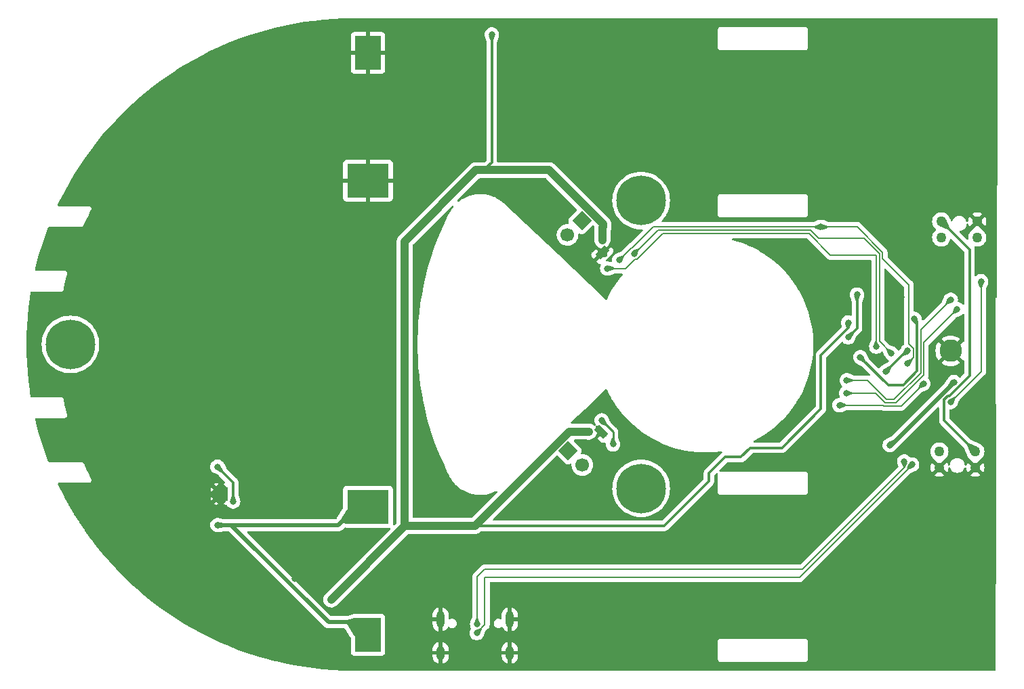
<source format=gbr>
%TF.GenerationSoftware,KiCad,Pcbnew,7.0.10-7.0.10~ubuntu22.04.1*%
%TF.CreationDate,2024-04-26T13:08:31-04:00*%
%TF.ProjectId,little_red_rover,6c697474-6c65-45f7-9265-645f726f7665,rev?*%
%TF.SameCoordinates,Original*%
%TF.FileFunction,Copper,L2,Bot*%
%TF.FilePolarity,Positive*%
%FSLAX46Y46*%
G04 Gerber Fmt 4.6, Leading zero omitted, Abs format (unit mm)*
G04 Created by KiCad (PCBNEW 7.0.10-7.0.10~ubuntu22.04.1) date 2024-04-26 13:08:31*
%MOMM*%
%LPD*%
G01*
G04 APERTURE LIST*
G04 Aperture macros list*
%AMHorizOval*
0 Thick line with rounded ends*
0 $1 width*
0 $2 $3 position (X,Y) of the first rounded end (center of the circle)*
0 $4 $5 position (X,Y) of the second rounded end (center of the circle)*
0 Add line between two ends*
20,1,$1,$2,$3,$4,$5,0*
0 Add two circle primitives to create the rounded ends*
1,1,$1,$2,$3*
1,1,$1,$4,$5*%
%AMRotRect*
0 Rectangle, with rotation*
0 The origin of the aperture is its center*
0 $1 length*
0 $2 width*
0 $3 Rotation angle, in degrees counterclockwise*
0 Add horizontal line*
21,1,$1,$2,0,0,$3*%
G04 Aperture macros list end*
%TA.AperFunction,WasherPad*%
%ADD10C,6.200000*%
%TD*%
%TA.AperFunction,ComponentPad*%
%ADD11C,1.270000*%
%TD*%
%TA.AperFunction,ComponentPad*%
%ADD12R,3.300000X4.240000*%
%TD*%
%TA.AperFunction,ComponentPad*%
%ADD13R,5.200000X4.240000*%
%TD*%
%TA.AperFunction,ComponentPad*%
%ADD14O,1.000000X2.100000*%
%TD*%
%TA.AperFunction,ComponentPad*%
%ADD15O,1.000000X1.800000*%
%TD*%
%TA.AperFunction,ComponentPad*%
%ADD16C,0.600000*%
%TD*%
%TA.AperFunction,SMDPad,CuDef*%
%ADD17RotRect,0.900000X1.600000X315.000000*%
%TD*%
%TA.AperFunction,HeatsinkPad*%
%ADD18C,0.500000*%
%TD*%
%TA.AperFunction,HeatsinkPad*%
%ADD19R,1.680000X1.680000*%
%TD*%
%TA.AperFunction,SMDPad,CuDef*%
%ADD20RotRect,0.900000X1.600000X45.000000*%
%TD*%
%TA.AperFunction,ComponentPad*%
%ADD21C,2.800000*%
%TD*%
%TA.AperFunction,ComponentPad*%
%ADD22RotRect,1.700000X1.700000X315.000000*%
%TD*%
%TA.AperFunction,ComponentPad*%
%ADD23HorizOval,1.700000X0.000000X0.000000X0.000000X0.000000X0*%
%TD*%
%TA.AperFunction,ComponentPad*%
%ADD24RotRect,1.700000X1.700000X45.000000*%
%TD*%
%TA.AperFunction,ComponentPad*%
%ADD25HorizOval,1.700000X0.000000X0.000000X0.000000X0.000000X0*%
%TD*%
%TA.AperFunction,ViaPad*%
%ADD26C,0.800000*%
%TD*%
%TA.AperFunction,Conductor*%
%ADD27C,0.300000*%
%TD*%
%TA.AperFunction,Conductor*%
%ADD28C,1.000000*%
%TD*%
%TA.AperFunction,Conductor*%
%ADD29C,0.500000*%
%TD*%
%TA.AperFunction,Conductor*%
%ADD30C,0.250000*%
%TD*%
%TA.AperFunction,Conductor*%
%ADD31C,0.200000*%
%TD*%
G04 APERTURE END LIST*
D10*
%TO.P,MH3,*%
%TO.N,*%
X92224805Y-99900000D03*
%TD*%
%TO.P,MH2,*%
%TO.N,*%
X163524805Y-81900000D03*
%TD*%
%TO.P,MH1,*%
%TO.N,*%
X163524805Y-117900000D03*
%TD*%
D11*
%TO.P,U7,1,ANODE*%
%TO.N,Net-(U7-ANODE)*%
X201018849Y-86512600D03*
%TO.P,U7,2,COLLECTOR*%
%TO.N,/left_encoder*%
X205518850Y-86512600D03*
%TO.P,U7,3,EMITTER*%
%TO.N,GND*%
X205518850Y-84512599D03*
%TO.P,U7,4,CATHODE*%
%TO.N,Net-(U7-CATHODE)*%
X201018849Y-84512599D03*
%TD*%
D12*
%TO.P,J6,1,Pin_1*%
%TO.N,Net-(J6-Pin_1)*%
X129400000Y-136210000D03*
D13*
X129400000Y-120200000D03*
%TD*%
D14*
%TO.P,J1,S1,SHIELD*%
%TO.N,GND*%
X138480000Y-134295000D03*
D15*
X138480000Y-138475000D03*
D14*
X147120000Y-134295000D03*
D15*
X147120000Y-138475000D03*
%TD*%
D11*
%TO.P,U8,1,ANODE*%
%TO.N,Net-(U7-CATHODE)*%
X205281151Y-113287400D03*
%TO.P,U8,2,COLLECTOR*%
%TO.N,/right_encoder*%
X200781150Y-113287400D03*
%TO.P,U8,3,EMITTER*%
%TO.N,GND*%
X200781150Y-115287401D03*
%TO.P,U8,4,CATHODE*%
X205281151Y-115287401D03*
%TD*%
D16*
%TO.P,U5,9,GND*%
%TO.N,GND*%
X159029646Y-88068987D03*
D17*
X158676093Y-88422540D03*
D16*
X158322540Y-88776093D03*
%TD*%
D18*
%TO.P,U2,17,VSS*%
%TO.N,GND*%
X110472500Y-119177568D03*
X111652500Y-119177568D03*
D19*
X111062500Y-118587568D03*
D18*
X110472500Y-117997568D03*
X111652500Y-117997568D03*
%TD*%
D16*
%TO.P,U6,9,GND*%
%TO.N,GND*%
X158210408Y-110482487D03*
D20*
X158563961Y-110836040D03*
D16*
X158917514Y-111189593D03*
%TD*%
D21*
%TO.P,U1,49,GND*%
%TO.N,GND*%
X202200000Y-100700000D03*
%TD*%
D22*
%TO.P,J3,1,Pin_1*%
%TO.N,Net-(J3-Pin_1)*%
X156130509Y-84392031D03*
D23*
%TO.P,J3,2,Pin_2*%
%TO.N,Net-(J3-Pin_2)*%
X154334458Y-86188082D03*
%TD*%
D12*
%TO.P,J5,1,Pin_1*%
%TO.N,GND*%
X129400000Y-63400000D03*
D13*
X129400000Y-79410000D03*
%TD*%
D24*
%TO.P,J4,1,Pin_1*%
%TO.N,Net-(J4-Pin_1)*%
X154392031Y-113169492D03*
D25*
%TO.P,J4,2,Pin_2*%
%TO.N,Net-(J4-Pin_2)*%
X156188082Y-114965543D03*
%TD*%
D26*
%TO.N,GND*%
X110600000Y-113400000D03*
X162409878Y-86390120D03*
X196000000Y-85000000D03*
X186000000Y-113600000D03*
X108600000Y-113400000D03*
X195000000Y-108900000D03*
X106600000Y-117400000D03*
X160200000Y-86400000D03*
X142375000Y-61124298D03*
X158800000Y-113600000D03*
X104572500Y-121297568D03*
X154646339Y-116918056D03*
X108572500Y-124197568D03*
X115462500Y-134537498D03*
X116800000Y-130600000D03*
X137000000Y-115000000D03*
X196000000Y-94000000D03*
X118472500Y-124297568D03*
X120236397Y-129163603D03*
X191800000Y-96200000D03*
X118200000Y-126200000D03*
X156800000Y-109400000D03*
X125000000Y-106600000D03*
X190275695Y-111027582D03*
X139800000Y-131800000D03*
X184000000Y-91000000D03*
X190500000Y-99600000D03*
X132000000Y-98000000D03*
X194600000Y-96400000D03*
X190600000Y-91900000D03*
X173000000Y-120200000D03*
X110572500Y-124197568D03*
X198100000Y-92900000D03*
X116800000Y-129000000D03*
X165000000Y-74000000D03*
%TO.N,+5V*%
X189400000Y-97170000D03*
X144875000Y-61124306D03*
X158800000Y-85200000D03*
X124800000Y-131800000D03*
X155600000Y-110800000D03*
X158700091Y-86981833D03*
X157123254Y-110812042D03*
%TO.N,/charger_out*%
X112541227Y-119562567D03*
X110600000Y-115200000D03*
%TO.N,+3.3V*%
X194587500Y-112500000D03*
X158600000Y-109400000D03*
X160009880Y-112390120D03*
X202616116Y-104616116D03*
%TO.N,Net-(D3-DOUT)*%
X189400000Y-99000000D03*
X190500000Y-93670000D03*
%TO.N,/status_leds*%
X190900000Y-101500000D03*
X197650000Y-96700000D03*
%TO.N,/lidar_tx*%
X206000000Y-92000000D03*
X202200000Y-107100000D03*
%TO.N,/right_encoder*%
X196800000Y-100700000D03*
X194100000Y-103300000D03*
%TO.N,/imu_sda*%
X189200000Y-104400000D03*
X202200000Y-94300000D03*
%TO.N,/imu_scl*%
X203018282Y-95500000D03*
X189137488Y-106000012D03*
%TO.N,/right_motor_pwm_b*%
X198800000Y-104800000D03*
X188295837Y-107500000D03*
%TO.N,/motor_sleep*%
X186000000Y-85200000D03*
X160792266Y-89348559D03*
X196800000Y-102300000D03*
%TO.N,/left_motor_pwm_a*%
X194791413Y-101013575D03*
X162677183Y-88524303D03*
%TO.N,/left_motor_pwm_b*%
X192900000Y-100182824D03*
X159303540Y-90400000D03*
%TO.N,/usb_data_-*%
X196393591Y-114536624D03*
X143043987Y-134895000D03*
%TO.N,/usb_data_+*%
X197371232Y-114919669D03*
X143000000Y-136000000D03*
%TO.N,Net-(J6-Pin_1)*%
X110600000Y-122500000D03*
%TD*%
D27*
%TO.N,+5V*%
X189400000Y-97820000D02*
X186000000Y-101220000D01*
X177174025Y-112825975D02*
X176000000Y-114000000D01*
X181113363Y-112825975D02*
X177174025Y-112825975D01*
D28*
X143909044Y-78100000D02*
X152030510Y-78100000D01*
D27*
X144875000Y-77134044D02*
X144875000Y-61124306D01*
X158700091Y-84700091D02*
X158700091Y-85100091D01*
D28*
X158800000Y-84869490D02*
X158800000Y-85200000D01*
X142900000Y-78100000D02*
X143909044Y-78100000D01*
D27*
X176000000Y-114000000D02*
X174000000Y-114000000D01*
D28*
X134000000Y-87000000D02*
X142900000Y-78100000D01*
D27*
X186000000Y-107939338D02*
X181113363Y-112825975D01*
X166400000Y-122600000D02*
X142769491Y-122600000D01*
X172000000Y-116000000D02*
X172000000Y-117000000D01*
D28*
X142769491Y-122600000D02*
X154569491Y-110800000D01*
X124800000Y-131800000D02*
X134000000Y-122600000D01*
D27*
X155600000Y-111000000D02*
X155800000Y-110800000D01*
D28*
X155600000Y-110800000D02*
X156980078Y-110800000D01*
D27*
X158800000Y-85200000D02*
X158700091Y-85299909D01*
X158700091Y-85100091D02*
X158800000Y-85200000D01*
X157000000Y-111000000D02*
X157000000Y-110935296D01*
D28*
X134000000Y-122600000D02*
X142769491Y-122600000D01*
D27*
X174000000Y-114000000D02*
X172000000Y-116000000D01*
X189400000Y-97170000D02*
X189400000Y-97820000D01*
D28*
X134000000Y-122600000D02*
X134000000Y-87000000D01*
X156980078Y-110800000D02*
X156980078Y-110812042D01*
D27*
X157000000Y-110935296D02*
X157123254Y-110812042D01*
D28*
X158700091Y-85299909D02*
X158700091Y-86838657D01*
D27*
X172000000Y-117000000D02*
X166400000Y-122600000D01*
D28*
X152030510Y-78100000D02*
X158800000Y-84869490D01*
D27*
X186000000Y-101220000D02*
X186000000Y-107939338D01*
D28*
X154569491Y-110800000D02*
X155600000Y-110800000D01*
D27*
X143909044Y-78100000D02*
X144875000Y-77134044D01*
%TO.N,/charger_out*%
X112541227Y-117141227D02*
X112541227Y-119562567D01*
X110600000Y-115200000D02*
X112541227Y-117141227D01*
D29*
%TO.N,+3.3V*%
X194587500Y-112500000D02*
X194732232Y-112500000D01*
D30*
X160009880Y-110809880D02*
X160009880Y-112390120D01*
X158600000Y-109400000D02*
X160009880Y-110809880D01*
D29*
X194732232Y-112500000D02*
X202616116Y-104616116D01*
D31*
X202471384Y-104616116D02*
X202616116Y-104616116D01*
D27*
%TO.N,Net-(D3-DOUT)*%
X190500000Y-97900000D02*
X190500000Y-93670000D01*
X189400000Y-99000000D02*
X190500000Y-97900000D01*
%TO.N,/status_leds*%
X198000000Y-97050000D02*
X197650000Y-96700000D01*
X194386396Y-104986396D02*
X196250000Y-104986396D01*
X190900000Y-101500000D02*
X194386396Y-104986396D01*
X196250000Y-104986396D02*
X198000000Y-103236396D01*
X198000000Y-103236396D02*
X198000000Y-97050000D01*
D31*
%TO.N,/lidar_tx*%
X206000000Y-103300000D02*
X202200000Y-107100000D01*
X206000000Y-92000000D02*
X206000000Y-103300000D01*
D27*
%TO.N,/right_encoder*%
X196700000Y-100700000D02*
X196800000Y-100700000D01*
X194100000Y-103300000D02*
X196700000Y-100700000D01*
D31*
%TO.N,/imu_sda*%
X198450000Y-103422792D02*
X198450000Y-98050000D01*
X194204163Y-106800000D02*
X195072792Y-106800000D01*
X195072792Y-106800000D02*
X198450000Y-103422792D01*
X189200000Y-104400000D02*
X191804163Y-104400000D01*
X198450000Y-98050000D02*
X202200000Y-94300000D01*
X191804163Y-104400000D02*
X194204163Y-106800000D01*
%TO.N,/imu_scl*%
X194038477Y-107200000D02*
X192838489Y-106000012D01*
X203018282Y-95500000D02*
X198850000Y-99668282D01*
X198850000Y-99668282D02*
X198850000Y-103711523D01*
X192838489Y-106000012D02*
X189137488Y-106000012D01*
X198850000Y-103711523D02*
X195361523Y-107200000D01*
X195361523Y-107200000D02*
X194038477Y-107200000D01*
%TO.N,/right_motor_pwm_b*%
X193872792Y-107600000D02*
X193772792Y-107500000D01*
X198800000Y-104800000D02*
X196000000Y-107600000D01*
X193772792Y-107500000D02*
X188295837Y-107500000D01*
X196000000Y-107600000D02*
X193872792Y-107600000D01*
%TO.N,/motor_sleep*%
X193700000Y-88368629D02*
X190531371Y-85200000D01*
X186000000Y-85200000D02*
X165060663Y-85200000D01*
X196950000Y-92418629D02*
X193700000Y-89168629D01*
X197550000Y-101550000D02*
X197550000Y-100389339D01*
X196800000Y-102300000D02*
X197550000Y-101550000D01*
X190531371Y-85200000D02*
X186000000Y-85200000D01*
X165060663Y-85200000D02*
X162438086Y-87822577D01*
X197550000Y-100389339D02*
X196950000Y-99789339D01*
X162318248Y-87822577D02*
X160792266Y-89348559D01*
X162438086Y-87822577D02*
X162318248Y-87822577D01*
X196950000Y-99789339D02*
X196950000Y-92418629D01*
X193700000Y-89168629D02*
X193700000Y-88368629D01*
%TO.N,/left_motor_pwm_a*%
X191403000Y-86637315D02*
X185689339Y-86637315D01*
X193300000Y-88534315D02*
X191403000Y-86637315D01*
X185689339Y-86637315D02*
X184652023Y-85600000D01*
X193300000Y-99522162D02*
X193300000Y-88534315D01*
X194791413Y-101013575D02*
X193300000Y-99522162D01*
X184652023Y-85600000D02*
X165601486Y-85600000D01*
X165601486Y-85600000D02*
X162677183Y-88524303D01*
%TO.N,/left_motor_pwm_b*%
X162725697Y-89274303D02*
X161600000Y-90400000D01*
X161600000Y-90400000D02*
X159303540Y-90400000D01*
X184486338Y-86000000D02*
X166262147Y-86000000D01*
X162987844Y-89274303D02*
X162725697Y-89274303D01*
X192900000Y-88700001D02*
X187186339Y-88700001D01*
X166262147Y-86000000D02*
X162987844Y-89274303D01*
X192900000Y-100182824D02*
X192900000Y-88700001D01*
X187186339Y-88700001D02*
X184486338Y-86000000D01*
%TO.N,/usb_data_-*%
X183681801Y-128000000D02*
X196393591Y-115288210D01*
X144000000Y-128000000D02*
X183681801Y-128000000D01*
X143043987Y-128956013D02*
X144000000Y-128000000D01*
X143043987Y-134895000D02*
X143043987Y-128956013D01*
X196393591Y-115288210D02*
X196393591Y-114536624D01*
%TO.N,/usb_data_+*%
X144000000Y-135000000D02*
X144000000Y-129000000D01*
X197371232Y-114946967D02*
X197371232Y-114919669D01*
X183318199Y-129000000D02*
X197371232Y-114946967D01*
X143000000Y-136000000D02*
X144000000Y-135000000D01*
X144000000Y-129000000D02*
X183318199Y-129000000D01*
D27*
%TO.N,Net-(U7-CATHODE)*%
X201400000Y-106768629D02*
X201868629Y-106300000D01*
X205281151Y-113287400D02*
X201400000Y-109406249D01*
X201400000Y-109406249D02*
X201400000Y-106768629D01*
X201868629Y-106300000D02*
X202063604Y-106300000D01*
X204550000Y-88043750D02*
X201018849Y-84512599D01*
X202063604Y-106300000D02*
X204550000Y-103813604D01*
X204550000Y-103813604D02*
X204550000Y-88043750D01*
D29*
%TO.N,Net-(J6-Pin_1)*%
X129400000Y-136210000D02*
X127840000Y-134650000D01*
X124450000Y-134650000D02*
X112300000Y-122500000D01*
X125700000Y-122500000D02*
X128000000Y-120200000D01*
X112300000Y-122500000D02*
X110600000Y-122500000D01*
X127840000Y-134650000D02*
X124450000Y-134650000D01*
X128000000Y-120200000D02*
X129400000Y-120200000D01*
X110600000Y-122500000D02*
X125700000Y-122500000D01*
%TD*%
%TA.AperFunction,Conductor*%
%TO.N,GND*%
G36*
X159206989Y-105509069D02*
G01*
X159261719Y-105552502D01*
X159272452Y-105570889D01*
X159480455Y-106009898D01*
X159480491Y-106009969D01*
X159808658Y-106615772D01*
X159827685Y-106650896D01*
X159943236Y-106839181D01*
X160208967Y-107272179D01*
X160208984Y-107272206D01*
X160496328Y-107688259D01*
X160623237Y-107872015D01*
X161069258Y-108448610D01*
X161208316Y-108609617D01*
X161545726Y-109000285D01*
X161545764Y-109000326D01*
X162051274Y-109525456D01*
X162051301Y-109525483D01*
X162584429Y-110022591D01*
X162584431Y-110022592D01*
X162584449Y-110022609D01*
X163143650Y-110490252D01*
X163727270Y-110927040D01*
X164333606Y-111331703D01*
X164960893Y-111703060D01*
X165607304Y-112040031D01*
X165607316Y-112040036D01*
X165607321Y-112040039D01*
X166261064Y-112337137D01*
X166270955Y-112341632D01*
X166949912Y-112606986D01*
X166949925Y-112606990D01*
X166949927Y-112606991D01*
X167196324Y-112688259D01*
X167642198Y-112835320D01*
X167942311Y-112916639D01*
X168345771Y-113025962D01*
X168345787Y-113025965D01*
X168345795Y-113025968D01*
X168731926Y-113108521D01*
X169039462Y-113174271D01*
X169058654Y-113178374D01*
X169778698Y-113292096D01*
X169778708Y-113292097D01*
X169778704Y-113292097D01*
X170503827Y-113366801D01*
X170575100Y-113370273D01*
X171231934Y-113402271D01*
X171960893Y-113398404D01*
X172688581Y-113355211D01*
X173412879Y-113272818D01*
X173507830Y-113256787D01*
X173577207Y-113265037D01*
X173631114Y-113309487D01*
X173652432Y-113376025D01*
X173634393Y-113443525D01*
X173602635Y-113475002D01*
X173604294Y-113477141D01*
X173598133Y-113481918D01*
X173583126Y-113496926D01*
X173568336Y-113509558D01*
X173551167Y-113522032D01*
X173551165Y-113522034D01*
X173522056Y-113557219D01*
X173514196Y-113565856D01*
X171600483Y-115479569D01*
X171587910Y-115489643D01*
X171588065Y-115489830D01*
X171582058Y-115494799D01*
X171534133Y-115545833D01*
X171531427Y-115548625D01*
X171511090Y-115568963D01*
X171511077Y-115568978D01*
X171508373Y-115572463D01*
X171500806Y-115581322D01*
X171469552Y-115614607D01*
X171459322Y-115633213D01*
X171448646Y-115649464D01*
X171435640Y-115666232D01*
X171435636Y-115666238D01*
X171417508Y-115708130D01*
X171412369Y-115718619D01*
X171390372Y-115758630D01*
X171390372Y-115758631D01*
X171385091Y-115779199D01*
X171378791Y-115797601D01*
X171370364Y-115817073D01*
X171363223Y-115862162D01*
X171360854Y-115873600D01*
X171349500Y-115917817D01*
X171349500Y-115939044D01*
X171347973Y-115958443D01*
X171344653Y-115979405D01*
X171347776Y-116012438D01*
X171348950Y-116024858D01*
X171349500Y-116036528D01*
X171349500Y-116679192D01*
X171329815Y-116746231D01*
X171313181Y-116766873D01*
X166166873Y-121913181D01*
X166105550Y-121946666D01*
X166079192Y-121949500D01*
X145134274Y-121949500D01*
X145067235Y-121929815D01*
X145021480Y-121877011D01*
X145011536Y-121807853D01*
X145040561Y-121744297D01*
X145046593Y-121737819D01*
X146364392Y-120420020D01*
X148884411Y-117900000D01*
X159919364Y-117900000D01*
X159939115Y-118276872D01*
X159998151Y-118649607D01*
X159998152Y-118649614D01*
X160095828Y-119014147D01*
X160231072Y-119366468D01*
X160402404Y-119702725D01*
X160607940Y-120019223D01*
X160783041Y-120235455D01*
X160845440Y-120312511D01*
X161112294Y-120579365D01*
X161112298Y-120579368D01*
X161405581Y-120816864D01*
X161529280Y-120897195D01*
X161722084Y-121022403D01*
X162058340Y-121193734D01*
X162410662Y-121328978D01*
X162775192Y-121426653D01*
X163147934Y-121485690D01*
X163503960Y-121504348D01*
X163524804Y-121505441D01*
X163524805Y-121505441D01*
X163524806Y-121505441D01*
X163544557Y-121504405D01*
X163901676Y-121485690D01*
X164274418Y-121426653D01*
X164638948Y-121328978D01*
X164991270Y-121193734D01*
X165327526Y-121022403D01*
X165644030Y-120816863D01*
X165937316Y-120579365D01*
X166204170Y-120312511D01*
X166441668Y-120019225D01*
X166647208Y-119702721D01*
X166818539Y-119366465D01*
X166953783Y-119014143D01*
X167051458Y-118649613D01*
X167110495Y-118276871D01*
X167130246Y-117900000D01*
X167110495Y-117523129D01*
X167110068Y-117520436D01*
X167088680Y-117385394D01*
X167051458Y-117150387D01*
X166953783Y-116785857D01*
X166818539Y-116433535D01*
X166647208Y-116097280D01*
X166647205Y-116097275D01*
X166441669Y-115780776D01*
X166253677Y-115548625D01*
X166204170Y-115487489D01*
X165937316Y-115220635D01*
X165836942Y-115139354D01*
X165644028Y-114983135D01*
X165327530Y-114777599D01*
X164991273Y-114606267D01*
X164638952Y-114471023D01*
X164274419Y-114373347D01*
X164274412Y-114373346D01*
X163901677Y-114314310D01*
X163524806Y-114294559D01*
X163524804Y-114294559D01*
X163147932Y-114314310D01*
X162775197Y-114373346D01*
X162775190Y-114373347D01*
X162410657Y-114471023D01*
X162058336Y-114606267D01*
X161722080Y-114777599D01*
X161405581Y-114983135D01*
X161112298Y-115220631D01*
X161112290Y-115220638D01*
X160845443Y-115487485D01*
X160845436Y-115487493D01*
X160607940Y-115780776D01*
X160402404Y-116097275D01*
X160231072Y-116433531D01*
X160095828Y-116785852D01*
X159998152Y-117150385D01*
X159998151Y-117150392D01*
X159939542Y-117520436D01*
X159939115Y-117523129D01*
X159926313Y-117767400D01*
X159919364Y-117899999D01*
X159919364Y-117900000D01*
X148884411Y-117900000D01*
X152960848Y-113823561D01*
X153022169Y-113790078D01*
X153091861Y-113795062D01*
X153136205Y-113823561D01*
X154071975Y-114759330D01*
X154071979Y-114759333D01*
X154071981Y-114759335D01*
X154118657Y-114796951D01*
X154249571Y-114856738D01*
X154249572Y-114856738D01*
X154249574Y-114856739D01*
X154392031Y-114877220D01*
X154534488Y-114856739D01*
X154661149Y-114798893D01*
X154730307Y-114788950D01*
X154793863Y-114817974D01*
X154831638Y-114876752D01*
X154836189Y-114922495D01*
X154832423Y-114965540D01*
X154832423Y-114965543D01*
X154853018Y-115200946D01*
X154853020Y-115200956D01*
X154914176Y-115429198D01*
X154914178Y-115429202D01*
X154914179Y-115429206D01*
X154985112Y-115581322D01*
X155014047Y-115643373D01*
X155014049Y-115643377D01*
X155094752Y-115758632D01*
X155149587Y-115836944D01*
X155316681Y-116004038D01*
X155402428Y-116064079D01*
X155510247Y-116139575D01*
X155510249Y-116139576D01*
X155510252Y-116139578D01*
X155724419Y-116239446D01*
X155952674Y-116300606D01*
X156141000Y-116317082D01*
X156188081Y-116321202D01*
X156188082Y-116321202D01*
X156188083Y-116321202D01*
X156227316Y-116317769D01*
X156423490Y-116300606D01*
X156651745Y-116239446D01*
X156865912Y-116139578D01*
X157059483Y-116004038D01*
X157226577Y-115836944D01*
X157362117Y-115643373D01*
X157461985Y-115429206D01*
X157523145Y-115200951D01*
X157543741Y-114965543D01*
X157523145Y-114730135D01*
X157466326Y-114518081D01*
X157461987Y-114501887D01*
X157461986Y-114501886D01*
X157461985Y-114501880D01*
X157362117Y-114287714D01*
X157361014Y-114286138D01*
X157226576Y-114094140D01*
X157059484Y-113927049D01*
X157059477Y-113927044D01*
X156865916Y-113791510D01*
X156865912Y-113791508D01*
X156800878Y-113761182D01*
X156651745Y-113691640D01*
X156651741Y-113691639D01*
X156651737Y-113691637D01*
X156423495Y-113630481D01*
X156423485Y-113630479D01*
X156188083Y-113609884D01*
X156188080Y-113609884D01*
X156145034Y-113613650D01*
X156076534Y-113599883D01*
X156026351Y-113551268D01*
X156010418Y-113483239D01*
X156021433Y-113438610D01*
X156032660Y-113414028D01*
X156079278Y-113311949D01*
X156099759Y-113169492D01*
X156079278Y-113027035D01*
X156063051Y-112991504D01*
X156019491Y-112896121D01*
X156019490Y-112896120D01*
X156019490Y-112896119D01*
X155981871Y-112849436D01*
X155981866Y-112849431D01*
X155981862Y-112849426D01*
X155144615Y-112012181D01*
X155111130Y-111950858D01*
X155116114Y-111881167D01*
X155157985Y-111825233D01*
X155223450Y-111800816D01*
X155232296Y-111800500D01*
X155498259Y-111800500D01*
X156790351Y-111800500D01*
X156821429Y-111804458D01*
X156827784Y-111806103D01*
X156827787Y-111806103D01*
X156827793Y-111806105D01*
X157031014Y-111816411D01*
X157232149Y-111785598D01*
X157422965Y-111714928D01*
X157595649Y-111607294D01*
X157703044Y-111505205D01*
X157715578Y-111494771D01*
X157729125Y-111484930D01*
X157855787Y-111344258D01*
X157934379Y-111208133D01*
X158788563Y-111208133D01*
X158819057Y-111274906D01*
X158880811Y-111314593D01*
X158935486Y-111314593D01*
X158987947Y-111299189D01*
X159036018Y-111243712D01*
X159046465Y-111171053D01*
X159015971Y-111104280D01*
X158954217Y-111064593D01*
X158899542Y-111064593D01*
X158847081Y-111079997D01*
X158799010Y-111135474D01*
X158788563Y-111208133D01*
X157934379Y-111208133D01*
X157950433Y-111180326D01*
X158008928Y-111000298D01*
X158028714Y-110812042D01*
X158008928Y-110623786D01*
X157969041Y-110501027D01*
X158081457Y-110501027D01*
X158111951Y-110567800D01*
X158173705Y-110607487D01*
X158228380Y-110607487D01*
X158280841Y-110592083D01*
X158328912Y-110536606D01*
X158339359Y-110463947D01*
X158308865Y-110397174D01*
X158247111Y-110357487D01*
X158192436Y-110357487D01*
X158139975Y-110372891D01*
X158091904Y-110428368D01*
X158081457Y-110501027D01*
X157969041Y-110501027D01*
X157950433Y-110443758D01*
X157855787Y-110279826D01*
X157844709Y-110267523D01*
X157814480Y-110204533D01*
X157823104Y-110135197D01*
X157867845Y-110081531D01*
X157934497Y-110060573D01*
X158001899Y-110078978D01*
X158009744Y-110084233D01*
X158147265Y-110184148D01*
X158147267Y-110184149D01*
X158147270Y-110184151D01*
X158190013Y-110203181D01*
X158212757Y-110213308D01*
X158228898Y-110221977D01*
X158249272Y-110234943D01*
X158249280Y-110234948D01*
X158777399Y-110473318D01*
X158814066Y-110498657D01*
X159085940Y-110770531D01*
X159131195Y-110815785D01*
X159164680Y-110877108D01*
X159167514Y-110903466D01*
X159167514Y-111315593D01*
X159147829Y-111382632D01*
X159095025Y-111428387D01*
X159043514Y-111439593D01*
X158313960Y-111439593D01*
X158068986Y-111684568D01*
X158491715Y-112107297D01*
X158538350Y-112144877D01*
X158669129Y-112204603D01*
X158669134Y-112204604D01*
X158811448Y-112225064D01*
X158962543Y-112203342D01*
X158962810Y-112205202D01*
X159021587Y-112205195D01*
X159080370Y-112242962D01*
X159109403Y-112306514D01*
X159109988Y-112337137D01*
X159109516Y-112341632D01*
X159104420Y-112390120D01*
X159124206Y-112578376D01*
X159124207Y-112578379D01*
X159182698Y-112758397D01*
X159182701Y-112758404D01*
X159277347Y-112922336D01*
X159370653Y-113025962D01*
X159404009Y-113063008D01*
X159557145Y-113174268D01*
X159557150Y-113174271D01*
X159730072Y-113251262D01*
X159730077Y-113251264D01*
X159915234Y-113290620D01*
X159915235Y-113290620D01*
X160104524Y-113290620D01*
X160104526Y-113290620D01*
X160289683Y-113251264D01*
X160462610Y-113174271D01*
X160615751Y-113063008D01*
X160742413Y-112922336D01*
X160837059Y-112758404D01*
X160895554Y-112578376D01*
X160915340Y-112390120D01*
X160895554Y-112201864D01*
X160856165Y-112080641D01*
X160853051Y-112069225D01*
X160848274Y-112047720D01*
X160643391Y-111505730D01*
X160635380Y-111461884D01*
X160635380Y-110892617D01*
X160637104Y-110877003D01*
X160636818Y-110876976D01*
X160637552Y-110869213D01*
X160635441Y-110802023D01*
X160635380Y-110798129D01*
X160635380Y-110770531D01*
X160635380Y-110770530D01*
X160634877Y-110766550D01*
X160633960Y-110754901D01*
X160632589Y-110711254D01*
X160632589Y-110711252D01*
X160627000Y-110692017D01*
X160623054Y-110672964D01*
X160620544Y-110653088D01*
X160604458Y-110612461D01*
X160600683Y-110601434D01*
X160588497Y-110559490D01*
X160578301Y-110542249D01*
X160569740Y-110524773D01*
X160562366Y-110506149D01*
X160562365Y-110506147D01*
X160558645Y-110501027D01*
X160536689Y-110470806D01*
X160530292Y-110461070D01*
X160508050Y-110423459D01*
X160508047Y-110423456D01*
X160508045Y-110423453D01*
X160493885Y-110409293D01*
X160481250Y-110394500D01*
X160469473Y-110378292D01*
X160435825Y-110350456D01*
X160427184Y-110342593D01*
X159698656Y-109614065D01*
X159673316Y-109577397D01*
X159660158Y-109548245D01*
X159463166Y-109111799D01*
X159434951Y-109049286D01*
X159434936Y-109049255D01*
X159433555Y-109046531D01*
X159429877Y-109037626D01*
X159429821Y-109037652D01*
X159427182Y-109031726D01*
X159427179Y-109031716D01*
X159419579Y-109018552D01*
X159416369Y-109012626D01*
X159414316Y-109008576D01*
X159411207Y-109003651D01*
X159411356Y-109003556D01*
X159408198Y-108998839D01*
X159332534Y-108867785D01*
X159259550Y-108786728D01*
X159205871Y-108727112D01*
X159205870Y-108727111D01*
X159052734Y-108615851D01*
X159052729Y-108615848D01*
X158879807Y-108538857D01*
X158879802Y-108538855D01*
X158723090Y-108505546D01*
X158694646Y-108499500D01*
X158505354Y-108499500D01*
X158476910Y-108505546D01*
X158320197Y-108538855D01*
X158320192Y-108538857D01*
X158147270Y-108615848D01*
X158147265Y-108615851D01*
X157994129Y-108727111D01*
X157867466Y-108867785D01*
X157772821Y-109031715D01*
X157772818Y-109031722D01*
X157714327Y-109211740D01*
X157714326Y-109211744D01*
X157694540Y-109400000D01*
X157714326Y-109588256D01*
X157714327Y-109588259D01*
X157772818Y-109768277D01*
X157772820Y-109768281D01*
X157772821Y-109768284D01*
X157813024Y-109837918D01*
X157854449Y-109909669D01*
X157870921Y-109977569D01*
X157848068Y-110043596D01*
X157793146Y-110086786D01*
X157723593Y-110093427D01*
X157671157Y-110069722D01*
X157660205Y-110061244D01*
X157646233Y-110048620D01*
X157635141Y-110036951D01*
X157635140Y-110036950D01*
X157635137Y-110036947D01*
X157575014Y-109995100D01*
X157569952Y-109991382D01*
X157512038Y-109946553D01*
X157512035Y-109946551D01*
X157497574Y-109939458D01*
X157481348Y-109929906D01*
X157468129Y-109920706D01*
X157468127Y-109920705D01*
X157400798Y-109891811D01*
X157395139Y-109889211D01*
X157329349Y-109856940D01*
X157329347Y-109856939D01*
X157313758Y-109852903D01*
X157295942Y-109846813D01*
X157281139Y-109840461D01*
X157281137Y-109840460D01*
X157281136Y-109840460D01*
X157209384Y-109825714D01*
X157203273Y-109824297D01*
X157132359Y-109805936D01*
X157116267Y-109805119D01*
X157097601Y-109802742D01*
X157081821Y-109799500D01*
X157081819Y-109799500D01*
X157008578Y-109799500D01*
X157002299Y-109799341D01*
X156929142Y-109795631D01*
X156929138Y-109795631D01*
X156913221Y-109798070D01*
X156894445Y-109799500D01*
X154873475Y-109799500D01*
X154806436Y-109779815D01*
X154760681Y-109727011D01*
X154750737Y-109657853D01*
X154779762Y-109594297D01*
X154788303Y-109585379D01*
X156465492Y-108000287D01*
X159075223Y-105533860D01*
X159137466Y-105502120D01*
X159206989Y-105509069D01*
G37*
%TD.AperFunction*%
%TA.AperFunction,Conductor*%
G36*
X139992328Y-82525106D02*
G01*
X140048261Y-82566978D01*
X140072678Y-82632442D01*
X140057826Y-82700715D01*
X140046816Y-82717491D01*
X139903843Y-82901024D01*
X139689125Y-83236578D01*
X139689121Y-83236585D01*
X139623979Y-83362708D01*
X139623941Y-83362770D01*
X139597728Y-83413535D01*
X139597727Y-83413537D01*
X139571917Y-83463515D01*
X139571907Y-83463540D01*
X139335767Y-83920866D01*
X138844324Y-84951654D01*
X138385872Y-85997552D01*
X137960896Y-87057457D01*
X137569810Y-88130327D01*
X137569805Y-88130342D01*
X137438220Y-88530390D01*
X137212999Y-89215112D01*
X136890843Y-90310650D01*
X136603647Y-91415920D01*
X136351721Y-92529721D01*
X136135306Y-93650980D01*
X135954631Y-94778515D01*
X135940018Y-94892857D01*
X135819120Y-95838857D01*
X135809865Y-95911273D01*
X135701166Y-97048010D01*
X135628636Y-98187684D01*
X135592356Y-99329016D01*
X135592356Y-100470983D01*
X135628636Y-101612315D01*
X135701166Y-102751989D01*
X135800421Y-103789962D01*
X135809866Y-103888737D01*
X135950384Y-104988256D01*
X135954631Y-105021484D01*
X136135306Y-106149019D01*
X136142882Y-106188271D01*
X136351721Y-107270279D01*
X136394704Y-107460312D01*
X136603647Y-108384079D01*
X136890843Y-109489349D01*
X137212994Y-110584874D01*
X137314218Y-110892617D01*
X137557668Y-111632760D01*
X137569810Y-111669672D01*
X137960896Y-112742542D01*
X138385872Y-113802447D01*
X138844324Y-114848345D01*
X139335767Y-115879133D01*
X139387543Y-115979405D01*
X139558011Y-116309547D01*
X139571446Y-116335565D01*
X139571461Y-116335600D01*
X139574182Y-116340871D01*
X139574239Y-116341166D01*
X139597654Y-116386500D01*
X139597654Y-116386501D01*
X139689058Y-116563472D01*
X139817480Y-116764164D01*
X139903776Y-116899023D01*
X140060573Y-117100302D01*
X140148583Y-117213281D01*
X140261813Y-117333766D01*
X140353225Y-117431035D01*
X140421394Y-117503571D01*
X140719870Y-117767400D01*
X141041454Y-118002512D01*
X141383394Y-118206891D01*
X141383397Y-118206892D01*
X141383403Y-118206896D01*
X141728131Y-118371791D01*
X141742761Y-118378789D01*
X142116478Y-118516734D01*
X142116483Y-118516735D01*
X142116485Y-118516736D01*
X142501346Y-118619545D01*
X142894057Y-118686338D01*
X142894063Y-118686339D01*
X142894066Y-118686339D01*
X142894071Y-118686340D01*
X143291288Y-118716549D01*
X143291290Y-118716548D01*
X143291291Y-118716549D01*
X143308857Y-118716256D01*
X143689596Y-118709913D01*
X144085586Y-118666488D01*
X144475867Y-118586647D01*
X144857097Y-118471072D01*
X145226011Y-118320754D01*
X145361877Y-118250109D01*
X145430435Y-118236648D01*
X145495390Y-118262389D01*
X145536117Y-118319162D01*
X145539685Y-118388940D01*
X145506760Y-118447808D01*
X142391390Y-121563181D01*
X142330067Y-121596666D01*
X142303709Y-121599500D01*
X135124500Y-121599500D01*
X135057461Y-121579815D01*
X135011706Y-121527011D01*
X135000500Y-121475500D01*
X135000500Y-87465783D01*
X135020185Y-87398744D01*
X135036819Y-87378102D01*
X137419636Y-84995285D01*
X139861315Y-82553605D01*
X139922636Y-82520122D01*
X139992328Y-82525106D01*
G37*
%TD.AperFunction*%
%TA.AperFunction,Conductor*%
G36*
X194105703Y-90424013D02*
G01*
X194112181Y-90430045D01*
X196313181Y-92631045D01*
X196346666Y-92692368D01*
X196349500Y-92718726D01*
X196349500Y-99741851D01*
X196348438Y-99758036D01*
X196344318Y-99789339D01*
X196348951Y-99824533D01*
X196349500Y-99828699D01*
X196349503Y-99828721D01*
X196350150Y-99833642D01*
X196339372Y-99902675D01*
X196300094Y-99950124D01*
X196194127Y-100027113D01*
X196067467Y-100167783D01*
X196006948Y-100272605D01*
X195997891Y-100285554D01*
X195998035Y-100285658D01*
X195995441Y-100289247D01*
X195803200Y-100599718D01*
X195751172Y-100646353D01*
X195682190Y-100657456D01*
X195618156Y-100629502D01*
X195590387Y-100596438D01*
X195523949Y-100481363D01*
X195523947Y-100481360D01*
X195397283Y-100340686D01*
X195244145Y-100229424D01*
X195165265Y-100194304D01*
X195152655Y-100187801D01*
X195126136Y-100172142D01*
X194593302Y-99952739D01*
X194552834Y-99925760D01*
X193936819Y-99309745D01*
X193903334Y-99248422D01*
X193900500Y-99222064D01*
X193900500Y-90517726D01*
X193920185Y-90450687D01*
X193972989Y-90404932D01*
X194042147Y-90394988D01*
X194105703Y-90424013D01*
G37*
%TD.AperFunction*%
%TA.AperFunction,Conductor*%
G36*
X205133901Y-84544497D02*
G01*
X205165116Y-84667761D01*
X205234663Y-84774211D01*
X205335007Y-84852312D01*
X205455272Y-84893599D01*
X205491403Y-84893599D01*
X204911510Y-85473489D01*
X204900500Y-85537592D01*
X204854434Y-85588446D01*
X204831630Y-85602565D01*
X204831626Y-85602569D01*
X204676111Y-85744339D01*
X204549292Y-85912274D01*
X204455492Y-86100649D01*
X204397901Y-86303062D01*
X204378485Y-86512599D01*
X204378485Y-86512601D01*
X204391701Y-86655231D01*
X204378286Y-86723801D01*
X204329929Y-86774233D01*
X204261983Y-86790515D01*
X204196020Y-86767477D01*
X204180549Y-86754353D01*
X203315650Y-85889454D01*
X203282165Y-85828131D01*
X203287149Y-85758439D01*
X203329021Y-85702506D01*
X203390367Y-85678453D01*
X203461935Y-85670931D01*
X203646581Y-85610936D01*
X203814719Y-85513862D01*
X203958999Y-85383951D01*
X204073117Y-85226882D01*
X204152084Y-85049518D01*
X204154902Y-85036263D01*
X204172885Y-84951658D01*
X204192450Y-84859612D01*
X204192450Y-84859608D01*
X204193394Y-84855167D01*
X204226586Y-84793685D01*
X204287749Y-84759908D01*
X204357463Y-84764560D01*
X204413596Y-84806164D01*
X204433950Y-84847012D01*
X204455958Y-84924362D01*
X204455960Y-84924366D01*
X204549721Y-85112661D01*
X204556395Y-85121498D01*
X205133946Y-84543949D01*
X205133901Y-84544497D01*
G37*
%TD.AperFunction*%
%TA.AperFunction,Conductor*%
G36*
X208036916Y-59120185D02*
G01*
X208082671Y-59172989D01*
X208093876Y-59224940D01*
X208068826Y-66280812D01*
X207970526Y-93968674D01*
X207970498Y-93976440D01*
X207950576Y-94043409D01*
X207897610Y-94088977D01*
X207846499Y-94100000D01*
X207800000Y-94100000D01*
X207800000Y-107300000D01*
X207800517Y-107300517D01*
X207865793Y-107319685D01*
X207911548Y-107372489D01*
X207922753Y-107424440D01*
X207880328Y-119374303D01*
X207805208Y-140533248D01*
X207805056Y-140575940D01*
X207785134Y-140642909D01*
X207732168Y-140688477D01*
X207681057Y-140699500D01*
X127525742Y-140699500D01*
X127523875Y-140699486D01*
X126298200Y-140681029D01*
X126294468Y-140680917D01*
X125070808Y-140625604D01*
X125067080Y-140625379D01*
X123845664Y-140533248D01*
X123841945Y-140532911D01*
X122623847Y-140404044D01*
X122620140Y-140403595D01*
X121406495Y-140238111D01*
X121402803Y-140237551D01*
X120194672Y-140035596D01*
X120190999Y-140034925D01*
X118989509Y-139796687D01*
X118985858Y-139795906D01*
X117958837Y-139559916D01*
X117792067Y-139521595D01*
X117788455Y-139520708D01*
X117485819Y-139441503D01*
X116603449Y-139210571D01*
X116599852Y-139209571D01*
X115634875Y-138925713D01*
X137480000Y-138925713D01*
X137495418Y-139077338D01*
X137556299Y-139271381D01*
X137556304Y-139271391D01*
X137655005Y-139449215D01*
X137655005Y-139449216D01*
X137787478Y-139603530D01*
X137787479Y-139603531D01*
X137948304Y-139728018D01*
X138130907Y-139817589D01*
X138230000Y-139843244D01*
X138230000Y-139041110D01*
X138254457Y-139080610D01*
X138343962Y-139148201D01*
X138451840Y-139178895D01*
X138563521Y-139168546D01*
X138663922Y-139118552D01*
X138730000Y-139046069D01*
X138730000Y-139848365D01*
X138731944Y-139848069D01*
X138731945Y-139848069D01*
X138922660Y-139777436D01*
X138922664Y-139777434D01*
X139095267Y-139669850D01*
X139242668Y-139529735D01*
X139242669Y-139529733D01*
X139358856Y-139362804D01*
X139439059Y-139175907D01*
X139480000Y-138976690D01*
X139480000Y-138925713D01*
X146120000Y-138925713D01*
X146135418Y-139077338D01*
X146196299Y-139271381D01*
X146196304Y-139271391D01*
X146295005Y-139449215D01*
X146295005Y-139449216D01*
X146427478Y-139603530D01*
X146427479Y-139603531D01*
X146588304Y-139728018D01*
X146770907Y-139817589D01*
X146870000Y-139843244D01*
X146870000Y-139041110D01*
X146894457Y-139080610D01*
X146983962Y-139148201D01*
X147091840Y-139178895D01*
X147203521Y-139168546D01*
X147303922Y-139118552D01*
X147370000Y-139046069D01*
X147370000Y-139848366D01*
X147371944Y-139848069D01*
X147371945Y-139848069D01*
X147562660Y-139777436D01*
X147562664Y-139777434D01*
X147735267Y-139669850D01*
X147882668Y-139529735D01*
X147882669Y-139529733D01*
X147998856Y-139362804D01*
X148037911Y-139271793D01*
X173120404Y-139271793D01*
X173122260Y-139291817D01*
X173123776Y-139308182D01*
X173124305Y-139319623D01*
X173124305Y-139327843D01*
X173124306Y-139327854D01*
X173125816Y-139335937D01*
X173127396Y-139347264D01*
X173130769Y-139383658D01*
X173133248Y-139392372D01*
X173136472Y-139401989D01*
X173139743Y-139410432D01*
X173139744Y-139410433D01*
X173155738Y-139436265D01*
X173158982Y-139441503D01*
X173164551Y-139451502D01*
X173169247Y-139460931D01*
X173180846Y-139484228D01*
X173186331Y-139491490D01*
X173192762Y-139499235D01*
X173198885Y-139505951D01*
X173228054Y-139527979D01*
X173236866Y-139535296D01*
X173263874Y-139559918D01*
X173271602Y-139564702D01*
X173280385Y-139569594D01*
X173288537Y-139573653D01*
X173288541Y-139573656D01*
X173323700Y-139583659D01*
X173334547Y-139587295D01*
X173368632Y-139600500D01*
X173368633Y-139600500D01*
X173377560Y-139602169D01*
X173387547Y-139603562D01*
X173396593Y-139604399D01*
X173396598Y-139604401D01*
X173432988Y-139601028D01*
X173444429Y-139600500D01*
X183965590Y-139600500D01*
X183987547Y-139603562D01*
X183996593Y-139604399D01*
X183996598Y-139604401D01*
X184032988Y-139601028D01*
X184044429Y-139600500D01*
X184052650Y-139600500D01*
X184055212Y-139600020D01*
X184060726Y-139598989D01*
X184072064Y-139597407D01*
X184108465Y-139594035D01*
X184108471Y-139594031D01*
X184117226Y-139591541D01*
X184126745Y-139588350D01*
X184135236Y-139585061D01*
X184135238Y-139585061D01*
X184166326Y-139565811D01*
X184176303Y-139560254D01*
X184209033Y-139543958D01*
X184209035Y-139543954D01*
X184216328Y-139538448D01*
X184224002Y-139532076D01*
X184230754Y-139525921D01*
X184230754Y-139525920D01*
X184230757Y-139525919D01*
X184252795Y-139496734D01*
X184260080Y-139487961D01*
X184284721Y-139460933D01*
X184284723Y-139460927D01*
X184289526Y-139453170D01*
X184294388Y-139444443D01*
X184298456Y-139436269D01*
X184298461Y-139436264D01*
X184308468Y-139401089D01*
X184312094Y-139390270D01*
X184325305Y-139356173D01*
X184325305Y-139356171D01*
X184325306Y-139356169D01*
X184326977Y-139347229D01*
X184328366Y-139337276D01*
X184329206Y-139328207D01*
X184325834Y-139291817D01*
X184325305Y-139280376D01*
X184325305Y-137059216D01*
X184328366Y-137037276D01*
X184329206Y-137028207D01*
X184325834Y-136991817D01*
X184325305Y-136980376D01*
X184325305Y-136972155D01*
X184323795Y-136964079D01*
X184322212Y-136952731D01*
X184318840Y-136916340D01*
X184316353Y-136907599D01*
X184313155Y-136898059D01*
X184309866Y-136889570D01*
X184309866Y-136889567D01*
X184309864Y-136889564D01*
X184309863Y-136889561D01*
X184290626Y-136858492D01*
X184285057Y-136848496D01*
X184268763Y-136815772D01*
X184268761Y-136815770D01*
X184268760Y-136815768D01*
X184263280Y-136808511D01*
X184256866Y-136800786D01*
X184250721Y-136794045D01*
X184221555Y-136772020D01*
X184212754Y-136764712D01*
X184185738Y-136740084D01*
X184185736Y-136740083D01*
X184185734Y-136740081D01*
X184178037Y-136735315D01*
X184169195Y-136730390D01*
X184161069Y-136726343D01*
X184125925Y-136716344D01*
X184115070Y-136712706D01*
X184080977Y-136699499D01*
X184072041Y-136697829D01*
X184062062Y-136696437D01*
X184053013Y-136695599D01*
X184053012Y-136695599D01*
X184016622Y-136698971D01*
X184005181Y-136699500D01*
X173484020Y-136699500D01*
X173462062Y-136696437D01*
X173453013Y-136695599D01*
X173453012Y-136695599D01*
X173416622Y-136698971D01*
X173405181Y-136699500D01*
X173396959Y-136699500D01*
X173388874Y-136701011D01*
X173377544Y-136702591D01*
X173341144Y-136705964D01*
X173332449Y-136708438D01*
X173322813Y-136711668D01*
X173314368Y-136714940D01*
X173283299Y-136734176D01*
X173273301Y-136739746D01*
X173240574Y-136756042D01*
X173233352Y-136761496D01*
X173225556Y-136767970D01*
X173218849Y-136774084D01*
X173196831Y-136803241D01*
X173189518Y-136812048D01*
X173164890Y-136839064D01*
X173160127Y-136846756D01*
X173155190Y-136855620D01*
X173151148Y-136863737D01*
X173141148Y-136898884D01*
X173137509Y-136909741D01*
X173124304Y-136943826D01*
X173122634Y-136952762D01*
X173121242Y-136962745D01*
X173120404Y-136971791D01*
X173120404Y-136971792D01*
X173120404Y-136971793D01*
X173122260Y-136991817D01*
X173123776Y-137008182D01*
X173124305Y-137019623D01*
X173124305Y-139240784D01*
X173121242Y-139262745D01*
X173120404Y-139271791D01*
X173120404Y-139271792D01*
X173120404Y-139271793D01*
X148037911Y-139271793D01*
X148079059Y-139175907D01*
X148120000Y-138976690D01*
X148120000Y-138725000D01*
X147420000Y-138725000D01*
X147420000Y-138225000D01*
X148120000Y-138225000D01*
X148120000Y-138024286D01*
X148104581Y-137872661D01*
X148043700Y-137678618D01*
X148043695Y-137678608D01*
X147944994Y-137500784D01*
X147944994Y-137500783D01*
X147812521Y-137346469D01*
X147812520Y-137346468D01*
X147651695Y-137221981D01*
X147469093Y-137132411D01*
X147370000Y-137106753D01*
X147370000Y-137908889D01*
X147345543Y-137869390D01*
X147256038Y-137801799D01*
X147148160Y-137771105D01*
X147036479Y-137781454D01*
X146936078Y-137831448D01*
X146870000Y-137903930D01*
X146870000Y-137101633D01*
X146868053Y-137101931D01*
X146868047Y-137101933D01*
X146677342Y-137172562D01*
X146677335Y-137172565D01*
X146504732Y-137280149D01*
X146357331Y-137420264D01*
X146357330Y-137420266D01*
X146241143Y-137587195D01*
X146160940Y-137774092D01*
X146120000Y-137973309D01*
X146120000Y-138225000D01*
X146820000Y-138225000D01*
X146820000Y-138725000D01*
X146120000Y-138725000D01*
X146120000Y-138925713D01*
X139480000Y-138925713D01*
X139480000Y-138725000D01*
X138780000Y-138725000D01*
X138780000Y-138225000D01*
X139480000Y-138225000D01*
X139480000Y-138024286D01*
X139464581Y-137872661D01*
X139403700Y-137678618D01*
X139403695Y-137678608D01*
X139304994Y-137500784D01*
X139304994Y-137500783D01*
X139172521Y-137346469D01*
X139172520Y-137346468D01*
X139011695Y-137221981D01*
X138829093Y-137132411D01*
X138730000Y-137106753D01*
X138730000Y-137908889D01*
X138705543Y-137869390D01*
X138616038Y-137801799D01*
X138508160Y-137771105D01*
X138396479Y-137781454D01*
X138296078Y-137831448D01*
X138230000Y-137903930D01*
X138230000Y-137101633D01*
X138228053Y-137101931D01*
X138228047Y-137101933D01*
X138037342Y-137172562D01*
X138037335Y-137172565D01*
X137864732Y-137280149D01*
X137717331Y-137420264D01*
X137717330Y-137420266D01*
X137601143Y-137587195D01*
X137520940Y-137774092D01*
X137480000Y-137973309D01*
X137480000Y-138225000D01*
X138180000Y-138225000D01*
X138180000Y-138725000D01*
X137480000Y-138725000D01*
X137480000Y-138925713D01*
X115634875Y-138925713D01*
X115424751Y-138863903D01*
X115421185Y-138862795D01*
X114257049Y-138481908D01*
X114253518Y-138480694D01*
X113101348Y-138064917D01*
X113097855Y-138063597D01*
X111958723Y-137613315D01*
X111955271Y-137611890D01*
X110830223Y-137127516D01*
X110826816Y-137125988D01*
X109716865Y-136607961D01*
X109713505Y-136606331D01*
X108619632Y-136055104D01*
X108616323Y-136053373D01*
X107539579Y-135469479D01*
X107536324Y-135467650D01*
X106477647Y-134851598D01*
X106474448Y-134849672D01*
X105434766Y-134202001D01*
X105431627Y-134199979D01*
X104411934Y-133521307D01*
X104408857Y-133519191D01*
X103410083Y-132810140D01*
X103407071Y-132807933D01*
X102430074Y-132069110D01*
X102427130Y-132066813D01*
X101472851Y-131298930D01*
X101469977Y-131296546D01*
X101411589Y-131246593D01*
X100539191Y-130500226D01*
X100536407Y-130497770D01*
X99630075Y-129673835D01*
X99627350Y-129671282D01*
X98919058Y-128987314D01*
X98746215Y-128820407D01*
X98743577Y-128817782D01*
X98442021Y-128508502D01*
X97888454Y-127940755D01*
X97885888Y-127938042D01*
X97057592Y-127035698D01*
X97055108Y-127032909D01*
X96254335Y-126106009D01*
X96251937Y-126103147D01*
X95479446Y-125152567D01*
X95477135Y-125149634D01*
X94733622Y-124176235D01*
X94731400Y-124173234D01*
X94629556Y-124031233D01*
X94017506Y-123177849D01*
X94015380Y-123174787D01*
X93994875Y-123144298D01*
X93561553Y-122500000D01*
X109694540Y-122500000D01*
X109714326Y-122688256D01*
X109714327Y-122688259D01*
X109772818Y-122868277D01*
X109772821Y-122868284D01*
X109867467Y-123032216D01*
X109971483Y-123147737D01*
X109994129Y-123172888D01*
X110147265Y-123284148D01*
X110147270Y-123284151D01*
X110320192Y-123361142D01*
X110320197Y-123361144D01*
X110505354Y-123400500D01*
X110505355Y-123400500D01*
X110694644Y-123400500D01*
X110694646Y-123400500D01*
X110850375Y-123367398D01*
X110853233Y-123366826D01*
X111462318Y-123252624D01*
X111485170Y-123250500D01*
X111937770Y-123250500D01*
X112004809Y-123270185D01*
X112025451Y-123286819D01*
X123874270Y-135135638D01*
X123886051Y-135149270D01*
X123900388Y-135168528D01*
X123938337Y-135200372D01*
X123946310Y-135207679D01*
X123950217Y-135211586D01*
X123950223Y-135211591D01*
X123974537Y-135230816D01*
X123977318Y-135233080D01*
X123995710Y-135248513D01*
X124034789Y-135281305D01*
X124040818Y-135285270D01*
X124040785Y-135285319D01*
X124047147Y-135289372D01*
X124047179Y-135289321D01*
X124053319Y-135293108D01*
X124053323Y-135293111D01*
X124091977Y-135311135D01*
X124121320Y-135324819D01*
X124124566Y-135326391D01*
X124191562Y-135360038D01*
X124198357Y-135362511D01*
X124198336Y-135362567D01*
X124205457Y-135365043D01*
X124205476Y-135364986D01*
X124212319Y-135367253D01*
X124212327Y-135367257D01*
X124285895Y-135382447D01*
X124289228Y-135383186D01*
X124362279Y-135400500D01*
X124362281Y-135400500D01*
X124362285Y-135400501D01*
X124369453Y-135401339D01*
X124369446Y-135401398D01*
X124376944Y-135402164D01*
X124376950Y-135402105D01*
X124384139Y-135402734D01*
X124384143Y-135402733D01*
X124384144Y-135402734D01*
X124459130Y-135400552D01*
X124462737Y-135400500D01*
X126409921Y-135400500D01*
X126476960Y-135420185D01*
X126513068Y-135455677D01*
X126667488Y-135687114D01*
X127228648Y-136528154D01*
X127249482Y-136594845D01*
X127249500Y-136596976D01*
X127249500Y-138377870D01*
X127249501Y-138377876D01*
X127255908Y-138437483D01*
X127306202Y-138572328D01*
X127306206Y-138572335D01*
X127392452Y-138687544D01*
X127392455Y-138687547D01*
X127507664Y-138773793D01*
X127507671Y-138773797D01*
X127642517Y-138824091D01*
X127642516Y-138824091D01*
X127649444Y-138824835D01*
X127702127Y-138830500D01*
X131097872Y-138830499D01*
X131157483Y-138824091D01*
X131292331Y-138773796D01*
X131407546Y-138687546D01*
X131493796Y-138572331D01*
X131544091Y-138437483D01*
X131550500Y-138377873D01*
X131550499Y-136000000D01*
X142094540Y-136000000D01*
X142114326Y-136188256D01*
X142114327Y-136188259D01*
X142172818Y-136368277D01*
X142172821Y-136368284D01*
X142267467Y-136532216D01*
X142394129Y-136672888D01*
X142547265Y-136784148D01*
X142547270Y-136784151D01*
X142720192Y-136861142D01*
X142720197Y-136861144D01*
X142905354Y-136900500D01*
X142905355Y-136900500D01*
X143094644Y-136900500D01*
X143094646Y-136900500D01*
X143279803Y-136861144D01*
X143452730Y-136784151D01*
X143605871Y-136672888D01*
X143732533Y-136532216D01*
X143827179Y-136368284D01*
X143829769Y-136360312D01*
X143839507Y-136338727D01*
X143839451Y-136338699D01*
X143840184Y-136337225D01*
X143840934Y-136335562D01*
X143841429Y-136334726D01*
X144060834Y-135801886D01*
X144087808Y-135761425D01*
X144391043Y-135458190D01*
X144403223Y-135447509D01*
X144428282Y-135428282D01*
X144524536Y-135302841D01*
X144585044Y-135156762D01*
X144592115Y-135103051D01*
X144594462Y-135085229D01*
X144605683Y-135000000D01*
X144605683Y-134999998D01*
X144601561Y-134968689D01*
X144600500Y-134952504D01*
X144600500Y-134795000D01*
X145109534Y-134795000D01*
X145129312Y-134945234D01*
X145129313Y-134945236D01*
X145172960Y-135050610D01*
X145187302Y-135085233D01*
X145279549Y-135205451D01*
X145399767Y-135297698D01*
X145539764Y-135355687D01*
X145652280Y-135370500D01*
X145652287Y-135370500D01*
X145727713Y-135370500D01*
X145727720Y-135370500D01*
X145840236Y-135355687D01*
X145980233Y-135297698D01*
X146039578Y-135252160D01*
X146104746Y-135226966D01*
X146173191Y-135241004D01*
X146223181Y-135289817D01*
X146223483Y-135290358D01*
X146295005Y-135419215D01*
X146295005Y-135419216D01*
X146427478Y-135573530D01*
X146427479Y-135573531D01*
X146588304Y-135698018D01*
X146770907Y-135787589D01*
X146870000Y-135813244D01*
X146870000Y-135011110D01*
X146894457Y-135050610D01*
X146983962Y-135118201D01*
X147091840Y-135148895D01*
X147203521Y-135138546D01*
X147303922Y-135088552D01*
X147370000Y-135016069D01*
X147370000Y-135818366D01*
X147371944Y-135818069D01*
X147371945Y-135818069D01*
X147562660Y-135747436D01*
X147562664Y-135747434D01*
X147735267Y-135639850D01*
X147882668Y-135499735D01*
X147882669Y-135499733D01*
X147998856Y-135332804D01*
X148079059Y-135145907D01*
X148120000Y-134946690D01*
X148120000Y-134545000D01*
X147420000Y-134545000D01*
X147420000Y-134045000D01*
X148120000Y-134045000D01*
X148120000Y-133694286D01*
X148104581Y-133542661D01*
X148043700Y-133348618D01*
X148043695Y-133348608D01*
X147944994Y-133170784D01*
X147944994Y-133170783D01*
X147812521Y-133016469D01*
X147812520Y-133016468D01*
X147651695Y-132891981D01*
X147469093Y-132802411D01*
X147370000Y-132776753D01*
X147370000Y-133578889D01*
X147345543Y-133539390D01*
X147256038Y-133471799D01*
X147148160Y-133441105D01*
X147036479Y-133451454D01*
X146936078Y-133501448D01*
X146870000Y-133573930D01*
X146870000Y-132771633D01*
X146868053Y-132771931D01*
X146868047Y-132771933D01*
X146677342Y-132842562D01*
X146677335Y-132842565D01*
X146504732Y-132950149D01*
X146357331Y-133090264D01*
X146357330Y-133090266D01*
X146241143Y-133257195D01*
X146160940Y-133444092D01*
X146120000Y-133643309D01*
X146120000Y-134164615D01*
X146100315Y-134231654D01*
X146047511Y-134277409D01*
X145978353Y-134287353D01*
X145948548Y-134279176D01*
X145840239Y-134234314D01*
X145840237Y-134234313D01*
X145840236Y-134234313D01*
X145820039Y-134231654D01*
X145727727Y-134219500D01*
X145727720Y-134219500D01*
X145652280Y-134219500D01*
X145652272Y-134219500D01*
X145539764Y-134234313D01*
X145539763Y-134234313D01*
X145399770Y-134292300D01*
X145279549Y-134384549D01*
X145187300Y-134504770D01*
X145129313Y-134644763D01*
X145129312Y-134644765D01*
X145109534Y-134794999D01*
X145109534Y-134795000D01*
X144600500Y-134795000D01*
X144600500Y-129724500D01*
X144620185Y-129657461D01*
X144672989Y-129611706D01*
X144724500Y-129600500D01*
X183270712Y-129600500D01*
X183286896Y-129601560D01*
X183318199Y-129605682D01*
X183318200Y-129605682D01*
X183370453Y-129598802D01*
X183474961Y-129585044D01*
X183621040Y-129524536D01*
X183678365Y-129480549D01*
X183746481Y-129428282D01*
X183765708Y-129403223D01*
X183776389Y-129391043D01*
X197153891Y-116013541D01*
X197191650Y-115987717D01*
X197717331Y-115756555D01*
X197760389Y-115735121D01*
X197760397Y-115735115D01*
X197765405Y-115731997D01*
X197765639Y-115732373D01*
X197783069Y-115722026D01*
X197823962Y-115703820D01*
X197977103Y-115592557D01*
X198103765Y-115451885D01*
X198198411Y-115287953D01*
X198256906Y-115107925D01*
X198276692Y-114919669D01*
X198256906Y-114731413D01*
X198198411Y-114551385D01*
X198103765Y-114387453D01*
X197977103Y-114246781D01*
X197977102Y-114246780D01*
X197823966Y-114135520D01*
X197823961Y-114135517D01*
X197651039Y-114058526D01*
X197651034Y-114058524D01*
X197505233Y-114027534D01*
X197465878Y-114019169D01*
X197276586Y-114019169D01*
X197258068Y-114023104D01*
X197231474Y-114028757D01*
X197161807Y-114023439D01*
X197113546Y-113990439D01*
X197056469Y-113927049D01*
X196999462Y-113863736D01*
X196999458Y-113863733D01*
X196846325Y-113752475D01*
X196846320Y-113752472D01*
X196673398Y-113675481D01*
X196673393Y-113675479D01*
X196527592Y-113644489D01*
X196488237Y-113636124D01*
X196298945Y-113636124D01*
X196266488Y-113643022D01*
X196113788Y-113675479D01*
X196113783Y-113675481D01*
X195940861Y-113752472D01*
X195940856Y-113752475D01*
X195787720Y-113863735D01*
X195661057Y-114004409D01*
X195566412Y-114168339D01*
X195566409Y-114168346D01*
X195511007Y-114338857D01*
X195507917Y-114348368D01*
X195488131Y-114536624D01*
X195507917Y-114724880D01*
X195566412Y-114904908D01*
X195566415Y-114904913D01*
X195569055Y-114910843D01*
X195569052Y-114910844D01*
X195569725Y-114912245D01*
X195570028Y-114912103D01*
X195571908Y-114916098D01*
X195571911Y-114916105D01*
X195645072Y-115071504D01*
X195655818Y-115140539D01*
X195627533Y-115204428D01*
X195620564Y-115212000D01*
X183469385Y-127363181D01*
X183408062Y-127396666D01*
X183381704Y-127399500D01*
X144047494Y-127399500D01*
X144031308Y-127398439D01*
X144000001Y-127394317D01*
X143999999Y-127394317D01*
X143843238Y-127414955D01*
X143697160Y-127475463D01*
X143571714Y-127571721D01*
X143552495Y-127596769D01*
X143541800Y-127608964D01*
X142652952Y-128497811D01*
X142640762Y-128508502D01*
X142615704Y-128527731D01*
X142559870Y-128600498D01*
X142559868Y-128600500D01*
X142519451Y-128653170D01*
X142519448Y-128653176D01*
X142458944Y-128799247D01*
X142458942Y-128799252D01*
X142438305Y-128956011D01*
X142438305Y-128956013D01*
X142442426Y-128987314D01*
X142443487Y-129003500D01*
X142443487Y-133957099D01*
X142433949Y-134004791D01*
X142212316Y-134536709D01*
X142194211Y-134587685D01*
X142194210Y-134587689D01*
X142193458Y-134592846D01*
X142188690Y-134613249D01*
X142158315Y-134706737D01*
X142158313Y-134706744D01*
X142138527Y-134895000D01*
X142158313Y-135083256D01*
X142158314Y-135083259D01*
X142216808Y-135263285D01*
X142265375Y-135347406D01*
X142281848Y-135415306D01*
X142265376Y-135471405D01*
X142172820Y-135631718D01*
X142172818Y-135631722D01*
X142114327Y-135811740D01*
X142114326Y-135811744D01*
X142094540Y-136000000D01*
X131550499Y-136000000D01*
X131550499Y-134895713D01*
X137480000Y-134895713D01*
X137495418Y-135047338D01*
X137556299Y-135241381D01*
X137556304Y-135241391D01*
X137655005Y-135419215D01*
X137655005Y-135419216D01*
X137787478Y-135573530D01*
X137787479Y-135573531D01*
X137948304Y-135698018D01*
X138130907Y-135787589D01*
X138230000Y-135813244D01*
X138230000Y-135011110D01*
X138254457Y-135050610D01*
X138343962Y-135118201D01*
X138451840Y-135148895D01*
X138563521Y-135138546D01*
X138663922Y-135088552D01*
X138730000Y-135016069D01*
X138730000Y-135818365D01*
X138731944Y-135818069D01*
X138731945Y-135818069D01*
X138922660Y-135747436D01*
X138922664Y-135747434D01*
X139095267Y-135639850D01*
X139242668Y-135499735D01*
X139242669Y-135499733D01*
X139358855Y-135332805D01*
X139371921Y-135302358D01*
X139416447Y-135248513D01*
X139483015Y-135227289D01*
X139550491Y-135245423D01*
X139561359Y-135252880D01*
X139610201Y-135290358D01*
X139619766Y-135297697D01*
X139619769Y-135297699D01*
X139640270Y-135306190D01*
X139759764Y-135355687D01*
X139872280Y-135370500D01*
X139872287Y-135370500D01*
X139947713Y-135370500D01*
X139947720Y-135370500D01*
X140060236Y-135355687D01*
X140200233Y-135297698D01*
X140320451Y-135205451D01*
X140412698Y-135085233D01*
X140470687Y-134945236D01*
X140490466Y-134795000D01*
X140470687Y-134644764D01*
X140412698Y-134504767D01*
X140320451Y-134384549D01*
X140200233Y-134292302D01*
X140200229Y-134292300D01*
X140111069Y-134255369D01*
X140060236Y-134234313D01*
X140040039Y-134231654D01*
X139947727Y-134219500D01*
X139947720Y-134219500D01*
X139872280Y-134219500D01*
X139872272Y-134219500D01*
X139759764Y-134234313D01*
X139759760Y-134234314D01*
X139651452Y-134279176D01*
X139581982Y-134286645D01*
X139519503Y-134255369D01*
X139483852Y-134195280D01*
X139480000Y-134164615D01*
X139480000Y-133694286D01*
X139464581Y-133542661D01*
X139403700Y-133348618D01*
X139403695Y-133348608D01*
X139304994Y-133170784D01*
X139304994Y-133170783D01*
X139172521Y-133016469D01*
X139172520Y-133016468D01*
X139011695Y-132891981D01*
X138829093Y-132802411D01*
X138730000Y-132776753D01*
X138730000Y-133578889D01*
X138705543Y-133539390D01*
X138616038Y-133471799D01*
X138508160Y-133441105D01*
X138396479Y-133451454D01*
X138296078Y-133501448D01*
X138230000Y-133573930D01*
X138230000Y-132771633D01*
X138228053Y-132771931D01*
X138228047Y-132771933D01*
X138037342Y-132842562D01*
X138037335Y-132842565D01*
X137864732Y-132950149D01*
X137717331Y-133090264D01*
X137717330Y-133090266D01*
X137601143Y-133257195D01*
X137520940Y-133444092D01*
X137480000Y-133643309D01*
X137480000Y-134045000D01*
X138180000Y-134045000D01*
X138180000Y-134545000D01*
X137480000Y-134545000D01*
X137480000Y-134895713D01*
X131550499Y-134895713D01*
X131550499Y-134042128D01*
X131544091Y-133982517D01*
X131493796Y-133847669D01*
X131493795Y-133847668D01*
X131493793Y-133847664D01*
X131407547Y-133732455D01*
X131407544Y-133732452D01*
X131292335Y-133646206D01*
X131292328Y-133646202D01*
X131157482Y-133595908D01*
X131157483Y-133595908D01*
X131097883Y-133589501D01*
X131097881Y-133589500D01*
X131097873Y-133589500D01*
X131097865Y-133589500D01*
X127799499Y-133589500D01*
X127790423Y-133589082D01*
X127790420Y-133589144D01*
X127788755Y-133589035D01*
X127734692Y-133586950D01*
X127728340Y-133587961D01*
X127708876Y-133589500D01*
X127702145Y-133589500D01*
X127702126Y-133589501D01*
X127642517Y-133595908D01*
X127627424Y-133601538D01*
X127603583Y-133607814D01*
X127592597Y-133609562D01*
X127196168Y-133732455D01*
X126774472Y-133863181D01*
X126675249Y-133893940D01*
X126638533Y-133899500D01*
X124812229Y-133899500D01*
X124745190Y-133879815D01*
X124724548Y-133863181D01*
X114323549Y-123462181D01*
X114290064Y-123400858D01*
X114295048Y-123331166D01*
X114336920Y-123275233D01*
X114402384Y-123250816D01*
X114411230Y-123250500D01*
X125636295Y-123250500D01*
X125654265Y-123251809D01*
X125678023Y-123255289D01*
X125727369Y-123250971D01*
X125738176Y-123250500D01*
X125743704Y-123250500D01*
X125743709Y-123250500D01*
X125774556Y-123246893D01*
X125778030Y-123246539D01*
X125852797Y-123239999D01*
X125852805Y-123239996D01*
X125859866Y-123238539D01*
X125859878Y-123238598D01*
X125867243Y-123236965D01*
X125867229Y-123236906D01*
X125874249Y-123235241D01*
X125874255Y-123235241D01*
X125944779Y-123209572D01*
X125948117Y-123208412D01*
X126019334Y-123184814D01*
X126019342Y-123184808D01*
X126025882Y-123181760D01*
X126025908Y-123181816D01*
X126032690Y-123178532D01*
X126032663Y-123178478D01*
X126039113Y-123175238D01*
X126039117Y-123175237D01*
X126101837Y-123133984D01*
X126104732Y-123132140D01*
X126168656Y-123092712D01*
X126168662Y-123092705D01*
X126174325Y-123088229D01*
X126174362Y-123088277D01*
X126180204Y-123083518D01*
X126180164Y-123083471D01*
X126185686Y-123078835D01*
X126185696Y-123078830D01*
X126237185Y-123024253D01*
X126239632Y-123021734D01*
X126418127Y-122843239D01*
X126479448Y-122809756D01*
X126514229Y-122807209D01*
X126761045Y-122824018D01*
X126804472Y-122825005D01*
X126806761Y-122825058D01*
X126806761Y-122825057D01*
X126806763Y-122825058D01*
X126817743Y-122823225D01*
X126823952Y-122822190D01*
X126844359Y-122820499D01*
X132047871Y-122820499D01*
X132047872Y-122820499D01*
X132053246Y-122819921D01*
X132122005Y-122832323D01*
X132173145Y-122879931D01*
X132190428Y-122947629D01*
X132168367Y-123013924D01*
X132154188Y-123030891D01*
X124056662Y-131128417D01*
X124056660Y-131128420D01*
X123960302Y-131246593D01*
X123866091Y-131426951D01*
X123866090Y-131426953D01*
X123810112Y-131622584D01*
X123794662Y-131825474D01*
X123794662Y-131825477D01*
X123820368Y-132027321D01*
X123820370Y-132027329D01*
X123886183Y-132219870D01*
X123886189Y-132219882D01*
X123989406Y-132395221D01*
X123989411Y-132395228D01*
X124125820Y-132546212D01*
X124289828Y-132666646D01*
X124289832Y-132666648D01*
X124289833Y-132666649D01*
X124474732Y-132751605D01*
X124540456Y-132766857D01*
X124672945Y-132797603D01*
X124876358Y-132802757D01*
X124876358Y-132802756D01*
X124876363Y-132802757D01*
X125055853Y-132770586D01*
X125076648Y-132766859D01*
X125076648Y-132766858D01*
X125076653Y-132766858D01*
X125265617Y-132691377D01*
X125435519Y-132579402D01*
X134378102Y-123636819D01*
X134439425Y-123603334D01*
X134465783Y-123600500D01*
X142755212Y-123600500D01*
X142758354Y-123600540D01*
X142845849Y-123602757D01*
X142845849Y-123602756D01*
X142845854Y-123602757D01*
X142903916Y-123592349D01*
X142913245Y-123591041D01*
X142971929Y-123585074D01*
X143000962Y-123575964D01*
X143016191Y-123572226D01*
X143046144Y-123566858D01*
X143046148Y-123566856D01*
X143046150Y-123566856D01*
X143100914Y-123544980D01*
X143109783Y-123541821D01*
X143166079Y-123524159D01*
X143192691Y-123509387D01*
X143206853Y-123502662D01*
X143235108Y-123491377D01*
X143284370Y-123458909D01*
X143292401Y-123454043D01*
X143343993Y-123425409D01*
X143344000Y-123425402D01*
X143344003Y-123425401D01*
X143367074Y-123405594D01*
X143379616Y-123396137D01*
X143405010Y-123379402D01*
X143446717Y-123337694D01*
X143453629Y-123331288D01*
X143453771Y-123331166D01*
X143498386Y-123292866D01*
X143498394Y-123292854D01*
X143502002Y-123289062D01*
X143562460Y-123254038D01*
X143591871Y-123250500D01*
X166314495Y-123250500D01*
X166330505Y-123252267D01*
X166330528Y-123252026D01*
X166338289Y-123252758D01*
X166338296Y-123252760D01*
X166408262Y-123250560D01*
X166412157Y-123250500D01*
X166440925Y-123250500D01*
X166445287Y-123249948D01*
X166456939Y-123249030D01*
X166502569Y-123247597D01*
X166522956Y-123241673D01*
X166541996Y-123237731D01*
X166563058Y-123235071D01*
X166605520Y-123218258D01*
X166616557Y-123214480D01*
X166660398Y-123201744D01*
X166678665Y-123190939D01*
X166696136Y-123182380D01*
X166715871Y-123174568D01*
X166752816Y-123147725D01*
X166762558Y-123141326D01*
X166801865Y-123118081D01*
X166816870Y-123103075D01*
X166831668Y-123090436D01*
X166839291Y-123084898D01*
X166848837Y-123077963D01*
X166877946Y-123042774D01*
X166885790Y-123034154D01*
X172399513Y-117520431D01*
X172412079Y-117510365D01*
X172411925Y-117510178D01*
X172417933Y-117505205D01*
X172417940Y-117505202D01*
X172441227Y-117480402D01*
X172465865Y-117454167D01*
X172468578Y-117451367D01*
X172488911Y-117431035D01*
X172491606Y-117427560D01*
X172499199Y-117418669D01*
X172506708Y-117410673D01*
X172530448Y-117385393D01*
X172540674Y-117366790D01*
X172551353Y-117350533D01*
X172564362Y-117333764D01*
X172582498Y-117291850D01*
X172587620Y-117281395D01*
X172609627Y-117241368D01*
X172614907Y-117220802D01*
X172621209Y-117202395D01*
X172629635Y-117182926D01*
X172636777Y-117137824D01*
X172639145Y-117126397D01*
X172639269Y-117125916D01*
X172650500Y-117082177D01*
X172650500Y-117060955D01*
X172652027Y-117041555D01*
X172652865Y-117036264D01*
X172655347Y-117020595D01*
X172651050Y-116975140D01*
X172650500Y-116963470D01*
X172650500Y-116320808D01*
X172670185Y-116253769D01*
X172686819Y-116233127D01*
X172791739Y-116128207D01*
X172910538Y-116009407D01*
X172971859Y-115975924D01*
X173041550Y-115980908D01*
X173097484Y-116022779D01*
X173121687Y-116085648D01*
X173122260Y-116091817D01*
X173123776Y-116108182D01*
X173124305Y-116119623D01*
X173124305Y-118340784D01*
X173121242Y-118362745D01*
X173120404Y-118371791D01*
X173120404Y-118371792D01*
X173120404Y-118371793D01*
X173121993Y-118388940D01*
X173123776Y-118408182D01*
X173124305Y-118419623D01*
X173124305Y-118427843D01*
X173124306Y-118427854D01*
X173125816Y-118435937D01*
X173127396Y-118447264D01*
X173130769Y-118483658D01*
X173133248Y-118492372D01*
X173136472Y-118501989D01*
X173139743Y-118510432D01*
X173148616Y-118524763D01*
X173155738Y-118536265D01*
X173158982Y-118541503D01*
X173164551Y-118551502D01*
X173169247Y-118560931D01*
X173180846Y-118584228D01*
X173186331Y-118591490D01*
X173192762Y-118599235D01*
X173198885Y-118605951D01*
X173228054Y-118627979D01*
X173236866Y-118635296D01*
X173263874Y-118659918D01*
X173271602Y-118664702D01*
X173280385Y-118669594D01*
X173288537Y-118673653D01*
X173288541Y-118673656D01*
X173323700Y-118683659D01*
X173334547Y-118687295D01*
X173368632Y-118700500D01*
X173368633Y-118700500D01*
X173377560Y-118702169D01*
X173387547Y-118703562D01*
X173396593Y-118704399D01*
X173396598Y-118704401D01*
X173432988Y-118701028D01*
X173444429Y-118700500D01*
X183965590Y-118700500D01*
X183987547Y-118703562D01*
X183996593Y-118704399D01*
X183996598Y-118704401D01*
X184032988Y-118701028D01*
X184044429Y-118700500D01*
X184052650Y-118700500D01*
X184055212Y-118700020D01*
X184060726Y-118698989D01*
X184072064Y-118697407D01*
X184108465Y-118694035D01*
X184108471Y-118694031D01*
X184117226Y-118691541D01*
X184126745Y-118688350D01*
X184135236Y-118685061D01*
X184135238Y-118685061D01*
X184166326Y-118665811D01*
X184176303Y-118660254D01*
X184209033Y-118643958D01*
X184209035Y-118643954D01*
X184216328Y-118638448D01*
X184224002Y-118632076D01*
X184230754Y-118625921D01*
X184230754Y-118625920D01*
X184230757Y-118625919D01*
X184252795Y-118596734D01*
X184260080Y-118587961D01*
X184284721Y-118560933D01*
X184284723Y-118560927D01*
X184289526Y-118553170D01*
X184294384Y-118544448D01*
X184298456Y-118536269D01*
X184298461Y-118536264D01*
X184308468Y-118501089D01*
X184312094Y-118490270D01*
X184325305Y-118456173D01*
X184325305Y-118456171D01*
X184325306Y-118456169D01*
X184326977Y-118447229D01*
X184328366Y-118437276D01*
X184329206Y-118428207D01*
X184325834Y-118391817D01*
X184325305Y-118380376D01*
X184325305Y-116159216D01*
X184328366Y-116137276D01*
X184329206Y-116128207D01*
X184325834Y-116091817D01*
X184325305Y-116080376D01*
X184325305Y-116072155D01*
X184323795Y-116064079D01*
X184322212Y-116052731D01*
X184318840Y-116016340D01*
X184316353Y-116007599D01*
X184313155Y-115998059D01*
X184309866Y-115989570D01*
X184309866Y-115989567D01*
X184309864Y-115989564D01*
X184309863Y-115989561D01*
X184290626Y-115958492D01*
X184285057Y-115948496D01*
X184268763Y-115915772D01*
X184268761Y-115915770D01*
X184268760Y-115915768D01*
X184263280Y-115908511D01*
X184256866Y-115900786D01*
X184250721Y-115894045D01*
X184221555Y-115872020D01*
X184212754Y-115864712D01*
X184185738Y-115840084D01*
X184185736Y-115840083D01*
X184185734Y-115840081D01*
X184178037Y-115835315D01*
X184169195Y-115830390D01*
X184161069Y-115826343D01*
X184125925Y-115816344D01*
X184115070Y-115812706D01*
X184080977Y-115799499D01*
X184072041Y-115797829D01*
X184062062Y-115796437D01*
X184053013Y-115795599D01*
X184053012Y-115795599D01*
X184016622Y-115798971D01*
X184005181Y-115799500D01*
X173484020Y-115799500D01*
X173462062Y-115796437D01*
X173453011Y-115795598D01*
X173432741Y-115797477D01*
X173364171Y-115784061D01*
X173313740Y-115735704D01*
X173297459Y-115667757D01*
X173320496Y-115601795D01*
X173333614Y-115586331D01*
X174233127Y-114686819D01*
X174294450Y-114653334D01*
X174320808Y-114650500D01*
X175914495Y-114650500D01*
X175930505Y-114652267D01*
X175930528Y-114652026D01*
X175938289Y-114652758D01*
X175938296Y-114652760D01*
X176008262Y-114650560D01*
X176012157Y-114650500D01*
X176040925Y-114650500D01*
X176045287Y-114649948D01*
X176056939Y-114649030D01*
X176102569Y-114647597D01*
X176122956Y-114641673D01*
X176141996Y-114637731D01*
X176163058Y-114635071D01*
X176205520Y-114618258D01*
X176216557Y-114614480D01*
X176260398Y-114601744D01*
X176278665Y-114590939D01*
X176296136Y-114582380D01*
X176315871Y-114574568D01*
X176352816Y-114547725D01*
X176362558Y-114541326D01*
X176401865Y-114518081D01*
X176416870Y-114503075D01*
X176431668Y-114490436D01*
X176448837Y-114477963D01*
X176477946Y-114442774D01*
X176485790Y-114434154D01*
X177407152Y-113512794D01*
X177468475Y-113479309D01*
X177494833Y-113476475D01*
X181027858Y-113476475D01*
X181043868Y-113478242D01*
X181043891Y-113478001D01*
X181051652Y-113478733D01*
X181051659Y-113478735D01*
X181121625Y-113476535D01*
X181125520Y-113476475D01*
X181154288Y-113476475D01*
X181158650Y-113475923D01*
X181170302Y-113475005D01*
X181215932Y-113473572D01*
X181236319Y-113467648D01*
X181255359Y-113463706D01*
X181276421Y-113461046D01*
X181318883Y-113444233D01*
X181329920Y-113440455D01*
X181373761Y-113427719D01*
X181392028Y-113416914D01*
X181409499Y-113408355D01*
X181429234Y-113400543D01*
X181466179Y-113373700D01*
X181475921Y-113367301D01*
X181515228Y-113344056D01*
X181530233Y-113329050D01*
X181545031Y-113316411D01*
X181551173Y-113311949D01*
X181562200Y-113303938D01*
X181591309Y-113268749D01*
X181599153Y-113260129D01*
X186399513Y-108459769D01*
X186412079Y-108449703D01*
X186411925Y-108449516D01*
X186417933Y-108444543D01*
X186417940Y-108444540D01*
X186441227Y-108419740D01*
X186465865Y-108393505D01*
X186468578Y-108390705D01*
X186475204Y-108384079D01*
X186488911Y-108370373D01*
X186491606Y-108366898D01*
X186499199Y-108358007D01*
X186530448Y-108324731D01*
X186540674Y-108306128D01*
X186551353Y-108289871D01*
X186564362Y-108273102D01*
X186582491Y-108231204D01*
X186587620Y-108220733D01*
X186609627Y-108180706D01*
X186614905Y-108160144D01*
X186621207Y-108141737D01*
X186629635Y-108122265D01*
X186636777Y-108077163D01*
X186639140Y-108065756D01*
X186650500Y-108021515D01*
X186650500Y-108000287D01*
X186652027Y-107980887D01*
X186655346Y-107959933D01*
X186651050Y-107914485D01*
X186650500Y-107902816D01*
X186650500Y-101540807D01*
X186670185Y-101473768D01*
X186686814Y-101453131D01*
X188546768Y-99593176D01*
X188608089Y-99559693D01*
X188677781Y-99564677D01*
X188726596Y-99597886D01*
X188794128Y-99672887D01*
X188794129Y-99672888D01*
X188947265Y-99784148D01*
X188947270Y-99784151D01*
X189120192Y-99861142D01*
X189120197Y-99861144D01*
X189305354Y-99900500D01*
X189305355Y-99900500D01*
X189494644Y-99900500D01*
X189494646Y-99900500D01*
X189679803Y-99861144D01*
X189852730Y-99784151D01*
X190005871Y-99672888D01*
X190132533Y-99532216D01*
X190227179Y-99368284D01*
X190227183Y-99368268D01*
X190227397Y-99367792D01*
X190229471Y-99363366D01*
X190486023Y-98843220D01*
X190509543Y-98810401D01*
X190899513Y-98420431D01*
X190912079Y-98410365D01*
X190911925Y-98410178D01*
X190917933Y-98405205D01*
X190917940Y-98405202D01*
X190941227Y-98380402D01*
X190965865Y-98354167D01*
X190968578Y-98351367D01*
X190988911Y-98331035D01*
X190991606Y-98327560D01*
X190999199Y-98318669D01*
X191030448Y-98285393D01*
X191040668Y-98266801D01*
X191051348Y-98250539D01*
X191064362Y-98233764D01*
X191082503Y-98191840D01*
X191087617Y-98181402D01*
X191109627Y-98141368D01*
X191114906Y-98120808D01*
X191121209Y-98102399D01*
X191123426Y-98097275D01*
X191129636Y-98082926D01*
X191136779Y-98037820D01*
X191139143Y-98026405D01*
X191150500Y-97982177D01*
X191150500Y-97960955D01*
X191152027Y-97941555D01*
X191155347Y-97920595D01*
X191151050Y-97875140D01*
X191150500Y-97863470D01*
X191150500Y-94588642D01*
X191157078Y-94548792D01*
X191174278Y-94498110D01*
X191344723Y-93995879D01*
X191355310Y-93960480D01*
X191355400Y-93959666D01*
X191360705Y-93935100D01*
X191361805Y-93931715D01*
X191385674Y-93858256D01*
X191405460Y-93670000D01*
X191385674Y-93481744D01*
X191327179Y-93301716D01*
X191232533Y-93137784D01*
X191105871Y-92997112D01*
X191105870Y-92997111D01*
X190952734Y-92885851D01*
X190952729Y-92885848D01*
X190779807Y-92808857D01*
X190779802Y-92808855D01*
X190616198Y-92774081D01*
X190594646Y-92769500D01*
X190405354Y-92769500D01*
X190383802Y-92774081D01*
X190220197Y-92808855D01*
X190220192Y-92808857D01*
X190047270Y-92885848D01*
X190047265Y-92885851D01*
X189894129Y-92997111D01*
X189767466Y-93137785D01*
X189672821Y-93301715D01*
X189672818Y-93301722D01*
X189614327Y-93481740D01*
X189614326Y-93481744D01*
X189594540Y-93670000D01*
X189614326Y-93858256D01*
X189614327Y-93858259D01*
X189647713Y-93961011D01*
X189651680Y-93976592D01*
X189655277Y-93995881D01*
X189758490Y-94300004D01*
X189839456Y-94538578D01*
X189842922Y-94548789D01*
X189849500Y-94588639D01*
X189849500Y-96193466D01*
X189829815Y-96260505D01*
X189777011Y-96306260D01*
X189707853Y-96316204D01*
X189686276Y-96309983D01*
X189685990Y-96310866D01*
X189679802Y-96308855D01*
X189534001Y-96277865D01*
X189494646Y-96269500D01*
X189305354Y-96269500D01*
X189272897Y-96276398D01*
X189120197Y-96308855D01*
X189120192Y-96308857D01*
X188947270Y-96385848D01*
X188947265Y-96385851D01*
X188794129Y-96497111D01*
X188667466Y-96637785D01*
X188572821Y-96801715D01*
X188572818Y-96801722D01*
X188545129Y-96886942D01*
X188514326Y-96981744D01*
X188494540Y-97170000D01*
X188514326Y-97358256D01*
X188514327Y-97358259D01*
X188544724Y-97451811D01*
X188549129Y-97469884D01*
X188551788Y-97485952D01*
X188551790Y-97485962D01*
X188592135Y-97613317D01*
X188593616Y-97683171D01*
X188561606Y-97738446D01*
X185600483Y-100699569D01*
X185587910Y-100709643D01*
X185588065Y-100709830D01*
X185582058Y-100714799D01*
X185534133Y-100765833D01*
X185531427Y-100768625D01*
X185511090Y-100788963D01*
X185511077Y-100788978D01*
X185508373Y-100792463D01*
X185500806Y-100801322D01*
X185469552Y-100834607D01*
X185459322Y-100853213D01*
X185448646Y-100869464D01*
X185435640Y-100886232D01*
X185435636Y-100886238D01*
X185417508Y-100928130D01*
X185412369Y-100938619D01*
X185390372Y-100978630D01*
X185390372Y-100978631D01*
X185385091Y-100999199D01*
X185378791Y-101017601D01*
X185370364Y-101037073D01*
X185363223Y-101082162D01*
X185360854Y-101093600D01*
X185349500Y-101137817D01*
X185349500Y-101159044D01*
X185347973Y-101178444D01*
X185344653Y-101199403D01*
X185348950Y-101244858D01*
X185349500Y-101256528D01*
X185349500Y-107618530D01*
X185329815Y-107685569D01*
X185313181Y-107706211D01*
X180880236Y-112139156D01*
X180818913Y-112172641D01*
X180792555Y-112175475D01*
X177693622Y-112175475D01*
X177626583Y-112155790D01*
X177580828Y-112102986D01*
X177570884Y-112033828D01*
X177599909Y-111970272D01*
X177635139Y-111942133D01*
X178213545Y-111632765D01*
X178213547Y-111632763D01*
X178213554Y-111632760D01*
X178836867Y-111254769D01*
X179438876Y-110843697D01*
X180017828Y-110400741D01*
X180572037Y-109927193D01*
X181099888Y-109424431D01*
X181599843Y-108893921D01*
X182070445Y-108337208D01*
X182510323Y-107755914D01*
X182510334Y-107755898D01*
X182918185Y-107151749D01*
X182918203Y-107151720D01*
X182948894Y-107100500D01*
X183292876Y-106526424D01*
X183633270Y-105881809D01*
X183938388Y-105219768D01*
X184207340Y-104542228D01*
X184439343Y-103851163D01*
X184633720Y-103148587D01*
X184789906Y-102436547D01*
X184907445Y-101717116D01*
X184985995Y-100992392D01*
X185025327Y-100264497D01*
X185025328Y-100264497D01*
X185025328Y-99535503D01*
X185025327Y-99535502D01*
X185025149Y-99532216D01*
X184985995Y-98807608D01*
X184907445Y-98082884D01*
X184789906Y-97363453D01*
X184633720Y-96651413D01*
X184439343Y-95948837D01*
X184402421Y-95838857D01*
X184207352Y-95257806D01*
X184207344Y-95257784D01*
X184207340Y-95257772D01*
X183938388Y-94580232D01*
X183755660Y-94183751D01*
X183633274Y-93918199D01*
X183565593Y-93790030D01*
X183292876Y-93273576D01*
X183112050Y-92971793D01*
X182918203Y-92648279D01*
X182918185Y-92648250D01*
X182510334Y-92044101D01*
X182510323Y-92044086D01*
X182070445Y-91462792D01*
X181599843Y-90906079D01*
X181099888Y-90375569D01*
X181099881Y-90375562D01*
X180572044Y-89872813D01*
X180017836Y-89399265D01*
X180017830Y-89399261D01*
X180017828Y-89399259D01*
X179662659Y-89127519D01*
X179438882Y-88956307D01*
X178836873Y-88545235D01*
X178836871Y-88545234D01*
X178836867Y-88545231D01*
X178545644Y-88368627D01*
X178213545Y-88167234D01*
X177570777Y-87823442D01*
X177570733Y-87823420D01*
X176910351Y-87514809D01*
X176910346Y-87514807D01*
X176788730Y-87465783D01*
X176234237Y-87242263D01*
X176234225Y-87242258D01*
X176234205Y-87242251D01*
X175544421Y-87006600D01*
X175544389Y-87006590D01*
X174968014Y-86843833D01*
X174908847Y-86806671D01*
X174879164Y-86743421D01*
X174888389Y-86674163D01*
X174933593Y-86620886D01*
X175000424Y-86600507D01*
X175001712Y-86600500D01*
X184186241Y-86600500D01*
X184253280Y-86620185D01*
X184273922Y-86636819D01*
X186728138Y-89091035D01*
X186738832Y-89103229D01*
X186757471Y-89127519D01*
X186758057Y-89128283D01*
X186805910Y-89165002D01*
X186871215Y-89215112D01*
X186871216Y-89215113D01*
X186883496Y-89224536D01*
X186883497Y-89224536D01*
X186883498Y-89224537D01*
X187029577Y-89285045D01*
X187050648Y-89287819D01*
X187186338Y-89305683D01*
X187186339Y-89305683D01*
X187217641Y-89301561D01*
X187233826Y-89300501D01*
X192175500Y-89300501D01*
X192242539Y-89320186D01*
X192288294Y-89372990D01*
X192299500Y-89424501D01*
X192299500Y-99244923D01*
X192289962Y-99292615D01*
X192068329Y-99824533D01*
X192050224Y-99875509D01*
X192050223Y-99875513D01*
X192049471Y-99880670D01*
X192044703Y-99901073D01*
X192014328Y-99994561D01*
X192014326Y-99994567D01*
X192010905Y-100027113D01*
X191994540Y-100182824D01*
X192014326Y-100371080D01*
X192014327Y-100371083D01*
X192072818Y-100551101D01*
X192072821Y-100551108D01*
X192167467Y-100715040D01*
X192294129Y-100855712D01*
X192447265Y-100966972D01*
X192447270Y-100966975D01*
X192620192Y-101043966D01*
X192620197Y-101043968D01*
X192805354Y-101083324D01*
X192805355Y-101083324D01*
X192994644Y-101083324D01*
X192994646Y-101083324D01*
X193179803Y-101043968D01*
X193352730Y-100966975D01*
X193505871Y-100855712D01*
X193539628Y-100818220D01*
X193599112Y-100781573D01*
X193668969Y-100782902D01*
X193727018Y-100821788D01*
X193746437Y-100853980D01*
X193949982Y-101348300D01*
X193957069Y-101363193D01*
X193963028Y-101378149D01*
X193964232Y-101381856D01*
X193964234Y-101381860D01*
X194058878Y-101545789D01*
X194185542Y-101686463D01*
X194338678Y-101797723D01*
X194338680Y-101797724D01*
X194338683Y-101797726D01*
X194411640Y-101830209D01*
X194464876Y-101875458D01*
X194485197Y-101942307D01*
X194466152Y-102009530D01*
X194448884Y-102031168D01*
X194289606Y-102190446D01*
X194256777Y-102213973D01*
X193733113Y-102472262D01*
X193700505Y-102489860D01*
X193698535Y-102491164D01*
X193680550Y-102501030D01*
X193647269Y-102515848D01*
X193647267Y-102515849D01*
X193494129Y-102627111D01*
X193367466Y-102767785D01*
X193345874Y-102805182D01*
X193295306Y-102853397D01*
X193226699Y-102866618D01*
X193161834Y-102840649D01*
X193150807Y-102830861D01*
X192009547Y-101689601D01*
X191986023Y-101656776D01*
X191729466Y-101136620D01*
X191727391Y-101132195D01*
X191727181Y-101131722D01*
X191727179Y-101131716D01*
X191725047Y-101128023D01*
X191723311Y-101124914D01*
X191710157Y-101100538D01*
X191707086Y-101095896D01*
X191707252Y-101095785D01*
X191701952Y-101088022D01*
X191632533Y-100967784D01*
X191505871Y-100827112D01*
X191505870Y-100827111D01*
X191352734Y-100715851D01*
X191352729Y-100715848D01*
X191179807Y-100638857D01*
X191179802Y-100638855D01*
X191034001Y-100607865D01*
X190994646Y-100599500D01*
X190805354Y-100599500D01*
X190772897Y-100606398D01*
X190620197Y-100638855D01*
X190620192Y-100638857D01*
X190447270Y-100715848D01*
X190447265Y-100715851D01*
X190294129Y-100827111D01*
X190167466Y-100967785D01*
X190072821Y-101131715D01*
X190072818Y-101131722D01*
X190014327Y-101311740D01*
X190014326Y-101311744D01*
X189994540Y-101500000D01*
X190014326Y-101688256D01*
X190014327Y-101688259D01*
X190072818Y-101868277D01*
X190072821Y-101868284D01*
X190167467Y-102032216D01*
X190294129Y-102172888D01*
X190447268Y-102284150D01*
X190447270Y-102284151D01*
X190488406Y-102302466D01*
X190500459Y-102307832D01*
X190520138Y-102318837D01*
X190533123Y-102327741D01*
X191056776Y-102586023D01*
X191089601Y-102609547D01*
X192090441Y-103610387D01*
X192123926Y-103671710D01*
X192118942Y-103741402D01*
X192077070Y-103797335D01*
X192011606Y-103821752D01*
X191969352Y-103814907D01*
X191968776Y-103817060D01*
X191960923Y-103814955D01*
X191843524Y-103799500D01*
X191804163Y-103794318D01*
X191772860Y-103798439D01*
X191756676Y-103799500D01*
X190137900Y-103799500D01*
X190090208Y-103789962D01*
X189911777Y-103715616D01*
X189558291Y-103568330D01*
X189558283Y-103568327D01*
X189502083Y-103548367D01*
X189493145Y-103544796D01*
X189479807Y-103538857D01*
X189479802Y-103538855D01*
X189322596Y-103505441D01*
X189294646Y-103499500D01*
X189105354Y-103499500D01*
X189077404Y-103505441D01*
X188920197Y-103538855D01*
X188920192Y-103538857D01*
X188747270Y-103615848D01*
X188747265Y-103615851D01*
X188594129Y-103727111D01*
X188467466Y-103867785D01*
X188372821Y-104031715D01*
X188372818Y-104031722D01*
X188314327Y-104211740D01*
X188314326Y-104211744D01*
X188294540Y-104400000D01*
X188314326Y-104588256D01*
X188314327Y-104588259D01*
X188372818Y-104768277D01*
X188372821Y-104768284D01*
X188467467Y-104932216D01*
X188561652Y-105036819D01*
X188594129Y-105072888D01*
X188599762Y-105076981D01*
X188642426Y-105132312D01*
X188648404Y-105201925D01*
X188615796Y-105263719D01*
X188599760Y-105277615D01*
X188531615Y-105327125D01*
X188404954Y-105467797D01*
X188310309Y-105631727D01*
X188310306Y-105631734D01*
X188251815Y-105811752D01*
X188251814Y-105811756D01*
X188232028Y-106000012D01*
X188251814Y-106188268D01*
X188251815Y-106188271D01*
X188310306Y-106368289D01*
X188310309Y-106368296D01*
X188336408Y-106413501D01*
X188352881Y-106481400D01*
X188330029Y-106547427D01*
X188275107Y-106590618D01*
X188229021Y-106599500D01*
X188201191Y-106599500D01*
X188168734Y-106606398D01*
X188016034Y-106638855D01*
X188016029Y-106638857D01*
X187843107Y-106715848D01*
X187843102Y-106715851D01*
X187689966Y-106827111D01*
X187563303Y-106967785D01*
X187468658Y-107131715D01*
X187468655Y-107131722D01*
X187413979Y-107300000D01*
X187410163Y-107311744D01*
X187390377Y-107500000D01*
X187410163Y-107688256D01*
X187410164Y-107688259D01*
X187468655Y-107868277D01*
X187468658Y-107868284D01*
X187563304Y-108032216D01*
X187678498Y-108160152D01*
X187689966Y-108172888D01*
X187843102Y-108284148D01*
X187843107Y-108284151D01*
X188016029Y-108361142D01*
X188016032Y-108361143D01*
X188016034Y-108361144D01*
X188201191Y-108400500D01*
X188201192Y-108400500D01*
X188390481Y-108400500D01*
X188390483Y-108400500D01*
X188575640Y-108361144D01*
X188615523Y-108343385D01*
X188635038Y-108336583D01*
X188654130Y-108331668D01*
X189186043Y-108110038D01*
X189233735Y-108100500D01*
X193496535Y-108100500D01*
X193563574Y-108120185D01*
X193568891Y-108123924D01*
X193569949Y-108124534D01*
X193569951Y-108124536D01*
X193569952Y-108124536D01*
X193569955Y-108124538D01*
X193611463Y-108141731D01*
X193716030Y-108185044D01*
X193794411Y-108195363D01*
X193872791Y-108205682D01*
X193872792Y-108205682D01*
X193904094Y-108201560D01*
X193920279Y-108200500D01*
X195952513Y-108200500D01*
X195968697Y-108201560D01*
X196000000Y-108205682D01*
X196000001Y-108205682D01*
X196052254Y-108198802D01*
X196156762Y-108185044D01*
X196302841Y-108124536D01*
X196374417Y-108069614D01*
X196428282Y-108028282D01*
X196447509Y-108003223D01*
X196458190Y-107991043D01*
X198561425Y-105887808D01*
X198601886Y-105860834D01*
X199134726Y-105641429D01*
X199183570Y-105618187D01*
X199183578Y-105618180D01*
X199188790Y-105615041D01*
X199188848Y-105615137D01*
X199206978Y-105604520D01*
X199252730Y-105584151D01*
X199405871Y-105472888D01*
X199532533Y-105332216D01*
X199627179Y-105168284D01*
X199685674Y-104988256D01*
X199705460Y-104800000D01*
X199685674Y-104611744D01*
X199627179Y-104431716D01*
X199532533Y-104267784D01*
X199515942Y-104249358D01*
X199404774Y-104125892D01*
X199374544Y-104062900D01*
X199382363Y-103995467D01*
X199435044Y-103868285D01*
X199455682Y-103711523D01*
X199451561Y-103680220D01*
X199450500Y-103664035D01*
X199450500Y-99968378D01*
X199470185Y-99901339D01*
X199486814Y-99880702D01*
X202779707Y-96587808D01*
X202820168Y-96560834D01*
X203353008Y-96341429D01*
X203401852Y-96318187D01*
X203401860Y-96318180D01*
X203407072Y-96315041D01*
X203407130Y-96315137D01*
X203425260Y-96304520D01*
X203471012Y-96284151D01*
X203624153Y-96172888D01*
X203683350Y-96107142D01*
X203742837Y-96070494D01*
X203812694Y-96071825D01*
X203870742Y-96110711D01*
X203898552Y-96174808D01*
X203899500Y-96190115D01*
X203899500Y-99427225D01*
X203879815Y-99494264D01*
X203827011Y-99540019D01*
X203765161Y-99548912D01*
X203765161Y-99548915D01*
X203765148Y-99548914D01*
X203757853Y-99549963D01*
X203753774Y-99548100D01*
X203708676Y-99544874D01*
X203206879Y-100046670D01*
X203161723Y-99973740D01*
X203011898Y-99809390D01*
X202855308Y-99691138D01*
X203355124Y-99191322D01*
X203355123Y-99191321D01*
X203229843Y-99097537D01*
X203229835Y-99097532D01*
X202991310Y-98967287D01*
X202991306Y-98967285D01*
X202736654Y-98872305D01*
X202471097Y-98814537D01*
X202471090Y-98814536D01*
X202200001Y-98795147D01*
X202199999Y-98795147D01*
X201928909Y-98814536D01*
X201928902Y-98814537D01*
X201663345Y-98872305D01*
X201408693Y-98967285D01*
X201408689Y-98967287D01*
X201170164Y-99097532D01*
X201170156Y-99097537D01*
X201044875Y-99191321D01*
X201044874Y-99191322D01*
X201544691Y-99691138D01*
X201388102Y-99809390D01*
X201238277Y-99973740D01*
X201193119Y-100046671D01*
X200691322Y-99544874D01*
X200691321Y-99544875D01*
X200597537Y-99670156D01*
X200597532Y-99670164D01*
X200467287Y-99908689D01*
X200467285Y-99908693D01*
X200372305Y-100163345D01*
X200314537Y-100428902D01*
X200314536Y-100428909D01*
X200295147Y-100699998D01*
X200295147Y-100700001D01*
X200314536Y-100971090D01*
X200314537Y-100971097D01*
X200372305Y-101236654D01*
X200467285Y-101491306D01*
X200467287Y-101491310D01*
X200597532Y-101729835D01*
X200597537Y-101729843D01*
X200691321Y-101855123D01*
X200691322Y-101855124D01*
X201193118Y-101353327D01*
X201238277Y-101426260D01*
X201388102Y-101590610D01*
X201544690Y-101708860D01*
X201044874Y-102208676D01*
X201170163Y-102302466D01*
X201170164Y-102302467D01*
X201408689Y-102432712D01*
X201408693Y-102432714D01*
X201663345Y-102527694D01*
X201928902Y-102585462D01*
X201928909Y-102585463D01*
X202199999Y-102604853D01*
X202200001Y-102604853D01*
X202471090Y-102585463D01*
X202471097Y-102585462D01*
X202736654Y-102527694D01*
X202991306Y-102432714D01*
X202991310Y-102432712D01*
X203229844Y-102302462D01*
X203355123Y-102208677D01*
X203355124Y-102208676D01*
X202855308Y-101708861D01*
X203011898Y-101590610D01*
X203161723Y-101426260D01*
X203206880Y-101353328D01*
X203708676Y-101855124D01*
X203765161Y-101851084D01*
X203765384Y-101854215D01*
X203801841Y-101851603D01*
X203863169Y-101885079D01*
X203896662Y-101946398D01*
X203899500Y-101972773D01*
X203899500Y-103492795D01*
X203879815Y-103559834D01*
X203863181Y-103580476D01*
X203446308Y-103997348D01*
X203384985Y-104030833D01*
X203315293Y-104025849D01*
X203266477Y-103992639D01*
X203221986Y-103943227D01*
X203068850Y-103831967D01*
X203068845Y-103831964D01*
X202895923Y-103754973D01*
X202895918Y-103754971D01*
X202750117Y-103723981D01*
X202710762Y-103715616D01*
X202521470Y-103715616D01*
X202489013Y-103722514D01*
X202336313Y-103754971D01*
X202336308Y-103754973D01*
X202163386Y-103831964D01*
X202163381Y-103831967D01*
X202010245Y-103943227D01*
X201883585Y-104083897D01*
X201883584Y-104083898D01*
X201883583Y-104083900D01*
X201843726Y-104152931D01*
X201838688Y-104160935D01*
X201474176Y-104693684D01*
X201459519Y-104711344D01*
X194766948Y-111403915D01*
X194732649Y-111428155D01*
X194226809Y-111669417D01*
X194191094Y-111688237D01*
X194186921Y-111690950D01*
X194169789Y-111700256D01*
X194134768Y-111715849D01*
X193981629Y-111827111D01*
X193854966Y-111967785D01*
X193760321Y-112131715D01*
X193760318Y-112131722D01*
X193716499Y-112266585D01*
X193701826Y-112311744D01*
X193682040Y-112500000D01*
X193701826Y-112688256D01*
X193701827Y-112688259D01*
X193760318Y-112868277D01*
X193760321Y-112868284D01*
X193854967Y-113032216D01*
X193962339Y-113151464D01*
X193981629Y-113172888D01*
X194134765Y-113284148D01*
X194134770Y-113284151D01*
X194307692Y-113361142D01*
X194307697Y-113361144D01*
X194492854Y-113400500D01*
X194492855Y-113400500D01*
X194682144Y-113400500D01*
X194682146Y-113400500D01*
X194867303Y-113361144D01*
X195040230Y-113284151D01*
X195193371Y-113172888D01*
X195226919Y-113135627D01*
X195238836Y-113124056D01*
X195257149Y-113108518D01*
X195759225Y-112541061D01*
X195783757Y-112511096D01*
X195783759Y-112511092D01*
X195785517Y-112508945D01*
X195793774Y-112499824D01*
X200537819Y-107755780D01*
X200599142Y-107722295D01*
X200668834Y-107727279D01*
X200724767Y-107769151D01*
X200749184Y-107834615D01*
X200749500Y-107843461D01*
X200749500Y-109320743D01*
X200747732Y-109336754D01*
X200747974Y-109336777D01*
X200747240Y-109344543D01*
X200749439Y-109414511D01*
X200749500Y-109418406D01*
X200749500Y-109447169D01*
X200749501Y-109447187D01*
X200750053Y-109451560D01*
X200750968Y-109463190D01*
X200752402Y-109508816D01*
X200752403Y-109508819D01*
X200758323Y-109529197D01*
X200762268Y-109548245D01*
X200764928Y-109569303D01*
X200764931Y-109569314D01*
X200781737Y-109611763D01*
X200785520Y-109622812D01*
X200798254Y-109666644D01*
X200798255Y-109666646D01*
X200809060Y-109684915D01*
X200817617Y-109702383D01*
X200823226Y-109716549D01*
X200825432Y-109722121D01*
X200852266Y-109759055D01*
X200858678Y-109768817D01*
X200880147Y-109805119D01*
X200881919Y-109808114D01*
X200881923Y-109808118D01*
X200896925Y-109823120D01*
X200909563Y-109837918D01*
X200922033Y-109855082D01*
X200922036Y-109855086D01*
X200957213Y-109884186D01*
X200965854Y-109892049D01*
X203824136Y-112750331D01*
X203851454Y-112791630D01*
X204221302Y-113708627D01*
X204221310Y-113708644D01*
X204246098Y-113761180D01*
X204246100Y-113761184D01*
X204246901Y-113762257D01*
X204258522Y-113781146D01*
X204311589Y-113887719D01*
X204311594Y-113887727D01*
X204341285Y-113927044D01*
X204438411Y-114055659D01*
X204593928Y-114197431D01*
X204616733Y-114211551D01*
X204663367Y-114263577D01*
X204673842Y-114326540D01*
X205253704Y-114906401D01*
X205249582Y-114906401D01*
X205155730Y-114922062D01*
X205043900Y-114982581D01*
X204957780Y-115076132D01*
X204906703Y-115192578D01*
X204901045Y-115260847D01*
X204318697Y-114678499D01*
X204318696Y-114678500D01*
X204312021Y-114687340D01*
X204218261Y-114875633D01*
X204218259Y-114875637D01*
X204196251Y-114952989D01*
X204158972Y-115012082D01*
X204095662Y-115041639D01*
X204026422Y-115032277D01*
X203973236Y-114986967D01*
X203955695Y-114944835D01*
X203950946Y-114922495D01*
X203914384Y-114750482D01*
X203835417Y-114573119D01*
X203721299Y-114416049D01*
X203621857Y-114326510D01*
X203577017Y-114286136D01*
X203408884Y-114189065D01*
X203408882Y-114189064D01*
X203224238Y-114129070D01*
X203224235Y-114129069D01*
X203079550Y-114113862D01*
X202982750Y-114113862D01*
X202838065Y-114129069D01*
X202838062Y-114129069D01*
X202838061Y-114129070D01*
X202653417Y-114189064D01*
X202653415Y-114189065D01*
X202485282Y-114286136D01*
X202341002Y-114416047D01*
X202226881Y-114573119D01*
X202147915Y-114750484D01*
X202106605Y-114944833D01*
X202073413Y-115006315D01*
X202012249Y-115040091D01*
X201942535Y-115035439D01*
X201886403Y-114993834D01*
X201866049Y-114952986D01*
X201844042Y-114875639D01*
X201844039Y-114875633D01*
X201750280Y-114687342D01*
X201750278Y-114687338D01*
X201743603Y-114678500D01*
X201743602Y-114678499D01*
X201166053Y-115256049D01*
X201166099Y-115255503D01*
X201134884Y-115132239D01*
X201065337Y-115025789D01*
X200964993Y-114947688D01*
X200844728Y-114906401D01*
X200808598Y-114906401D01*
X201388487Y-114326510D01*
X201399497Y-114262409D01*
X201445565Y-114211552D01*
X201468373Y-114197431D01*
X201623890Y-114055659D01*
X201750708Y-113887725D01*
X201844509Y-113699347D01*
X201902098Y-113496942D01*
X201921515Y-113287400D01*
X201920552Y-113277011D01*
X201910589Y-113169492D01*
X201902098Y-113077858D01*
X201844509Y-112875453D01*
X201750708Y-112687075D01*
X201623890Y-112519141D01*
X201612705Y-112508945D01*
X201468373Y-112377369D01*
X201468371Y-112377367D01*
X201289457Y-112266588D01*
X201289451Y-112266585D01*
X201129457Y-112204604D01*
X201093226Y-112190568D01*
X200886370Y-112151900D01*
X200675930Y-112151900D01*
X200469074Y-112190568D01*
X200469071Y-112190568D01*
X200469071Y-112190569D01*
X200272848Y-112266585D01*
X200272842Y-112266588D01*
X200093928Y-112377367D01*
X200093926Y-112377369D01*
X199938411Y-112519139D01*
X199811592Y-112687074D01*
X199717792Y-112875449D01*
X199660201Y-113077862D01*
X199641086Y-113284148D01*
X199640785Y-113287400D01*
X199642832Y-113309487D01*
X199660201Y-113496937D01*
X199660201Y-113496939D01*
X199660202Y-113496942D01*
X199717791Y-113699347D01*
X199717792Y-113699350D01*
X199769136Y-113802462D01*
X199811592Y-113887725D01*
X199938410Y-114055659D01*
X200093927Y-114197431D01*
X200116732Y-114211551D01*
X200163366Y-114263577D01*
X200173841Y-114326540D01*
X200753703Y-114906401D01*
X200749581Y-114906401D01*
X200655729Y-114922062D01*
X200543899Y-114982581D01*
X200457779Y-115076132D01*
X200406702Y-115192578D01*
X200401044Y-115260847D01*
X199818696Y-114678499D01*
X199818695Y-114678500D01*
X199812020Y-114687340D01*
X199718261Y-114875631D01*
X199660695Y-115077956D01*
X199641288Y-115287400D01*
X199641288Y-115287401D01*
X199660695Y-115496845D01*
X199718261Y-115699170D01*
X199812021Y-115887463D01*
X199818695Y-115896300D01*
X200396246Y-115318751D01*
X200396201Y-115319299D01*
X200427416Y-115442563D01*
X200496963Y-115549013D01*
X200597307Y-115627114D01*
X200717572Y-115668401D01*
X200753703Y-115668401D01*
X200175037Y-116247064D01*
X200273068Y-116307763D01*
X200273070Y-116307764D01*
X200469213Y-116383749D01*
X200675979Y-116422401D01*
X200886321Y-116422401D01*
X201093085Y-116383749D01*
X201093086Y-116383749D01*
X201289229Y-116307764D01*
X201289230Y-116307763D01*
X201387260Y-116247065D01*
X201387261Y-116247064D01*
X200808598Y-115668401D01*
X200812719Y-115668401D01*
X200906571Y-115652740D01*
X201018401Y-115592221D01*
X201104521Y-115498670D01*
X201155598Y-115382224D01*
X201161255Y-115313953D01*
X201743602Y-115896300D01*
X201743603Y-115896300D01*
X201750278Y-115887462D01*
X201844038Y-115699170D01*
X201901604Y-115496845D01*
X201913483Y-115368645D01*
X201939269Y-115303707D01*
X201996069Y-115263019D01*
X202065850Y-115259499D01*
X202126456Y-115294264D01*
X202150233Y-115329649D01*
X202226882Y-115501804D01*
X202258871Y-115545833D01*
X202328563Y-115641756D01*
X202341002Y-115658876D01*
X202485282Y-115788787D01*
X202653415Y-115885858D01*
X202653417Y-115885859D01*
X202653419Y-115885860D01*
X202838065Y-115945855D01*
X202982750Y-115961062D01*
X202982755Y-115961062D01*
X203079545Y-115961062D01*
X203079550Y-115961062D01*
X203224235Y-115945855D01*
X203408881Y-115885860D01*
X203577019Y-115788786D01*
X203721299Y-115658875D01*
X203835417Y-115501806D01*
X203845318Y-115479569D01*
X203860251Y-115446028D01*
X203912067Y-115329645D01*
X203957314Y-115276410D01*
X204024163Y-115256088D01*
X204091387Y-115275132D01*
X204137643Y-115327498D01*
X204148816Y-115368640D01*
X204160696Y-115496845D01*
X204218262Y-115699170D01*
X204312022Y-115887463D01*
X204318696Y-115896300D01*
X204896247Y-115318751D01*
X204896202Y-115319299D01*
X204927417Y-115442563D01*
X204996964Y-115549013D01*
X205097308Y-115627114D01*
X205217573Y-115668401D01*
X205253704Y-115668401D01*
X204675038Y-116247064D01*
X204773069Y-116307763D01*
X204773071Y-116307764D01*
X204969214Y-116383749D01*
X205175980Y-116422401D01*
X205386322Y-116422401D01*
X205593086Y-116383749D01*
X205593087Y-116383749D01*
X205789230Y-116307764D01*
X205789231Y-116307763D01*
X205887261Y-116247065D01*
X205887262Y-116247064D01*
X205308599Y-115668401D01*
X205312720Y-115668401D01*
X205406572Y-115652740D01*
X205518402Y-115592221D01*
X205604522Y-115498670D01*
X205655599Y-115382224D01*
X205661256Y-115313953D01*
X206243603Y-115896300D01*
X206243604Y-115896300D01*
X206250279Y-115887462D01*
X206344039Y-115699170D01*
X206401605Y-115496845D01*
X206421013Y-115287401D01*
X206421013Y-115287400D01*
X206401605Y-115077956D01*
X206344039Y-114875631D01*
X206250281Y-114687342D01*
X206250279Y-114687338D01*
X206243604Y-114678500D01*
X206243603Y-114678499D01*
X205666054Y-115256049D01*
X205666100Y-115255503D01*
X205634885Y-115132239D01*
X205565338Y-115025789D01*
X205464994Y-114947688D01*
X205344729Y-114906401D01*
X205308599Y-114906401D01*
X205888488Y-114326510D01*
X205899498Y-114262409D01*
X205945566Y-114211552D01*
X205968374Y-114197431D01*
X206123891Y-114055659D01*
X206250709Y-113887725D01*
X206344510Y-113699347D01*
X206402099Y-113496942D01*
X206421516Y-113287400D01*
X206420553Y-113277011D01*
X206410590Y-113169492D01*
X206402099Y-113077858D01*
X206344510Y-112875453D01*
X206250709Y-112687075D01*
X206123891Y-112519141D01*
X206112706Y-112508945D01*
X205968375Y-112377370D01*
X205968374Y-112377369D01*
X205862380Y-112311740D01*
X205789456Y-112266587D01*
X205738793Y-112246960D01*
X205721316Y-112238563D01*
X205702303Y-112227521D01*
X204785380Y-111857702D01*
X204744081Y-111830384D01*
X202086819Y-109173122D01*
X202053334Y-109111799D01*
X202050500Y-109085441D01*
X202050500Y-108124500D01*
X202070185Y-108057461D01*
X202122989Y-108011706D01*
X202174500Y-108000500D01*
X202294644Y-108000500D01*
X202294646Y-108000500D01*
X202479803Y-107961144D01*
X202652730Y-107884151D01*
X202805871Y-107772888D01*
X202932533Y-107632216D01*
X203027179Y-107468284D01*
X203029769Y-107460312D01*
X203039507Y-107438727D01*
X203039451Y-107438699D01*
X203040184Y-107437225D01*
X203040934Y-107435562D01*
X203041429Y-107434726D01*
X203260834Y-106901886D01*
X203287808Y-106861425D01*
X206391043Y-103758190D01*
X206403223Y-103747509D01*
X206428282Y-103728282D01*
X206524536Y-103602841D01*
X206585044Y-103456762D01*
X206595150Y-103380002D01*
X206605683Y-103300000D01*
X206601561Y-103268689D01*
X206600500Y-103252504D01*
X206600500Y-92937900D01*
X206610038Y-92890208D01*
X206610984Y-92887938D01*
X206831669Y-92358292D01*
X206849757Y-92307369D01*
X206850511Y-92302201D01*
X206855280Y-92281795D01*
X206861756Y-92261867D01*
X206885674Y-92188256D01*
X206905460Y-92000000D01*
X206885674Y-91811744D01*
X206827179Y-91631716D01*
X206732533Y-91467784D01*
X206605871Y-91327112D01*
X206605870Y-91327111D01*
X206452734Y-91215851D01*
X206452729Y-91215848D01*
X206279807Y-91138857D01*
X206279802Y-91138855D01*
X206134001Y-91107865D01*
X206094646Y-91099500D01*
X205905354Y-91099500D01*
X205872897Y-91106398D01*
X205720197Y-91138855D01*
X205720192Y-91138857D01*
X205547270Y-91215848D01*
X205547265Y-91215851D01*
X205397385Y-91324746D01*
X205331579Y-91348226D01*
X205263525Y-91332400D01*
X205214830Y-91282295D01*
X205200500Y-91224428D01*
X205200500Y-88129253D01*
X205202268Y-88113241D01*
X205202026Y-88113219D01*
X205202760Y-88105456D01*
X205200561Y-88035472D01*
X205200500Y-88031578D01*
X205200500Y-88002825D01*
X205200499Y-88002821D01*
X205200140Y-87999983D01*
X205199949Y-87998469D01*
X205199031Y-87986812D01*
X205197598Y-87941181D01*
X205191676Y-87920800D01*
X205187731Y-87901745D01*
X205185072Y-87880699D01*
X205185071Y-87880697D01*
X205185071Y-87880692D01*
X205168267Y-87838251D01*
X205164485Y-87827203D01*
X205151375Y-87782078D01*
X205151574Y-87712208D01*
X205189516Y-87653538D01*
X205253155Y-87624695D01*
X205293232Y-87625593D01*
X205413630Y-87648100D01*
X205413632Y-87648100D01*
X205624068Y-87648100D01*
X205624070Y-87648100D01*
X205830926Y-87609432D01*
X206027154Y-87533413D01*
X206206073Y-87422631D01*
X206361590Y-87280859D01*
X206488408Y-87112925D01*
X206582209Y-86924547D01*
X206639798Y-86722142D01*
X206659215Y-86512600D01*
X206639798Y-86303058D01*
X206582209Y-86100653D01*
X206488408Y-85912275D01*
X206361590Y-85744341D01*
X206206073Y-85602569D01*
X206183264Y-85588446D01*
X206136631Y-85536421D01*
X206126156Y-85473457D01*
X205546298Y-84893599D01*
X205550419Y-84893599D01*
X205644271Y-84877938D01*
X205756101Y-84817419D01*
X205842221Y-84723868D01*
X205893298Y-84607422D01*
X205898955Y-84539151D01*
X206481302Y-85121498D01*
X206481303Y-85121498D01*
X206487978Y-85112660D01*
X206581738Y-84924368D01*
X206639304Y-84722043D01*
X206658712Y-84512599D01*
X206658712Y-84512598D01*
X206639304Y-84303154D01*
X206581738Y-84100829D01*
X206487980Y-83912540D01*
X206487978Y-83912536D01*
X206481303Y-83903698D01*
X206481302Y-83903697D01*
X205903753Y-84481247D01*
X205903799Y-84480701D01*
X205872584Y-84357437D01*
X205803037Y-84250987D01*
X205702693Y-84172886D01*
X205582428Y-84131599D01*
X205546298Y-84131599D01*
X206124961Y-83552934D01*
X206124960Y-83552933D01*
X206026933Y-83492237D01*
X206026927Y-83492235D01*
X205830786Y-83416250D01*
X205624021Y-83377599D01*
X205413679Y-83377599D01*
X205206914Y-83416250D01*
X205206913Y-83416250D01*
X205010773Y-83492234D01*
X204912737Y-83552934D01*
X205491403Y-84131599D01*
X205487281Y-84131599D01*
X205393429Y-84147260D01*
X205281599Y-84207779D01*
X205195479Y-84301330D01*
X205144402Y-84417776D01*
X205138744Y-84486046D01*
X204556396Y-83903698D01*
X204556395Y-83903698D01*
X204549720Y-83912538D01*
X204455961Y-84100829D01*
X204398395Y-84303154D01*
X204386516Y-84431355D01*
X204360730Y-84496293D01*
X204303929Y-84536980D01*
X204234148Y-84540500D01*
X204173542Y-84505735D01*
X204149766Y-84470350D01*
X204111097Y-84383499D01*
X204073117Y-84298195D01*
X203958999Y-84141125D01*
X203958411Y-84140595D01*
X203814717Y-84011212D01*
X203646584Y-83914141D01*
X203646582Y-83914140D01*
X203461938Y-83854146D01*
X203461935Y-83854145D01*
X203317250Y-83838938D01*
X203220450Y-83838938D01*
X203075765Y-83854145D01*
X203075762Y-83854145D01*
X203075761Y-83854146D01*
X202891117Y-83914140D01*
X202891115Y-83914141D01*
X202722982Y-84011212D01*
X202578702Y-84141123D01*
X202464581Y-84298195D01*
X202424798Y-84387552D01*
X202379548Y-84440789D01*
X202312699Y-84461111D01*
X202245475Y-84442066D01*
X202199219Y-84389700D01*
X202196519Y-84383499D01*
X202190401Y-84368331D01*
X202078694Y-84091365D01*
X202053900Y-84038816D01*
X202053108Y-84037755D01*
X202041477Y-84018855D01*
X201988407Y-83912274D01*
X201861589Y-83744340D01*
X201821925Y-83708182D01*
X201706072Y-83602568D01*
X201706070Y-83602566D01*
X201527156Y-83491787D01*
X201527150Y-83491784D01*
X201363036Y-83428207D01*
X201330925Y-83415767D01*
X201124069Y-83377099D01*
X200913629Y-83377099D01*
X200706773Y-83415767D01*
X200706770Y-83415767D01*
X200706770Y-83415768D01*
X200510547Y-83491784D01*
X200510541Y-83491787D01*
X200331627Y-83602566D01*
X200331625Y-83602568D01*
X200176110Y-83744338D01*
X200049291Y-83912273D01*
X199955491Y-84100648D01*
X199934938Y-84172886D01*
X199898393Y-84301330D01*
X199897900Y-84303061D01*
X199878484Y-84512598D01*
X199878484Y-84512599D01*
X199897900Y-84722136D01*
X199897900Y-84722138D01*
X199897901Y-84722141D01*
X199955490Y-84924546D01*
X199955491Y-84924549D01*
X200019612Y-85053320D01*
X200049291Y-85112924D01*
X200176021Y-85280742D01*
X200176110Y-85280859D01*
X200329796Y-85420962D01*
X200366078Y-85480673D01*
X200364317Y-85550520D01*
X200329796Y-85604236D01*
X200176110Y-85744338D01*
X200049291Y-85912274D01*
X199955491Y-86100649D01*
X199897900Y-86303062D01*
X199878484Y-86512599D01*
X199878484Y-86512600D01*
X199897900Y-86722137D01*
X199897900Y-86722139D01*
X199897901Y-86722142D01*
X199955490Y-86924547D01*
X199955491Y-86924550D01*
X200024658Y-87063456D01*
X200049291Y-87112925D01*
X200147589Y-87243093D01*
X200176110Y-87280860D01*
X200331625Y-87422630D01*
X200331627Y-87422632D01*
X200510541Y-87533411D01*
X200510547Y-87533414D01*
X200552117Y-87549518D01*
X200706773Y-87609432D01*
X200913629Y-87648100D01*
X200913631Y-87648100D01*
X201124067Y-87648100D01*
X201124069Y-87648100D01*
X201330925Y-87609432D01*
X201527153Y-87533413D01*
X201706072Y-87422631D01*
X201861589Y-87280859D01*
X201988407Y-87112925D01*
X202082208Y-86924547D01*
X202119409Y-86793798D01*
X202156687Y-86734706D01*
X202219997Y-86705148D01*
X202289237Y-86714510D01*
X202326356Y-86740052D01*
X203863181Y-88276877D01*
X203896666Y-88338200D01*
X203899500Y-88364558D01*
X203899500Y-94809884D01*
X203879815Y-94876923D01*
X203827011Y-94922678D01*
X203757853Y-94932622D01*
X203694297Y-94903597D01*
X203683351Y-94892857D01*
X203624153Y-94827112D01*
X203624152Y-94827111D01*
X203471016Y-94715851D01*
X203471011Y-94715848D01*
X203298089Y-94638857D01*
X203298084Y-94638855D01*
X203184042Y-94614615D01*
X203122560Y-94581422D01*
X203088784Y-94520259D01*
X203086502Y-94480372D01*
X203105460Y-94300000D01*
X203085674Y-94111744D01*
X203027179Y-93931716D01*
X202932533Y-93767784D01*
X202805871Y-93627112D01*
X202805870Y-93627111D01*
X202652734Y-93515851D01*
X202652729Y-93515848D01*
X202479807Y-93438857D01*
X202479802Y-93438855D01*
X202334001Y-93407865D01*
X202294646Y-93399500D01*
X202105354Y-93399500D01*
X202077582Y-93405403D01*
X201920197Y-93438855D01*
X201920192Y-93438857D01*
X201747270Y-93515848D01*
X201747265Y-93515851D01*
X201594129Y-93627111D01*
X201467465Y-93767785D01*
X201372821Y-93931714D01*
X201372819Y-93931718D01*
X201370229Y-93939691D01*
X201360489Y-93961282D01*
X201360543Y-93961309D01*
X201359848Y-93962704D01*
X201359082Y-93964403D01*
X201358573Y-93965263D01*
X201358569Y-93965273D01*
X201139164Y-94498110D01*
X201112185Y-94538578D01*
X198808406Y-96842357D01*
X198747083Y-96875842D01*
X198677391Y-96870858D01*
X198621458Y-96828986D01*
X198605290Y-96796570D01*
X198604844Y-96796764D01*
X198601743Y-96789598D01*
X198590936Y-96771324D01*
X198582376Y-96753851D01*
X198574568Y-96734129D01*
X198574566Y-96734126D01*
X198574086Y-96733252D01*
X198573280Y-96730877D01*
X198571695Y-96726873D01*
X198571895Y-96726793D01*
X198560169Y-96692229D01*
X198551222Y-96633619D01*
X198548698Y-96618604D01*
X198548696Y-96618598D01*
X198547733Y-96614751D01*
X198544695Y-96597579D01*
X198535674Y-96511744D01*
X198477179Y-96331716D01*
X198382533Y-96167784D01*
X198255871Y-96027112D01*
X198255870Y-96027111D01*
X198102734Y-95915851D01*
X198102729Y-95915848D01*
X197929807Y-95838857D01*
X197929802Y-95838855D01*
X197784001Y-95807865D01*
X197744646Y-95799500D01*
X197674500Y-95799500D01*
X197607461Y-95779815D01*
X197561706Y-95727011D01*
X197550500Y-95675500D01*
X197550500Y-92466116D01*
X197551561Y-92449930D01*
X197555682Y-92418629D01*
X197555682Y-92418627D01*
X197538984Y-92291795D01*
X197535044Y-92261867D01*
X197474536Y-92115788D01*
X197438493Y-92068816D01*
X197402451Y-92021845D01*
X197402450Y-92021844D01*
X197385689Y-92000000D01*
X197378281Y-91990345D01*
X197353229Y-91971123D01*
X197341034Y-91960428D01*
X194336819Y-88956213D01*
X194303334Y-88894890D01*
X194300500Y-88868532D01*
X194300500Y-88416116D01*
X194301561Y-88399930D01*
X194301998Y-88396615D01*
X194305682Y-88368629D01*
X194285044Y-88211867D01*
X194224536Y-88065788D01*
X194224535Y-88065787D01*
X194224535Y-88065786D01*
X194176223Y-88002825D01*
X194128282Y-87940347D01*
X194128280Y-87940345D01*
X194128279Y-87940344D01*
X194103228Y-87921122D01*
X194091034Y-87910428D01*
X190989570Y-84808964D01*
X190978875Y-84796769D01*
X190976080Y-84793127D01*
X190959653Y-84771718D01*
X190834212Y-84675464D01*
X190830873Y-84674081D01*
X190688133Y-84614956D01*
X190688131Y-84614955D01*
X190570732Y-84599500D01*
X190531371Y-84594318D01*
X190500068Y-84598439D01*
X190483884Y-84599500D01*
X186937900Y-84599500D01*
X186890208Y-84589962D01*
X186739125Y-84527011D01*
X186358291Y-84368330D01*
X186358283Y-84368327D01*
X186302083Y-84348367D01*
X186293145Y-84344796D01*
X186279807Y-84338857D01*
X186279802Y-84338855D01*
X186134001Y-84307865D01*
X186094646Y-84299500D01*
X185905354Y-84299500D01*
X185865999Y-84307865D01*
X185720198Y-84338855D01*
X185720193Y-84338857D01*
X185680321Y-84356609D01*
X185660809Y-84363412D01*
X185641703Y-84368331D01*
X185109792Y-84589962D01*
X185062100Y-84599500D01*
X166216543Y-84599500D01*
X166149504Y-84579815D01*
X166103749Y-84527011D01*
X166093805Y-84457853D01*
X166122830Y-84394297D01*
X166128862Y-84387819D01*
X166166456Y-84350225D01*
X166204170Y-84312511D01*
X166441668Y-84019225D01*
X166647208Y-83702721D01*
X166662967Y-83671793D01*
X173120404Y-83671793D01*
X173122260Y-83691817D01*
X173123776Y-83708182D01*
X173124305Y-83719623D01*
X173124305Y-83727843D01*
X173124306Y-83727854D01*
X173125816Y-83735937D01*
X173127396Y-83747264D01*
X173130769Y-83783658D01*
X173133248Y-83792372D01*
X173136472Y-83801989D01*
X173139743Y-83810432D01*
X173139744Y-83810433D01*
X173157393Y-83838938D01*
X173158982Y-83841503D01*
X173164551Y-83851502D01*
X173165868Y-83854146D01*
X173180846Y-83884228D01*
X173186331Y-83891490D01*
X173192762Y-83899235D01*
X173198885Y-83905951D01*
X173228054Y-83927979D01*
X173236866Y-83935296D01*
X173263874Y-83959918D01*
X173271602Y-83964702D01*
X173280385Y-83969594D01*
X173288537Y-83973653D01*
X173288541Y-83973656D01*
X173323700Y-83983659D01*
X173334547Y-83987295D01*
X173368632Y-84000500D01*
X173368633Y-84000500D01*
X173377560Y-84002169D01*
X173387547Y-84003562D01*
X173396593Y-84004399D01*
X173396598Y-84004401D01*
X173432988Y-84001028D01*
X173444429Y-84000500D01*
X183965590Y-84000500D01*
X183987547Y-84003562D01*
X183996593Y-84004399D01*
X183996598Y-84004401D01*
X184032988Y-84001028D01*
X184044429Y-84000500D01*
X184052650Y-84000500D01*
X184055212Y-84000020D01*
X184060726Y-83998989D01*
X184072064Y-83997407D01*
X184108465Y-83994035D01*
X184108471Y-83994031D01*
X184117226Y-83991541D01*
X184126745Y-83988350D01*
X184135236Y-83985061D01*
X184135238Y-83985061D01*
X184166326Y-83965811D01*
X184176303Y-83960254D01*
X184209033Y-83943958D01*
X184209035Y-83943954D01*
X184216328Y-83938448D01*
X184224002Y-83932076D01*
X184230754Y-83925921D01*
X184230754Y-83925920D01*
X184230757Y-83925919D01*
X184252795Y-83896734D01*
X184260080Y-83887961D01*
X184284721Y-83860933D01*
X184284723Y-83860927D01*
X184289526Y-83853170D01*
X184294384Y-83844448D01*
X184298456Y-83836269D01*
X184298461Y-83836264D01*
X184308468Y-83801089D01*
X184312094Y-83790270D01*
X184325305Y-83756173D01*
X184325305Y-83756171D01*
X184325306Y-83756169D01*
X184326977Y-83747229D01*
X184328366Y-83737276D01*
X184329206Y-83728207D01*
X184325834Y-83691817D01*
X184325305Y-83680376D01*
X184325305Y-81459216D01*
X184328366Y-81437276D01*
X184329206Y-81428207D01*
X184325834Y-81391817D01*
X184325305Y-81380376D01*
X184325305Y-81372155D01*
X184323795Y-81364079D01*
X184322212Y-81352731D01*
X184318840Y-81316340D01*
X184316353Y-81307599D01*
X184313155Y-81298059D01*
X184309866Y-81289570D01*
X184309866Y-81289567D01*
X184309864Y-81289564D01*
X184309863Y-81289561D01*
X184290626Y-81258492D01*
X184285057Y-81248496D01*
X184268763Y-81215772D01*
X184268761Y-81215770D01*
X184268760Y-81215768D01*
X184263280Y-81208511D01*
X184256866Y-81200786D01*
X184250721Y-81194045D01*
X184221555Y-81172020D01*
X184212754Y-81164712D01*
X184185738Y-81140084D01*
X184185736Y-81140083D01*
X184185734Y-81140081D01*
X184178037Y-81135315D01*
X184169195Y-81130390D01*
X184161069Y-81126343D01*
X184125925Y-81116344D01*
X184115070Y-81112706D01*
X184080977Y-81099499D01*
X184072041Y-81097829D01*
X184062062Y-81096437D01*
X184053013Y-81095599D01*
X184053012Y-81095599D01*
X184016622Y-81098971D01*
X184005181Y-81099500D01*
X173484020Y-81099500D01*
X173462062Y-81096437D01*
X173453013Y-81095599D01*
X173453012Y-81095599D01*
X173416622Y-81098971D01*
X173405181Y-81099500D01*
X173396959Y-81099500D01*
X173388874Y-81101011D01*
X173377544Y-81102591D01*
X173341144Y-81105964D01*
X173332449Y-81108438D01*
X173322813Y-81111668D01*
X173314368Y-81114940D01*
X173283299Y-81134176D01*
X173273301Y-81139746D01*
X173240574Y-81156042D01*
X173233352Y-81161496D01*
X173225556Y-81167970D01*
X173218849Y-81174084D01*
X173196831Y-81203241D01*
X173189518Y-81212048D01*
X173164890Y-81239064D01*
X173160127Y-81246756D01*
X173155190Y-81255620D01*
X173151148Y-81263737D01*
X173141148Y-81298884D01*
X173137509Y-81309741D01*
X173124304Y-81343826D01*
X173122634Y-81352762D01*
X173121242Y-81362745D01*
X173120404Y-81371791D01*
X173120404Y-81371792D01*
X173120404Y-81371793D01*
X173122260Y-81391817D01*
X173123776Y-81408182D01*
X173124305Y-81419623D01*
X173124305Y-83640784D01*
X173121242Y-83662745D01*
X173120404Y-83671791D01*
X173120404Y-83671792D01*
X173120404Y-83671793D01*
X166662967Y-83671793D01*
X166818539Y-83366465D01*
X166953783Y-83014143D01*
X167051458Y-82649613D01*
X167110495Y-82276871D01*
X167130246Y-81900000D01*
X167129574Y-81887187D01*
X167126435Y-81827276D01*
X167110495Y-81523129D01*
X167051458Y-81150387D01*
X166953783Y-80785857D01*
X166818539Y-80433535D01*
X166647208Y-80097280D01*
X166647205Y-80097275D01*
X166441669Y-79780776D01*
X166336449Y-79650841D01*
X166204170Y-79487489D01*
X165937316Y-79220635D01*
X165816234Y-79122585D01*
X165644028Y-78983135D01*
X165327530Y-78777599D01*
X164991273Y-78606267D01*
X164638952Y-78471023D01*
X164274419Y-78373347D01*
X164274412Y-78373346D01*
X163901677Y-78314310D01*
X163524806Y-78294559D01*
X163524804Y-78294559D01*
X163147932Y-78314310D01*
X162775197Y-78373346D01*
X162775190Y-78373347D01*
X162410657Y-78471023D01*
X162058336Y-78606267D01*
X161722080Y-78777599D01*
X161405581Y-78983135D01*
X161112298Y-79220631D01*
X161112290Y-79220638D01*
X160845443Y-79487485D01*
X160845436Y-79487493D01*
X160607940Y-79780776D01*
X160402404Y-80097275D01*
X160231072Y-80433531D01*
X160095828Y-80785852D01*
X159998152Y-81150385D01*
X159998151Y-81150392D01*
X159939115Y-81523127D01*
X159919364Y-81899999D01*
X159919364Y-81900000D01*
X159939115Y-82276872D01*
X159998151Y-82649607D01*
X159998152Y-82649614D01*
X160095828Y-83014147D01*
X160231072Y-83366468D01*
X160402404Y-83702725D01*
X160607940Y-84019223D01*
X160795619Y-84250987D01*
X160845440Y-84312511D01*
X161112294Y-84579365D01*
X161218618Y-84665464D01*
X161405581Y-84816864D01*
X161714691Y-85017602D01*
X161722084Y-85022403D01*
X162058340Y-85193734D01*
X162410662Y-85328978D01*
X162775192Y-85426653D01*
X163147934Y-85485690D01*
X163503960Y-85504348D01*
X163524804Y-85505441D01*
X163524805Y-85505441D01*
X163604480Y-85501265D01*
X163672456Y-85517414D01*
X163720913Y-85567750D01*
X163734462Y-85636294D01*
X163708804Y-85701281D01*
X163698650Y-85712776D01*
X162200109Y-87211317D01*
X162159881Y-87238197D01*
X162015409Y-87298039D01*
X162015406Y-87298041D01*
X161943936Y-87352882D01*
X161889965Y-87394294D01*
X161870741Y-87419347D01*
X161860049Y-87431538D01*
X161030843Y-88260744D01*
X160990375Y-88287723D01*
X160457548Y-88507123D01*
X160457539Y-88507127D01*
X160408650Y-88530394D01*
X160403436Y-88533536D01*
X160403378Y-88533439D01*
X160385252Y-88544053D01*
X160339533Y-88564408D01*
X160186395Y-88675670D01*
X160059732Y-88816344D01*
X159965087Y-88980274D01*
X159965084Y-88980281D01*
X159906593Y-89160299D01*
X159906592Y-89160303D01*
X159886806Y-89348559D01*
X159895051Y-89427011D01*
X159899428Y-89468650D01*
X159886858Y-89537380D01*
X159839126Y-89588403D01*
X159771386Y-89605521D01*
X159728416Y-89596073D01*
X159661830Y-89568329D01*
X159661831Y-89568329D01*
X159605623Y-89548367D01*
X159596685Y-89544796D01*
X159583347Y-89538857D01*
X159583342Y-89538855D01*
X159437541Y-89507865D01*
X159398186Y-89499500D01*
X159241997Y-89499500D01*
X159174958Y-89479815D01*
X159129203Y-89427011D01*
X159119259Y-89357853D01*
X159148284Y-89294297D01*
X159154316Y-89287819D01*
X159947350Y-88494785D01*
X159984930Y-88448150D01*
X160044656Y-88317371D01*
X160044657Y-88317366D01*
X160065117Y-88175052D01*
X160044657Y-88032738D01*
X160044656Y-88032733D01*
X159984930Y-87901955D01*
X159984929Y-87901953D01*
X159947351Y-87855322D01*
X159947345Y-87855315D01*
X159772108Y-87680078D01*
X159279646Y-88172539D01*
X159279646Y-88787987D01*
X159259961Y-88855026D01*
X159207157Y-88900781D01*
X159168290Y-88909236D01*
X159161427Y-88916099D01*
X159145855Y-88969132D01*
X159093051Y-89014887D01*
X159041540Y-89026093D01*
X158426092Y-89026093D01*
X157933631Y-89518555D01*
X158108868Y-89693792D01*
X158108875Y-89693798D01*
X158155506Y-89731376D01*
X158155508Y-89731377D01*
X158286286Y-89791103D01*
X158286291Y-89791104D01*
X158408716Y-89808705D01*
X158472272Y-89837729D01*
X158510047Y-89896507D01*
X158510048Y-89966377D01*
X158498458Y-89993441D01*
X158476362Y-90031713D01*
X158476358Y-90031722D01*
X158436137Y-90155511D01*
X158417866Y-90211744D01*
X158398080Y-90400000D01*
X158417866Y-90588256D01*
X158417867Y-90588259D01*
X158476358Y-90768277D01*
X158476361Y-90768284D01*
X158571007Y-90932216D01*
X158650215Y-91020185D01*
X158697669Y-91072888D01*
X158850805Y-91184148D01*
X158850810Y-91184151D01*
X159023732Y-91261142D01*
X159023735Y-91261143D01*
X159023737Y-91261144D01*
X159208894Y-91300500D01*
X159208895Y-91300500D01*
X159398184Y-91300500D01*
X159398186Y-91300500D01*
X159583343Y-91261144D01*
X159623226Y-91243385D01*
X159642741Y-91236583D01*
X159661833Y-91231668D01*
X160193746Y-91010038D01*
X160241438Y-91000500D01*
X161101372Y-91000500D01*
X161168411Y-91020185D01*
X161214166Y-91072989D01*
X161224110Y-91142147D01*
X161195216Y-91205551D01*
X161069268Y-91351376D01*
X160623235Y-91927987D01*
X160208989Y-92527787D01*
X160208967Y-92527820D01*
X159827681Y-93149110D01*
X159827680Y-93149112D01*
X159480491Y-93790030D01*
X159480462Y-93790087D01*
X159272452Y-94229110D01*
X159225959Y-94281264D01*
X159158649Y-94300004D01*
X159091893Y-94279378D01*
X159075222Y-94266137D01*
X153153965Y-88670027D01*
X157287068Y-88670027D01*
X157307528Y-88812341D01*
X157307529Y-88812346D01*
X157367255Y-88943124D01*
X157367256Y-88943126D01*
X157404834Y-88989757D01*
X157404840Y-88989764D01*
X157580078Y-89165002D01*
X157950446Y-88794633D01*
X158193589Y-88794633D01*
X158224083Y-88861406D01*
X158285837Y-88901093D01*
X158340512Y-88901093D01*
X158392973Y-88885689D01*
X158441044Y-88830212D01*
X158451491Y-88757553D01*
X158420997Y-88690780D01*
X158359243Y-88651093D01*
X158304568Y-88651093D01*
X158252107Y-88666497D01*
X158204036Y-88721974D01*
X158193589Y-88794633D01*
X157950446Y-88794633D01*
X158072539Y-88672540D01*
X158072540Y-88672539D01*
X158072540Y-88172540D01*
X157987527Y-88087527D01*
X158900695Y-88087527D01*
X158931189Y-88154300D01*
X158992943Y-88193987D01*
X159047618Y-88193987D01*
X159100079Y-88178583D01*
X159148150Y-88123106D01*
X159158597Y-88050447D01*
X159128103Y-87983674D01*
X159066349Y-87943987D01*
X159011674Y-87943987D01*
X158959213Y-87959391D01*
X158911142Y-88014868D01*
X158900695Y-88087527D01*
X157987527Y-88087527D01*
X157827565Y-87927565D01*
X157404839Y-88350290D01*
X157404835Y-88350294D01*
X157367255Y-88396929D01*
X157307529Y-88527708D01*
X157307528Y-88527713D01*
X157287068Y-88670027D01*
X153153965Y-88670027D01*
X146349010Y-82238745D01*
X146347591Y-82237523D01*
X146301397Y-82193873D01*
X146227913Y-82124434D01*
X146019195Y-81960897D01*
X145914342Y-81878741D01*
X145914340Y-81878740D01*
X145579422Y-81663098D01*
X145579407Y-81663090D01*
X145529945Y-81637372D01*
X145225977Y-81479321D01*
X145120305Y-81436264D01*
X144857070Y-81329006D01*
X144475839Y-81213432D01*
X144475837Y-81213431D01*
X144085577Y-81133594D01*
X144085570Y-81133593D01*
X143689602Y-81090171D01*
X143689597Y-81090170D01*
X143689591Y-81090170D01*
X143660733Y-81089689D01*
X143291294Y-81083533D01*
X143291282Y-81083534D01*
X142894073Y-81113742D01*
X142894067Y-81113743D01*
X142501364Y-81180536D01*
X142116508Y-81283343D01*
X142116507Y-81283343D01*
X141742805Y-81421281D01*
X141742788Y-81421288D01*
X141383442Y-81593176D01*
X141041493Y-81797562D01*
X140760762Y-82002805D01*
X140695025Y-82026480D01*
X140626925Y-82010857D01*
X140578081Y-81960897D01*
X140564002Y-81892460D01*
X140589157Y-81827276D01*
X140599889Y-81815031D01*
X143278102Y-79136819D01*
X143339425Y-79103334D01*
X143365783Y-79100500D01*
X143807303Y-79100500D01*
X151564727Y-79100500D01*
X151631766Y-79120185D01*
X151652408Y-79136819D01*
X155476435Y-82960846D01*
X155509920Y-83022169D01*
X155504936Y-83091861D01*
X155476435Y-83136208D01*
X154540674Y-84071971D01*
X154540665Y-84071981D01*
X154503049Y-84118657D01*
X154443262Y-84249571D01*
X154443261Y-84249575D01*
X154422781Y-84392031D01*
X154443261Y-84534486D01*
X154443262Y-84534491D01*
X154501106Y-84661149D01*
X154511050Y-84730308D01*
X154482025Y-84793864D01*
X154423247Y-84831638D01*
X154377505Y-84836189D01*
X154334460Y-84832423D01*
X154334457Y-84832423D01*
X154099054Y-84853018D01*
X154099044Y-84853020D01*
X153870802Y-84914176D01*
X153870793Y-84914180D01*
X153656629Y-85014046D01*
X153656627Y-85014047D01*
X153463055Y-85149587D01*
X153295963Y-85316679D01*
X153160423Y-85510251D01*
X153160422Y-85510253D01*
X153060556Y-85724417D01*
X153060552Y-85724426D01*
X152999396Y-85952668D01*
X152999394Y-85952678D01*
X152978799Y-86188081D01*
X152978799Y-86188082D01*
X152999394Y-86423485D01*
X152999396Y-86423495D01*
X153060552Y-86651737D01*
X153060554Y-86651741D01*
X153060555Y-86651745D01*
X153140218Y-86822582D01*
X153160423Y-86865912D01*
X153160425Y-86865916D01*
X153249985Y-86993820D01*
X153295963Y-87059483D01*
X153463057Y-87226577D01*
X153540580Y-87280859D01*
X153656623Y-87362114D01*
X153656625Y-87362115D01*
X153656628Y-87362117D01*
X153870795Y-87461985D01*
X153870801Y-87461986D01*
X153870802Y-87461987D01*
X153925743Y-87476708D01*
X154099050Y-87523145D01*
X154287376Y-87539621D01*
X154334457Y-87543741D01*
X154334458Y-87543741D01*
X154334459Y-87543741D01*
X154373692Y-87540308D01*
X154569866Y-87523145D01*
X154798121Y-87461985D01*
X155012288Y-87362117D01*
X155205859Y-87226577D01*
X155372953Y-87059483D01*
X155508493Y-86865912D01*
X155608361Y-86651745D01*
X155669521Y-86423490D01*
X155690117Y-86188082D01*
X155686350Y-86145033D01*
X155700116Y-86076536D01*
X155748730Y-86026353D01*
X155816758Y-86010418D01*
X155861390Y-86021433D01*
X155988049Y-86079277D01*
X155988050Y-86079277D01*
X155988052Y-86079278D01*
X156130509Y-86099759D01*
X156272966Y-86079278D01*
X156403882Y-86019490D01*
X156450565Y-85981871D01*
X157386330Y-85046102D01*
X157447653Y-85012618D01*
X157517344Y-85017602D01*
X157561692Y-85046103D01*
X157663272Y-85147683D01*
X157696757Y-85209006D01*
X157699591Y-85235364D01*
X157699591Y-86889400D01*
X157715016Y-87041096D01*
X157775928Y-87235236D01*
X157775935Y-87235251D01*
X157874680Y-87413156D01*
X157874683Y-87413161D01*
X158007223Y-87567550D01*
X158007224Y-87567552D01*
X158026497Y-87582470D01*
X158042745Y-87597553D01*
X158094219Y-87654720D01*
X158094226Y-87654726D01*
X158247356Y-87765981D01*
X158247361Y-87765984D01*
X158420283Y-87842975D01*
X158420288Y-87842977D01*
X158605445Y-87882333D01*
X158605446Y-87882333D01*
X158794735Y-87882333D01*
X158794737Y-87882333D01*
X158979894Y-87842977D01*
X159152821Y-87765984D01*
X159305962Y-87654721D01*
X159375177Y-87577848D01*
X159381877Y-87570964D01*
X159463144Y-87493716D01*
X159579386Y-87326706D01*
X159659631Y-87139715D01*
X159700591Y-86940398D01*
X159700591Y-85663905D01*
X159710641Y-85615003D01*
X159712387Y-85610936D01*
X159759540Y-85501058D01*
X159800500Y-85301741D01*
X159800500Y-84883767D01*
X159800540Y-84880625D01*
X159802757Y-84793132D01*
X159802756Y-84793131D01*
X159802757Y-84793127D01*
X159792346Y-84735048D01*
X159791039Y-84725722D01*
X159790674Y-84722136D01*
X159785074Y-84667052D01*
X159785074Y-84667050D01*
X159785073Y-84667049D01*
X159775967Y-84638026D01*
X159772226Y-84622787D01*
X159766859Y-84592838D01*
X159761657Y-84579815D01*
X159744972Y-84538044D01*
X159741816Y-84529180D01*
X159724159Y-84472902D01*
X159709392Y-84446297D01*
X159702665Y-84432130D01*
X159691378Y-84403873D01*
X159683573Y-84392031D01*
X159658915Y-84354617D01*
X159654040Y-84346572D01*
X159625409Y-84294988D01*
X159605590Y-84271902D01*
X159596145Y-84259374D01*
X159579404Y-84233974D01*
X159537699Y-84192269D01*
X159531306Y-84185372D01*
X159492866Y-84140595D01*
X159468800Y-84121966D01*
X159457022Y-84111592D01*
X152748077Y-77402647D01*
X152745884Y-77400398D01*
X152685571Y-77336949D01*
X152685570Y-77336948D01*
X152685569Y-77336947D01*
X152637150Y-77303246D01*
X152629630Y-77297575D01*
X152583923Y-77260305D01*
X152583916Y-77260301D01*
X152556951Y-77246216D01*
X152543536Y-77238089D01*
X152518559Y-77220705D01*
X152518556Y-77220703D01*
X152518555Y-77220703D01*
X152518551Y-77220701D01*
X152464355Y-77197443D01*
X152455846Y-77193402D01*
X152403567Y-77166094D01*
X152403556Y-77166090D01*
X152374316Y-77157723D01*
X152359531Y-77152459D01*
X152331568Y-77140459D01*
X152273783Y-77128583D01*
X152264637Y-77126338D01*
X152207933Y-77110113D01*
X152184209Y-77108306D01*
X152177582Y-77107801D01*
X152162043Y-77105622D01*
X152132252Y-77099500D01*
X152132251Y-77099500D01*
X152073269Y-77099500D01*
X152063854Y-77099142D01*
X152061153Y-77098936D01*
X152005034Y-77094662D01*
X151974859Y-77098506D01*
X151959192Y-77099500D01*
X145649500Y-77099500D01*
X145582461Y-77079815D01*
X145536706Y-77027011D01*
X145525500Y-76975500D01*
X145525500Y-62771793D01*
X173120404Y-62771793D01*
X173122051Y-62789567D01*
X173123776Y-62808182D01*
X173124305Y-62819623D01*
X173124305Y-62827843D01*
X173124306Y-62827854D01*
X173125816Y-62835937D01*
X173127396Y-62847264D01*
X173130769Y-62883658D01*
X173133248Y-62892372D01*
X173136472Y-62901989D01*
X173139743Y-62910432D01*
X173139744Y-62910433D01*
X173155738Y-62936265D01*
X173158982Y-62941503D01*
X173164551Y-62951502D01*
X173169247Y-62960931D01*
X173180846Y-62984228D01*
X173186331Y-62991490D01*
X173192762Y-62999235D01*
X173198885Y-63005951D01*
X173228054Y-63027979D01*
X173236866Y-63035296D01*
X173263874Y-63059918D01*
X173271602Y-63064702D01*
X173280385Y-63069594D01*
X173288537Y-63073653D01*
X173288541Y-63073656D01*
X173323700Y-63083659D01*
X173334547Y-63087295D01*
X173368632Y-63100500D01*
X173368633Y-63100500D01*
X173377560Y-63102169D01*
X173387547Y-63103562D01*
X173396593Y-63104399D01*
X173396598Y-63104401D01*
X173432988Y-63101028D01*
X173444429Y-63100500D01*
X183965590Y-63100500D01*
X183987547Y-63103562D01*
X183996593Y-63104399D01*
X183996598Y-63104401D01*
X184032988Y-63101028D01*
X184044429Y-63100500D01*
X184052650Y-63100500D01*
X184055212Y-63100020D01*
X184060726Y-63098989D01*
X184072064Y-63097407D01*
X184108465Y-63094035D01*
X184108471Y-63094031D01*
X184117226Y-63091541D01*
X184126745Y-63088350D01*
X184135236Y-63085061D01*
X184135238Y-63085061D01*
X184166326Y-63065811D01*
X184176303Y-63060254D01*
X184209033Y-63043958D01*
X184209035Y-63043954D01*
X184216328Y-63038448D01*
X184224002Y-63032076D01*
X184230754Y-63025921D01*
X184230754Y-63025920D01*
X184230757Y-63025919D01*
X184252795Y-62996734D01*
X184260080Y-62987961D01*
X184284721Y-62960933D01*
X184284723Y-62960927D01*
X184289526Y-62953170D01*
X184294384Y-62944448D01*
X184298456Y-62936269D01*
X184298461Y-62936264D01*
X184308468Y-62901089D01*
X184312094Y-62890270D01*
X184325305Y-62856173D01*
X184325305Y-62856171D01*
X184325306Y-62856169D01*
X184326977Y-62847229D01*
X184328366Y-62837276D01*
X184329206Y-62828207D01*
X184325834Y-62791817D01*
X184325305Y-62780376D01*
X184325305Y-60559216D01*
X184328366Y-60537276D01*
X184329206Y-60528207D01*
X184325834Y-60491817D01*
X184325305Y-60480376D01*
X184325305Y-60472155D01*
X184323795Y-60464079D01*
X184322212Y-60452731D01*
X184318840Y-60416340D01*
X184316353Y-60407599D01*
X184313155Y-60398059D01*
X184309866Y-60389570D01*
X184309866Y-60389567D01*
X184309864Y-60389564D01*
X184309863Y-60389561D01*
X184290626Y-60358492D01*
X184285057Y-60348496D01*
X184268763Y-60315772D01*
X184268761Y-60315770D01*
X184268760Y-60315768D01*
X184263280Y-60308511D01*
X184256866Y-60300786D01*
X184250721Y-60294045D01*
X184221555Y-60272020D01*
X184212754Y-60264712D01*
X184185738Y-60240084D01*
X184185736Y-60240083D01*
X184185734Y-60240081D01*
X184178037Y-60235315D01*
X184169195Y-60230390D01*
X184161069Y-60226343D01*
X184125925Y-60216344D01*
X184115070Y-60212706D01*
X184080977Y-60199499D01*
X184072041Y-60197829D01*
X184062062Y-60196437D01*
X184053013Y-60195599D01*
X184053012Y-60195599D01*
X184016622Y-60198971D01*
X184005181Y-60199500D01*
X173484020Y-60199500D01*
X173462062Y-60196437D01*
X173453013Y-60195599D01*
X173453012Y-60195599D01*
X173416622Y-60198971D01*
X173405181Y-60199500D01*
X173396959Y-60199500D01*
X173388874Y-60201011D01*
X173377544Y-60202591D01*
X173341144Y-60205964D01*
X173332449Y-60208438D01*
X173322813Y-60211668D01*
X173314368Y-60214940D01*
X173283299Y-60234176D01*
X173273301Y-60239746D01*
X173240574Y-60256042D01*
X173233352Y-60261496D01*
X173225556Y-60267970D01*
X173218849Y-60274084D01*
X173196831Y-60303241D01*
X173189518Y-60312048D01*
X173164890Y-60339064D01*
X173160127Y-60346756D01*
X173155190Y-60355620D01*
X173151148Y-60363737D01*
X173141148Y-60398884D01*
X173137509Y-60409741D01*
X173124304Y-60443826D01*
X173122634Y-60452762D01*
X173121242Y-60462745D01*
X173120404Y-60471791D01*
X173120404Y-60471792D01*
X173120404Y-60471793D01*
X173122260Y-60491817D01*
X173123776Y-60508182D01*
X173124305Y-60519623D01*
X173124305Y-62740784D01*
X173121242Y-62762745D01*
X173120404Y-62771791D01*
X173120404Y-62771792D01*
X173120404Y-62771793D01*
X145525500Y-62771793D01*
X145525500Y-62042948D01*
X145532078Y-62003098D01*
X145623034Y-61735087D01*
X145719723Y-61450185D01*
X145730310Y-61414786D01*
X145730400Y-61413972D01*
X145735705Y-61389406D01*
X145758481Y-61319310D01*
X145760674Y-61312562D01*
X145780460Y-61124306D01*
X145760674Y-60936050D01*
X145702179Y-60756022D01*
X145607533Y-60592090D01*
X145480871Y-60451418D01*
X145470423Y-60443827D01*
X145327734Y-60340157D01*
X145327729Y-60340154D01*
X145154807Y-60263163D01*
X145154802Y-60263161D01*
X145009001Y-60232171D01*
X144969646Y-60223806D01*
X144780354Y-60223806D01*
X144768414Y-60226344D01*
X144595197Y-60263161D01*
X144595192Y-60263163D01*
X144422270Y-60340154D01*
X144422265Y-60340157D01*
X144269129Y-60451417D01*
X144142466Y-60592091D01*
X144047821Y-60756021D01*
X144047818Y-60756028D01*
X144002469Y-60895600D01*
X143989326Y-60936050D01*
X143969540Y-61124306D01*
X143989326Y-61312562D01*
X143989327Y-61312565D01*
X144022713Y-61415317D01*
X144026680Y-61430898D01*
X144030277Y-61450187D01*
X144217922Y-62003095D01*
X144224500Y-62042945D01*
X144224500Y-76813236D01*
X144204815Y-76880275D01*
X144188181Y-76900917D01*
X144025917Y-77063181D01*
X143964594Y-77096666D01*
X143938236Y-77099500D01*
X142914278Y-77099500D01*
X142911138Y-77099460D01*
X142823637Y-77097243D01*
X142823628Y-77097243D01*
X142765579Y-77107648D01*
X142756252Y-77108956D01*
X142697564Y-77114925D01*
X142697554Y-77114927D01*
X142668528Y-77124034D01*
X142653288Y-77127775D01*
X142623350Y-77133141D01*
X142568570Y-77155021D01*
X142559702Y-77158178D01*
X142503414Y-77175840D01*
X142503413Y-77175840D01*
X142476818Y-77190601D01*
X142462648Y-77197330D01*
X142434384Y-77208621D01*
X142385121Y-77241087D01*
X142377066Y-77245967D01*
X142325502Y-77274588D01*
X142325499Y-77274590D01*
X142302405Y-77294414D01*
X142289883Y-77303855D01*
X142264482Y-77320598D01*
X142264475Y-77320603D01*
X142222781Y-77362297D01*
X142215874Y-77368698D01*
X142171106Y-77407132D01*
X142171105Y-77407133D01*
X142152480Y-77431194D01*
X142142107Y-77442971D01*
X133302646Y-86282432D01*
X133300399Y-86284624D01*
X133236946Y-86344942D01*
X133203245Y-86393361D01*
X133197574Y-86400882D01*
X133160302Y-86446592D01*
X133160298Y-86446598D01*
X133146209Y-86473568D01*
X133138082Y-86486983D01*
X133120702Y-86511955D01*
X133097438Y-86566165D01*
X133093398Y-86574672D01*
X133066090Y-86626951D01*
X133066090Y-86626952D01*
X133057720Y-86656201D01*
X133052459Y-86670979D01*
X133040459Y-86698943D01*
X133035693Y-86722137D01*
X133029073Y-86754353D01*
X133028588Y-86756711D01*
X133026342Y-86765860D01*
X133010113Y-86822577D01*
X133007802Y-86852926D01*
X133005622Y-86868466D01*
X132999500Y-86898258D01*
X132999500Y-86957240D01*
X132999142Y-86966656D01*
X132994662Y-87025474D01*
X132998506Y-87055649D01*
X132999500Y-87071317D01*
X132999500Y-122134218D01*
X132979815Y-122201257D01*
X132963181Y-122221899D01*
X132710891Y-122474188D01*
X132649568Y-122507673D01*
X132579876Y-122502689D01*
X132523943Y-122460817D01*
X132499526Y-122395353D01*
X132499921Y-122373250D01*
X132500500Y-122367873D01*
X132500499Y-118032128D01*
X132494091Y-117972517D01*
X132479577Y-117933604D01*
X132443797Y-117837671D01*
X132443793Y-117837664D01*
X132357547Y-117722455D01*
X132357544Y-117722452D01*
X132242335Y-117636206D01*
X132242328Y-117636202D01*
X132107482Y-117585908D01*
X132107483Y-117585908D01*
X132047883Y-117579501D01*
X132047881Y-117579500D01*
X132047873Y-117579500D01*
X132047864Y-117579500D01*
X126752129Y-117579500D01*
X126752123Y-117579501D01*
X126692516Y-117585908D01*
X126557671Y-117636202D01*
X126557664Y-117636206D01*
X126442455Y-117722452D01*
X126442452Y-117722455D01*
X126356206Y-117837664D01*
X126356202Y-117837671D01*
X126305908Y-117972517D01*
X126300166Y-118025930D01*
X126299501Y-118032123D01*
X126299500Y-118032135D01*
X126299500Y-120353328D01*
X126280038Y-120420020D01*
X125514467Y-121620031D01*
X125497611Y-121641020D01*
X125425451Y-121713181D01*
X125364128Y-121746666D01*
X125337769Y-121749500D01*
X112389345Y-121749500D01*
X112373055Y-121747835D01*
X112373050Y-121747895D01*
X112365860Y-121747265D01*
X112290870Y-121749448D01*
X112287263Y-121749500D01*
X111485176Y-121749500D01*
X111462324Y-121747376D01*
X110853213Y-121633167D01*
X110850285Y-121632581D01*
X110694647Y-121599500D01*
X110694646Y-121599500D01*
X110668967Y-121599500D01*
X110661927Y-121599170D01*
X110661925Y-121599230D01*
X110658850Y-121599095D01*
X110658847Y-121599095D01*
X110603854Y-121599403D01*
X110586926Y-121599498D01*
X110586232Y-121599500D01*
X110505354Y-121599500D01*
X110472897Y-121606398D01*
X110320197Y-121638855D01*
X110320192Y-121638857D01*
X110147270Y-121715848D01*
X110147265Y-121715851D01*
X109994129Y-121827111D01*
X109867466Y-121967785D01*
X109772821Y-122131715D01*
X109772818Y-122131722D01*
X109714327Y-122311740D01*
X109714326Y-122311744D01*
X109694540Y-122500000D01*
X93561553Y-122500000D01*
X93331808Y-122158396D01*
X93329776Y-122155275D01*
X93314945Y-122131722D01*
X92908159Y-121485689D01*
X92677102Y-121118738D01*
X92675160Y-121115548D01*
X92247973Y-120389514D01*
X92053995Y-120059835D01*
X92052162Y-120056610D01*
X92017843Y-119994045D01*
X91943126Y-119857834D01*
X110145785Y-119857834D01*
X110304556Y-119913392D01*
X110472496Y-119932314D01*
X110472504Y-119932314D01*
X110640443Y-119913392D01*
X110799213Y-119857835D01*
X110799214Y-119857834D01*
X110472501Y-119531121D01*
X110472500Y-119531121D01*
X110145785Y-119857834D01*
X91943126Y-119857834D01*
X91569977Y-119177571D01*
X109717754Y-119177571D01*
X109736675Y-119345506D01*
X109736676Y-119345511D01*
X109792232Y-119504282D01*
X110086455Y-119210060D01*
X110372500Y-119210060D01*
X110410697Y-119262633D01*
X110456662Y-119277568D01*
X110488338Y-119277568D01*
X110534303Y-119262633D01*
X110572500Y-119210060D01*
X110572500Y-119145076D01*
X110534303Y-119092503D01*
X110488338Y-119077568D01*
X110456662Y-119077568D01*
X110410697Y-119092503D01*
X110372500Y-119145076D01*
X110372500Y-119210060D01*
X110086455Y-119210060D01*
X110118947Y-119177568D01*
X109792232Y-118850853D01*
X109736676Y-119009621D01*
X109736675Y-119009626D01*
X109717754Y-119177564D01*
X109717754Y-119177571D01*
X91569977Y-119177571D01*
X91463038Y-118982618D01*
X91461332Y-118979393D01*
X91027425Y-118128571D01*
X90960617Y-117997571D01*
X109717754Y-117997571D01*
X109736675Y-118165506D01*
X109736676Y-118165511D01*
X109792232Y-118324282D01*
X110086455Y-118030060D01*
X110372500Y-118030060D01*
X110410697Y-118082633D01*
X110456662Y-118097568D01*
X110488338Y-118097568D01*
X110534303Y-118082633D01*
X110572500Y-118030060D01*
X110572500Y-117965076D01*
X110534303Y-117912503D01*
X110488338Y-117897568D01*
X110456662Y-117897568D01*
X110410697Y-117912503D01*
X110372500Y-117965076D01*
X110372500Y-118030060D01*
X110086455Y-118030060D01*
X110118947Y-117997568D01*
X109792232Y-117670853D01*
X109736676Y-117829621D01*
X109736675Y-117829626D01*
X109717754Y-117997564D01*
X109717754Y-117997571D01*
X90960617Y-117997571D01*
X90904835Y-117888192D01*
X90903189Y-117884841D01*
X90663411Y-117377484D01*
X90653952Y-117317300D01*
X110145785Y-117317300D01*
X110472500Y-117644015D01*
X110472501Y-117644015D01*
X110799214Y-117317300D01*
X110640443Y-117261744D01*
X110640438Y-117261743D01*
X110472504Y-117242822D01*
X110472496Y-117242822D01*
X110304558Y-117261743D01*
X110304553Y-117261744D01*
X110145785Y-117317300D01*
X90653952Y-117317300D01*
X90652563Y-117308461D01*
X90680753Y-117244531D01*
X90739032Y-117205990D01*
X90775521Y-117200500D01*
X94516508Y-117200500D01*
X94535322Y-117201935D01*
X94550351Y-117204243D01*
X94564490Y-117201934D01*
X94573008Y-117200846D01*
X94576732Y-117200500D01*
X94576749Y-117200500D01*
X94599300Y-117196283D01*
X94602089Y-117195795D01*
X94605375Y-117195258D01*
X94644297Y-117188905D01*
X94644298Y-117188904D01*
X94644839Y-117188816D01*
X94659144Y-117185135D01*
X94659332Y-117185061D01*
X94659338Y-117185061D01*
X94692946Y-117164251D01*
X94701384Y-117159474D01*
X94728904Y-117145287D01*
X94728907Y-117145284D01*
X94735412Y-117140511D01*
X94749845Y-117129021D01*
X94754857Y-117125919D01*
X94771559Y-117103800D01*
X94782413Y-117091266D01*
X94795893Y-117077659D01*
X94800039Y-117069422D01*
X94811834Y-117050466D01*
X94822561Y-117036264D01*
X94826901Y-117021006D01*
X94835420Y-116999161D01*
X94838704Y-116992641D01*
X94841901Y-116971808D01*
X94845194Y-116956715D01*
X94853306Y-116928207D01*
X94852940Y-116924257D01*
X94853417Y-116908314D01*
X94853194Y-116908316D01*
X94853147Y-116898560D01*
X94853148Y-116898554D01*
X94847852Y-116866115D01*
X94846761Y-116857576D01*
X94845603Y-116845076D01*
X94842940Y-116816340D01*
X94842939Y-116816337D01*
X94842851Y-116816026D01*
X94839503Y-116807892D01*
X94817360Y-116764942D01*
X94816573Y-116763389D01*
X94808029Y-116746231D01*
X94792863Y-116715772D01*
X94792862Y-116715771D01*
X94788643Y-116707297D01*
X94787021Y-116704688D01*
X94783080Y-116696853D01*
X94487127Y-116108459D01*
X94486051Y-116106264D01*
X94170807Y-115447126D01*
X94169779Y-115444921D01*
X94168708Y-115442563D01*
X94058581Y-115200000D01*
X109694540Y-115200000D01*
X109714326Y-115388256D01*
X109714327Y-115388259D01*
X109772818Y-115568277D01*
X109772821Y-115568284D01*
X109867467Y-115732216D01*
X109964592Y-115840084D01*
X109994129Y-115872888D01*
X110147268Y-115984150D01*
X110147272Y-115984152D01*
X110171079Y-115994751D01*
X110199935Y-116007599D01*
X110200459Y-116007832D01*
X110220138Y-116018837D01*
X110233123Y-116027741D01*
X110756776Y-116286023D01*
X110789601Y-116309547D01*
X111535573Y-117055519D01*
X111569058Y-117116842D01*
X111564074Y-117186534D01*
X111522202Y-117242467D01*
X111488847Y-117260241D01*
X111325785Y-117317299D01*
X111325785Y-117317300D01*
X111854408Y-117845923D01*
X111887893Y-117907246D01*
X111890727Y-117933604D01*
X111890727Y-118061532D01*
X111871042Y-118128571D01*
X111854408Y-118149213D01*
X111740181Y-118263440D01*
X111678858Y-118296925D01*
X111609166Y-118291941D01*
X111564819Y-118263440D01*
X111331439Y-118030060D01*
X111552500Y-118030060D01*
X111590697Y-118082633D01*
X111636662Y-118097568D01*
X111668338Y-118097568D01*
X111714303Y-118082633D01*
X111752500Y-118030060D01*
X111752500Y-117965076D01*
X111714303Y-117912503D01*
X111668338Y-117897568D01*
X111636662Y-117897568D01*
X111590697Y-117912503D01*
X111552500Y-117965076D01*
X111552500Y-118030060D01*
X111331439Y-118030060D01*
X111062500Y-117761121D01*
X110236053Y-118587568D01*
X111062499Y-119414014D01*
X111555121Y-118921393D01*
X111616444Y-118887908D01*
X111686135Y-118892892D01*
X111742069Y-118934763D01*
X111766486Y-119000228D01*
X111760224Y-119048924D01*
X111735522Y-119121709D01*
X111714303Y-119092503D01*
X111668338Y-119077568D01*
X111636662Y-119077568D01*
X111590697Y-119092503D01*
X111552500Y-119145076D01*
X111552500Y-119210060D01*
X111590697Y-119262633D01*
X111636662Y-119277568D01*
X111668338Y-119277568D01*
X111685992Y-119271831D01*
X111685913Y-119272096D01*
X111685819Y-119272941D01*
X111680519Y-119297469D01*
X111655555Y-119374303D01*
X111655554Y-119374307D01*
X111655553Y-119374311D01*
X111651380Y-119414014D01*
X111642084Y-119502457D01*
X111615499Y-119567071D01*
X111606444Y-119577175D01*
X111325785Y-119857834D01*
X111484556Y-119913392D01*
X111657029Y-119932824D01*
X111721443Y-119959890D01*
X111750530Y-119994041D01*
X111788529Y-120059856D01*
X111808694Y-120094783D01*
X111935356Y-120235455D01*
X112088492Y-120346715D01*
X112088497Y-120346718D01*
X112261419Y-120423709D01*
X112261424Y-120423711D01*
X112446581Y-120463067D01*
X112446582Y-120463067D01*
X112635871Y-120463067D01*
X112635873Y-120463067D01*
X112821030Y-120423711D01*
X112993957Y-120346718D01*
X113147098Y-120235455D01*
X113273760Y-120094783D01*
X113368406Y-119930851D01*
X113426901Y-119750823D01*
X113446687Y-119562567D01*
X113426901Y-119374311D01*
X113393510Y-119271549D01*
X113389545Y-119255966D01*
X113385950Y-119236686D01*
X113385949Y-119236683D01*
X113198305Y-118683773D01*
X113191727Y-118643923D01*
X113191727Y-117226730D01*
X113193495Y-117210718D01*
X113193253Y-117210696D01*
X113193987Y-117202933D01*
X113193910Y-117200498D01*
X113191788Y-117132949D01*
X113191727Y-117129055D01*
X113191727Y-117100305D01*
X113191726Y-117100298D01*
X113191330Y-117097166D01*
X113191176Y-117095946D01*
X113190258Y-117084289D01*
X113190050Y-117077659D01*
X113188825Y-117038658D01*
X113182903Y-117018277D01*
X113178958Y-116999222D01*
X113176299Y-116978176D01*
X113176298Y-116978174D01*
X113176298Y-116978169D01*
X113159494Y-116935728D01*
X113155711Y-116924679D01*
X113151177Y-116909073D01*
X113142972Y-116880829D01*
X113137628Y-116871793D01*
X113132163Y-116862551D01*
X113123605Y-116845082D01*
X113115795Y-116825356D01*
X113088948Y-116788406D01*
X113082558Y-116778676D01*
X113059308Y-116739362D01*
X113044302Y-116724356D01*
X113031662Y-116709557D01*
X113019188Y-116692387D01*
X112984007Y-116663283D01*
X112975367Y-116655421D01*
X111709547Y-115389601D01*
X111686023Y-115356776D01*
X111429466Y-114836620D01*
X111427391Y-114832195D01*
X111427181Y-114831722D01*
X111427179Y-114831716D01*
X111425047Y-114828023D01*
X111423311Y-114824914D01*
X111410157Y-114800538D01*
X111407086Y-114795896D01*
X111407252Y-114795785D01*
X111401952Y-114788022D01*
X111332533Y-114667784D01*
X111205871Y-114527112D01*
X111193441Y-114518081D01*
X111052734Y-114415851D01*
X111052729Y-114415848D01*
X110879807Y-114338857D01*
X110879802Y-114338855D01*
X110734001Y-114307865D01*
X110694646Y-114299500D01*
X110505354Y-114299500D01*
X110472897Y-114306398D01*
X110320197Y-114338855D01*
X110320192Y-114338857D01*
X110147270Y-114415848D01*
X110147265Y-114415851D01*
X109994129Y-114527111D01*
X109867466Y-114667785D01*
X109772821Y-114831715D01*
X109772818Y-114831722D01*
X109720145Y-114993834D01*
X109714326Y-115011744D01*
X109694540Y-115200000D01*
X94058581Y-115200000D01*
X93893607Y-114836631D01*
X93887250Y-114819306D01*
X93886407Y-114816348D01*
X93886407Y-114816340D01*
X93872306Y-114788022D01*
X93865705Y-114774764D01*
X93863291Y-114769626D01*
X93847973Y-114734973D01*
X93842682Y-114726778D01*
X93843659Y-114726146D01*
X93838499Y-114718644D01*
X93836331Y-114715774D01*
X93836330Y-114715772D01*
X93836327Y-114715769D01*
X93810712Y-114692417D01*
X93801884Y-114683512D01*
X93784464Y-114664063D01*
X93784463Y-114664062D01*
X93782541Y-114662946D01*
X93761289Y-114647362D01*
X93753305Y-114640083D01*
X93731990Y-114631826D01*
X93714499Y-114623421D01*
X93702160Y-114616253D01*
X93702156Y-114616251D01*
X93688368Y-114613282D01*
X93669686Y-114607689D01*
X93648545Y-114599500D01*
X93637559Y-114599500D01*
X93611456Y-114596721D01*
X93609100Y-114596214D01*
X93609098Y-114596214D01*
X93583314Y-114598855D01*
X93570681Y-114599500D01*
X89553370Y-114599500D01*
X89486331Y-114579815D01*
X89440576Y-114527011D01*
X89437347Y-114519258D01*
X89352602Y-114294559D01*
X89167429Y-113803579D01*
X89166364Y-113800636D01*
X88820425Y-112806154D01*
X88819419Y-112803137D01*
X88815747Y-112791630D01*
X88499320Y-111799983D01*
X88498393Y-111796939D01*
X88495095Y-111785599D01*
X88204387Y-110785898D01*
X88203533Y-110782811D01*
X88184719Y-110711254D01*
X87935786Y-109764465D01*
X87935030Y-109761429D01*
X87815312Y-109252916D01*
X87819110Y-109183150D01*
X87860023Y-109126512D01*
X87925063Y-109100984D01*
X87936012Y-109100500D01*
X91492867Y-109100500D01*
X91501775Y-109100820D01*
X91534025Y-109103143D01*
X91568421Y-109094642D01*
X91575344Y-109093141D01*
X91618575Y-109085061D01*
X91618582Y-109085056D01*
X91619156Y-109084835D01*
X91626433Y-109080308D01*
X91626435Y-109080308D01*
X91666913Y-109055131D01*
X91667130Y-109054997D01*
X91704731Y-109031716D01*
X91714094Y-109025919D01*
X91741121Y-108990126D01*
X91745208Y-108985005D01*
X91768604Y-108957243D01*
X91768605Y-108957238D01*
X91768607Y-108957237D01*
X91773651Y-108948884D01*
X91774325Y-108949290D01*
X91781491Y-108936670D01*
X91781798Y-108936264D01*
X91790842Y-108904473D01*
X91795227Y-108891739D01*
X91804446Y-108869060D01*
X91804723Y-108865208D01*
X91809138Y-108840172D01*
X91812543Y-108828207D01*
X91810584Y-108807076D01*
X91810377Y-108786728D01*
X91811285Y-108774118D01*
X91810710Y-108771793D01*
X91807510Y-108758845D01*
X91804418Y-108740533D01*
X91802177Y-108716344D01*
X91802177Y-108716340D01*
X91798868Y-108709696D01*
X91789224Y-108683074D01*
X91643799Y-108070425D01*
X91643293Y-108068202D01*
X91634590Y-108028283D01*
X91499572Y-107409004D01*
X91499142Y-107406941D01*
X91371141Y-106763178D01*
X91369290Y-106750439D01*
X91366131Y-106716342D01*
X91366131Y-106716340D01*
X91366129Y-106716337D01*
X91366036Y-106716007D01*
X91360723Y-106703550D01*
X91358502Y-106697352D01*
X91358501Y-106697347D01*
X91339614Y-106662878D01*
X91337382Y-106658606D01*
X91316054Y-106615772D01*
X91277045Y-106580211D01*
X91275665Y-106578931D01*
X91243465Y-106548607D01*
X91241379Y-106546642D01*
X91233273Y-106540235D01*
X91233031Y-106540085D01*
X91233029Y-106540084D01*
X91194837Y-106525288D01*
X91186682Y-106521788D01*
X91157395Y-106507956D01*
X91157393Y-106507955D01*
X91157390Y-106507954D01*
X91148030Y-106505221D01*
X91148072Y-106505076D01*
X91132422Y-106501108D01*
X91128272Y-106499500D01*
X91128269Y-106499500D01*
X91099107Y-106499500D01*
X91083391Y-106498500D01*
X91062972Y-106495891D01*
X91062971Y-106495891D01*
X91055336Y-106497336D01*
X91032275Y-106499500D01*
X87371573Y-106499500D01*
X87304534Y-106479815D01*
X87258779Y-106427011D01*
X87249052Y-106394597D01*
X87170059Y-105887811D01*
X87127991Y-105617921D01*
X87127514Y-105614547D01*
X86983229Y-104480150D01*
X86982839Y-104476688D01*
X86978400Y-104431722D01*
X86870502Y-103338719D01*
X86870210Y-103335264D01*
X86789902Y-102194535D01*
X86789711Y-102191147D01*
X86741500Y-101048580D01*
X86741403Y-101045128D01*
X86741188Y-101029802D01*
X86725330Y-99901707D01*
X86725330Y-99900000D01*
X88619364Y-99900000D01*
X88639115Y-100276872D01*
X88698151Y-100649607D01*
X88698152Y-100649614D01*
X88795828Y-101014147D01*
X88931072Y-101366468D01*
X89102404Y-101702725D01*
X89307940Y-102019223D01*
X89307942Y-102019225D01*
X89545440Y-102312511D01*
X89812294Y-102579365D01*
X89871257Y-102627112D01*
X90105581Y-102816864D01*
X90422079Y-103022400D01*
X90422084Y-103022403D01*
X90758340Y-103193734D01*
X91110662Y-103328978D01*
X91475192Y-103426653D01*
X91847934Y-103485690D01*
X92203960Y-103504348D01*
X92224804Y-103505441D01*
X92224805Y-103505441D01*
X92224806Y-103505441D01*
X92244557Y-103504405D01*
X92601676Y-103485690D01*
X92974418Y-103426653D01*
X93338948Y-103328978D01*
X93691270Y-103193734D01*
X94027526Y-103022403D01*
X94344030Y-102816863D01*
X94637316Y-102579365D01*
X94904170Y-102312511D01*
X95141668Y-102019225D01*
X95347208Y-101702721D01*
X95518539Y-101366465D01*
X95653783Y-101014143D01*
X95751458Y-100649613D01*
X95810495Y-100276871D01*
X95830246Y-99900000D01*
X95810495Y-99523129D01*
X95751458Y-99150387D01*
X95653783Y-98785857D01*
X95518539Y-98433535D01*
X95347208Y-98097280D01*
X95347205Y-98097275D01*
X95141669Y-97780776D01*
X94904173Y-97487493D01*
X94904170Y-97487489D01*
X94637316Y-97220635D01*
X94465894Y-97081820D01*
X94344028Y-96983135D01*
X94027530Y-96777599D01*
X93691273Y-96606267D01*
X93338952Y-96471023D01*
X92974419Y-96373347D01*
X92974412Y-96373346D01*
X92601677Y-96314310D01*
X92224806Y-96294559D01*
X92224804Y-96294559D01*
X91847932Y-96314310D01*
X91475197Y-96373346D01*
X91475190Y-96373347D01*
X91110657Y-96471023D01*
X90758336Y-96606267D01*
X90422080Y-96777599D01*
X90105581Y-96983135D01*
X89812298Y-97220631D01*
X89812290Y-97220638D01*
X89545443Y-97487485D01*
X89545436Y-97487493D01*
X89307940Y-97780776D01*
X89102404Y-98097275D01*
X88931072Y-98433531D01*
X88795828Y-98785852D01*
X88698152Y-99150385D01*
X88698151Y-99150392D01*
X88639115Y-99523127D01*
X88619364Y-99899999D01*
X88619364Y-99900000D01*
X86725330Y-99900000D01*
X86725330Y-99898292D01*
X86741403Y-98754835D01*
X86741499Y-98751421D01*
X86789711Y-97608848D01*
X86789902Y-97605468D01*
X86870212Y-96464710D01*
X86870504Y-96461261D01*
X86877211Y-96393326D01*
X86982840Y-95323301D01*
X86983230Y-95319847D01*
X86991124Y-95257784D01*
X87127515Y-94185442D01*
X87127990Y-94182087D01*
X87249052Y-93405403D01*
X87278827Y-93342195D01*
X87338048Y-93305118D01*
X87371573Y-93300500D01*
X91032275Y-93300500D01*
X91055336Y-93302663D01*
X91062971Y-93304109D01*
X91083391Y-93301499D01*
X91099107Y-93300500D01*
X91099939Y-93300500D01*
X91099940Y-93300500D01*
X91115277Y-93297632D01*
X91122287Y-93296529D01*
X91157393Y-93292045D01*
X91157400Y-93292041D01*
X91166763Y-93289307D01*
X91166941Y-93289916D01*
X91181124Y-93285323D01*
X91182529Y-93285061D01*
X91209854Y-93268141D01*
X91222152Y-93261458D01*
X91243465Y-93251393D01*
X91246947Y-93248113D01*
X91266685Y-93232953D01*
X91278048Y-93225919D01*
X91290283Y-93209715D01*
X91304227Y-93194170D01*
X91312761Y-93186134D01*
X91312762Y-93186133D01*
X91320761Y-93171531D01*
X91330546Y-93156398D01*
X91345752Y-93136264D01*
X91348056Y-93128164D01*
X91358360Y-93103045D01*
X91358498Y-93102658D01*
X91358501Y-93102653D01*
X91363796Y-93074675D01*
X91366360Y-93063830D01*
X91376497Y-93028207D01*
X91376497Y-93028206D01*
X91377557Y-93016767D01*
X91377880Y-93016796D01*
X91378853Y-92998051D01*
X91499143Y-92393067D01*
X91499576Y-92390987D01*
X91643317Y-91731701D01*
X91643784Y-91729647D01*
X91798306Y-91078676D01*
X91799683Y-91073402D01*
X91812542Y-91028209D01*
X91812543Y-91028207D01*
X91807756Y-90976555D01*
X91807557Y-90974140D01*
X91804446Y-90930940D01*
X91804445Y-90930939D01*
X91804347Y-90929567D01*
X91802238Y-90916556D01*
X91802177Y-90916343D01*
X91802177Y-90916340D01*
X91784325Y-90880490D01*
X91780454Y-90871913D01*
X91768604Y-90842758D01*
X91768604Y-90842757D01*
X91768601Y-90842754D01*
X91763560Y-90834403D01*
X91763570Y-90834396D01*
X91754487Y-90820567D01*
X91752100Y-90815772D01*
X91731227Y-90796744D01*
X91719939Y-90785007D01*
X91707265Y-90769966D01*
X91699885Y-90765376D01*
X91681836Y-90751717D01*
X91669075Y-90740083D01*
X91669072Y-90740082D01*
X91653774Y-90734155D01*
X91633082Y-90723826D01*
X91626436Y-90719692D01*
X91606491Y-90714763D01*
X91591452Y-90710012D01*
X91564316Y-90699500D01*
X91564315Y-90699500D01*
X91559813Y-90699500D01*
X91543756Y-90697545D01*
X91543744Y-90697687D01*
X91534026Y-90696857D01*
X91534025Y-90696857D01*
X91501774Y-90699180D01*
X91492867Y-90699500D01*
X87936020Y-90699500D01*
X87868981Y-90679815D01*
X87823226Y-90627011D01*
X87813282Y-90557853D01*
X87815320Y-90547084D01*
X87838015Y-90450687D01*
X87935043Y-90038554D01*
X87935790Y-90035554D01*
X88203554Y-89017147D01*
X88204381Y-89014160D01*
X88498426Y-88002990D01*
X88499323Y-88000045D01*
X88819445Y-86996815D01*
X88820427Y-86993872D01*
X89166374Y-85999361D01*
X89167437Y-85996428D01*
X89437355Y-85280741D01*
X89479431Y-85224962D01*
X89544984Y-85200784D01*
X89553378Y-85200500D01*
X93570681Y-85200500D01*
X93583314Y-85201145D01*
X93586320Y-85201452D01*
X93609100Y-85203786D01*
X93650019Y-85194974D01*
X93653270Y-85194320D01*
X93702805Y-85185061D01*
X93745502Y-85158623D01*
X93748457Y-85156851D01*
X93784466Y-85135935D01*
X93784471Y-85135929D01*
X93785611Y-85135002D01*
X93798175Y-85126053D01*
X93798320Y-85125921D01*
X93798324Y-85125919D01*
X93821476Y-85095259D01*
X93828043Y-85087278D01*
X93847973Y-85065027D01*
X93847973Y-85065025D01*
X93847976Y-85065023D01*
X93850312Y-85061404D01*
X93861806Y-85041854D01*
X93866028Y-85036264D01*
X93872756Y-85012615D01*
X93879115Y-84995285D01*
X94169811Y-84355008D01*
X94170788Y-84352912D01*
X94486058Y-83693720D01*
X94487093Y-83691608D01*
X94800029Y-83069448D01*
X94811844Y-83050454D01*
X94822561Y-83036264D01*
X94826344Y-83022964D01*
X94835400Y-83000066D01*
X94836074Y-82998758D01*
X94837810Y-82995392D01*
X94841529Y-82972604D01*
X94844643Y-82958653D01*
X94853305Y-82928210D01*
X94853306Y-82928207D01*
X94853129Y-82926300D01*
X94853655Y-82911215D01*
X94853101Y-82911213D01*
X94853146Y-82901452D01*
X94853148Y-82901446D01*
X94847852Y-82866954D01*
X94846946Y-82859582D01*
X94842940Y-82816340D01*
X94842759Y-82815707D01*
X94842147Y-82814198D01*
X94838704Y-82807361D01*
X94838704Y-82807359D01*
X94817521Y-82765292D01*
X94792863Y-82715772D01*
X94792862Y-82715770D01*
X94759346Y-82685217D01*
X94754787Y-82680843D01*
X94728903Y-82654712D01*
X94721037Y-82648939D01*
X94721555Y-82648232D01*
X94709859Y-82640097D01*
X94709832Y-82640080D01*
X94678535Y-82627956D01*
X94666511Y-82622547D01*
X94644297Y-82611095D01*
X94644295Y-82611094D01*
X94644294Y-82611094D01*
X94640994Y-82610555D01*
X94616192Y-82603805D01*
X94605078Y-82599500D01*
X94583334Y-82599500D01*
X94563355Y-82597880D01*
X94558718Y-82597123D01*
X94550351Y-82595757D01*
X94550350Y-82595757D01*
X94542264Y-82596998D01*
X94535322Y-82598064D01*
X94516508Y-82599500D01*
X90775527Y-82599500D01*
X90708488Y-82579815D01*
X90662733Y-82527011D01*
X90652789Y-82457853D01*
X90663417Y-82422516D01*
X90825372Y-82079827D01*
X90903197Y-81915152D01*
X90904840Y-81911809D01*
X91075157Y-81577844D01*
X126300000Y-81577844D01*
X126306401Y-81637372D01*
X126306403Y-81637379D01*
X126356645Y-81772086D01*
X126356649Y-81772093D01*
X126442809Y-81887187D01*
X126442812Y-81887190D01*
X126557906Y-81973350D01*
X126557913Y-81973354D01*
X126692620Y-82023596D01*
X126692627Y-82023598D01*
X126752155Y-82029999D01*
X126752172Y-82030000D01*
X129150000Y-82030000D01*
X129150000Y-80301372D01*
X129206622Y-80319770D01*
X129351525Y-80335000D01*
X129448475Y-80335000D01*
X129593378Y-80319770D01*
X129650000Y-80301372D01*
X129650000Y-82030000D01*
X132047828Y-82030000D01*
X132047844Y-82029999D01*
X132107372Y-82023598D01*
X132107379Y-82023596D01*
X132242086Y-81973354D01*
X132242093Y-81973350D01*
X132357187Y-81887190D01*
X132357190Y-81887187D01*
X132443350Y-81772093D01*
X132443354Y-81772086D01*
X132493596Y-81637379D01*
X132493598Y-81637372D01*
X132499999Y-81577844D01*
X132500000Y-81577827D01*
X132500000Y-79660000D01*
X130292526Y-79660000D01*
X130325000Y-79507221D01*
X130325000Y-79312779D01*
X130292526Y-79160000D01*
X132500000Y-79160000D01*
X132500000Y-77242172D01*
X132499999Y-77242155D01*
X132493598Y-77182627D01*
X132493596Y-77182620D01*
X132443354Y-77047913D01*
X132443350Y-77047906D01*
X132357190Y-76932812D01*
X132357187Y-76932809D01*
X132242093Y-76846649D01*
X132242086Y-76846645D01*
X132107379Y-76796403D01*
X132107372Y-76796401D01*
X132047844Y-76790000D01*
X129650000Y-76790000D01*
X129650000Y-78518627D01*
X129593378Y-78500230D01*
X129448475Y-78485000D01*
X129351525Y-78485000D01*
X129206622Y-78500230D01*
X129150000Y-78518627D01*
X129150000Y-76790000D01*
X126752155Y-76790000D01*
X126692627Y-76796401D01*
X126692620Y-76796403D01*
X126557913Y-76846645D01*
X126557906Y-76846649D01*
X126442812Y-76932809D01*
X126442809Y-76932812D01*
X126356649Y-77047906D01*
X126356645Y-77047913D01*
X126306403Y-77182620D01*
X126306401Y-77182627D01*
X126300000Y-77242155D01*
X126300000Y-79160000D01*
X128507474Y-79160000D01*
X128475000Y-79312779D01*
X128475000Y-79507221D01*
X128507474Y-79660000D01*
X126300000Y-79660000D01*
X126300000Y-81577844D01*
X91075157Y-81577844D01*
X91461351Y-80820580D01*
X91463028Y-80817410D01*
X92052195Y-79743342D01*
X92053983Y-79740196D01*
X92675174Y-78684435D01*
X92677106Y-78681263D01*
X93329804Y-77644688D01*
X93331791Y-77641635D01*
X94015411Y-76625177D01*
X94017489Y-76622184D01*
X94731432Y-75626729D01*
X94733596Y-75623806D01*
X95477161Y-74650338D01*
X95479426Y-74647464D01*
X96251953Y-73696840D01*
X96254338Y-73693994D01*
X97055136Y-72767065D01*
X97057571Y-72764331D01*
X97885924Y-71861926D01*
X97888457Y-71859249D01*
X98743587Y-70982213D01*
X98746187Y-70979625D01*
X99627388Y-70128687D01*
X99630041Y-70126201D01*
X100536463Y-69302185D01*
X100539157Y-69299809D01*
X101470025Y-68503418D01*
X101472808Y-68501109D01*
X102427174Y-67733157D01*
X102430034Y-67730926D01*
X103407115Y-66992039D01*
X103410044Y-66989893D01*
X104408891Y-66280789D01*
X104411904Y-66278717D01*
X105431657Y-65600005D01*
X105434739Y-65598020D01*
X105483179Y-65567844D01*
X127250000Y-65567844D01*
X127256401Y-65627372D01*
X127256403Y-65627379D01*
X127306645Y-65762086D01*
X127306649Y-65762093D01*
X127392809Y-65877187D01*
X127392812Y-65877190D01*
X127507906Y-65963350D01*
X127507913Y-65963354D01*
X127642620Y-66013596D01*
X127642627Y-66013598D01*
X127702155Y-66019999D01*
X127702172Y-66020000D01*
X129150000Y-66020000D01*
X129150000Y-64291372D01*
X129206622Y-64309770D01*
X129351525Y-64325000D01*
X129448475Y-64325000D01*
X129593378Y-64309770D01*
X129650000Y-64291372D01*
X129650000Y-66020000D01*
X131097828Y-66020000D01*
X131097844Y-66019999D01*
X131157372Y-66013598D01*
X131157379Y-66013596D01*
X131292086Y-65963354D01*
X131292093Y-65963350D01*
X131407187Y-65877190D01*
X131407190Y-65877187D01*
X131493350Y-65762093D01*
X131493354Y-65762086D01*
X131543596Y-65627379D01*
X131543598Y-65627372D01*
X131549999Y-65567844D01*
X131550000Y-65567827D01*
X131550000Y-63650000D01*
X130292526Y-63650000D01*
X130325000Y-63497221D01*
X130325000Y-63302779D01*
X130292526Y-63150000D01*
X131550000Y-63150000D01*
X131550000Y-61232172D01*
X131549999Y-61232155D01*
X131543598Y-61172627D01*
X131543596Y-61172620D01*
X131493354Y-61037913D01*
X131493350Y-61037906D01*
X131407190Y-60922812D01*
X131407187Y-60922809D01*
X131292093Y-60836649D01*
X131292086Y-60836645D01*
X131157379Y-60786403D01*
X131157372Y-60786401D01*
X131097844Y-60780000D01*
X129650000Y-60780000D01*
X129650000Y-62508627D01*
X129593378Y-62490230D01*
X129448475Y-62475000D01*
X129351525Y-62475000D01*
X129206622Y-62490230D01*
X129150000Y-62508627D01*
X129150000Y-60780000D01*
X127702155Y-60780000D01*
X127642627Y-60786401D01*
X127642620Y-60786403D01*
X127507913Y-60836645D01*
X127507906Y-60836649D01*
X127392812Y-60922809D01*
X127392809Y-60922812D01*
X127306649Y-61037906D01*
X127306645Y-61037913D01*
X127256403Y-61172620D01*
X127256401Y-61172627D01*
X127250000Y-61232155D01*
X127250000Y-63150000D01*
X128507474Y-63150000D01*
X128475000Y-63302779D01*
X128475000Y-63497221D01*
X128507474Y-63650000D01*
X127250000Y-63650000D01*
X127250000Y-65567844D01*
X105483179Y-65567844D01*
X106474482Y-64950312D01*
X106477617Y-64948424D01*
X107536357Y-64332335D01*
X107539552Y-64330540D01*
X108616353Y-63746615D01*
X108619606Y-63744914D01*
X109713562Y-63193646D01*
X109716814Y-63192069D01*
X110826829Y-62674009D01*
X110830225Y-62672487D01*
X111955317Y-62188095D01*
X111958680Y-62186707D01*
X113097881Y-61736397D01*
X113101323Y-61735096D01*
X114253540Y-61319303D01*
X114257031Y-61318102D01*
X115421247Y-60937190D01*
X115424693Y-60936119D01*
X116599887Y-60590423D01*
X116603418Y-60589441D01*
X117788518Y-60279280D01*
X117792005Y-60278424D01*
X118985881Y-60004093D01*
X118989487Y-60003321D01*
X120191015Y-59765075D01*
X120194655Y-59764410D01*
X121402809Y-59562452D01*
X121406496Y-59561893D01*
X122620181Y-59396404D01*
X122623808Y-59395964D01*
X123842003Y-59267087D01*
X123845607Y-59266761D01*
X125067145Y-59174621D01*
X125070745Y-59174403D01*
X126294515Y-59119085D01*
X126298153Y-59118976D01*
X127329135Y-59103451D01*
X127524216Y-59100514D01*
X127526083Y-59100500D01*
X127572400Y-59100500D01*
X207969877Y-59100500D01*
X208036916Y-59120185D01*
G37*
%TD.AperFunction*%
%TD*%
%TA.AperFunction,Conductor*%
%TO.N,/left_motor_pwm_b*%
G36*
X159467408Y-90034945D02*
G01*
X160096340Y-90297000D01*
X160102659Y-90303345D01*
X160103540Y-90307800D01*
X160103540Y-90492199D01*
X160100113Y-90500472D01*
X160096340Y-90502999D01*
X159467410Y-90765053D01*
X159458455Y-90765072D01*
X159452111Y-90758755D01*
X159304415Y-90404499D01*
X159304395Y-90395550D01*
X159452112Y-90041242D01*
X159458458Y-90034926D01*
X159467408Y-90034945D01*
G37*
%TD.AperFunction*%
%TD*%
%TA.AperFunction,Conductor*%
%TO.N,/motor_sleep*%
G36*
X197296717Y-101666592D02*
G01*
X197300490Y-101669119D01*
X197430880Y-101799509D01*
X197434307Y-101807782D01*
X197433426Y-101812237D01*
X197174005Y-102442256D01*
X197167686Y-102448601D01*
X197158734Y-102448621D01*
X196803804Y-102302563D01*
X196797457Y-102296245D01*
X196797436Y-102296195D01*
X196651378Y-101941265D01*
X196651399Y-101932311D01*
X196657742Y-101925994D01*
X197287764Y-101666573D01*
X197296717Y-101666592D01*
G37*
%TD.AperFunction*%
%TD*%
%TA.AperFunction,Conductor*%
%TO.N,/usb_data_+*%
G36*
X143496717Y-135366592D02*
G01*
X143500490Y-135369119D01*
X143630880Y-135499509D01*
X143634307Y-135507782D01*
X143633426Y-135512237D01*
X143374005Y-136142256D01*
X143367686Y-136148601D01*
X143358734Y-136148621D01*
X143003804Y-136002563D01*
X142997457Y-135996245D01*
X142997436Y-135996195D01*
X142851378Y-135641265D01*
X142851399Y-135632311D01*
X142857742Y-135625994D01*
X143487764Y-135366573D01*
X143496717Y-135366592D01*
G37*
%TD.AperFunction*%
%TD*%
%TA.AperFunction,Conductor*%
%TO.N,Net-(J6-Pin_1)*%
G36*
X110613817Y-122102590D02*
G01*
X111390457Y-122248210D01*
X111397956Y-122253103D01*
X111400000Y-122259710D01*
X111400000Y-122740289D01*
X111396573Y-122748562D01*
X111390456Y-122751789D01*
X110613820Y-122897408D01*
X110605057Y-122895564D01*
X110600164Y-122888064D01*
X110599964Y-122885946D01*
X110599000Y-122500000D01*
X110599964Y-122114059D01*
X110603412Y-122105797D01*
X110611693Y-122102391D01*
X110613817Y-122102590D01*
G37*
%TD.AperFunction*%
%TD*%
%TA.AperFunction,Conductor*%
%TO.N,/motor_sleep*%
G36*
X185851428Y-84841244D02*
G01*
X185999123Y-85195498D01*
X185999144Y-85204452D01*
X185999123Y-85204502D01*
X185851428Y-85558755D01*
X185845081Y-85565073D01*
X185836129Y-85565053D01*
X185207200Y-85302999D01*
X185200881Y-85296654D01*
X185200000Y-85292199D01*
X185200000Y-85107800D01*
X185203427Y-85099527D01*
X185207200Y-85097000D01*
X185836131Y-84834945D01*
X185845084Y-84834927D01*
X185851428Y-84841244D01*
G37*
%TD.AperFunction*%
%TD*%
%TA.AperFunction,Conductor*%
%TO.N,/charger_out*%
G36*
X112691116Y-118765994D02*
G01*
X112693922Y-118770507D01*
X112907265Y-119399141D01*
X112906679Y-119408077D01*
X112900688Y-119413700D01*
X112545729Y-119561690D01*
X112536775Y-119561711D01*
X112536725Y-119561690D01*
X112181765Y-119413700D01*
X112175447Y-119407353D01*
X112175188Y-119399142D01*
X112388532Y-118770506D01*
X112394435Y-118763774D01*
X112399611Y-118762567D01*
X112682843Y-118762567D01*
X112691116Y-118765994D01*
G37*
%TD.AperFunction*%
%TD*%
%TA.AperFunction,Conductor*%
%TO.N,/imu_sda*%
G36*
X189363868Y-104034945D02*
G01*
X189992800Y-104297000D01*
X189999119Y-104303345D01*
X190000000Y-104307800D01*
X190000000Y-104492199D01*
X189996573Y-104500472D01*
X189992800Y-104502999D01*
X189363870Y-104765053D01*
X189354915Y-104765072D01*
X189348571Y-104758755D01*
X189200875Y-104404499D01*
X189200855Y-104395550D01*
X189348572Y-104041242D01*
X189354918Y-104034926D01*
X189363868Y-104034945D01*
G37*
%TD.AperFunction*%
%TD*%
%TA.AperFunction,Conductor*%
%TO.N,+3.3V*%
G36*
X202341595Y-104341829D02*
G01*
X202343240Y-104343191D01*
X202616823Y-104615409D01*
X202616865Y-104615451D01*
X202889040Y-104888991D01*
X202892446Y-104897272D01*
X202888998Y-104905537D01*
X202887353Y-104906899D01*
X202235220Y-105353094D01*
X202226457Y-105354938D01*
X202220340Y-105351711D01*
X201880520Y-105011891D01*
X201877093Y-105003618D01*
X201879137Y-104997011D01*
X202325333Y-104344877D01*
X202332832Y-104339985D01*
X202341595Y-104341829D01*
G37*
%TD.AperFunction*%
%TD*%
%TA.AperFunction,Conductor*%
%TO.N,+5V*%
G36*
X189757788Y-97318168D02*
G01*
X189764106Y-97324515D01*
X189764085Y-97333469D01*
X189763661Y-97334375D01*
X189407370Y-98017989D01*
X189400508Y-98023741D01*
X189391587Y-98022956D01*
X189388722Y-98020854D01*
X189189887Y-97822019D01*
X189187006Y-97817279D01*
X189033686Y-97333294D01*
X189034455Y-97324376D01*
X189040350Y-97318960D01*
X189396211Y-97171159D01*
X189405163Y-97171151D01*
X189757788Y-97318168D01*
G37*
%TD.AperFunction*%
%TD*%
%TA.AperFunction,Conductor*%
%TO.N,/usb_data_+*%
G36*
X197012744Y-114771149D02*
G01*
X197367427Y-114917105D01*
X197373774Y-114923423D01*
X197373795Y-114923473D01*
X197519957Y-115278657D01*
X197519936Y-115287611D01*
X197513847Y-115293819D01*
X196899945Y-115563777D01*
X196890992Y-115563971D01*
X196886962Y-115561340D01*
X196756553Y-115430931D01*
X196753126Y-115422658D01*
X196753888Y-115418505D01*
X196997409Y-114777831D01*
X197003551Y-114771317D01*
X197012502Y-114771053D01*
X197012744Y-114771149D01*
G37*
%TD.AperFunction*%
%TD*%
%TA.AperFunction,Conductor*%
%TO.N,Net-(U7-CATHODE)*%
G36*
X204496366Y-112286202D02*
G01*
X205513217Y-112696324D01*
X205519608Y-112702597D01*
X205519692Y-112711551D01*
X205519657Y-112711637D01*
X205283713Y-113283608D01*
X205277390Y-113289949D01*
X205277359Y-113289962D01*
X204705388Y-113525906D01*
X204696433Y-113525893D01*
X204690110Y-113519552D01*
X204690075Y-113519466D01*
X204597510Y-113289962D01*
X204279954Y-112502616D01*
X204280038Y-112493663D01*
X204282529Y-112489971D01*
X204483720Y-112288780D01*
X204491992Y-112285354D01*
X204496366Y-112286202D01*
G37*
%TD.AperFunction*%
%TD*%
%TA.AperFunction,Conductor*%
%TO.N,/usb_data_-*%
G36*
X196751822Y-114684977D02*
G01*
X196758139Y-114691323D01*
X196758118Y-114700277D01*
X196757894Y-114700782D01*
X196437173Y-115378146D01*
X196430535Y-115384157D01*
X196421591Y-115383714D01*
X196418325Y-115381412D01*
X196290091Y-115253178D01*
X196287778Y-115249889D01*
X196029259Y-114700785D01*
X196028836Y-114691840D01*
X196034861Y-114685215D01*
X196035346Y-114685000D01*
X196389802Y-114537783D01*
X196398754Y-114537775D01*
X196751822Y-114684977D01*
G37*
%TD.AperFunction*%
%TD*%
%TA.AperFunction,Conductor*%
%TO.N,Net-(U7-CATHODE)*%
G36*
X201603566Y-84274105D02*
G01*
X201609889Y-84280446D01*
X201609924Y-84280532D01*
X202020045Y-85297381D01*
X202019961Y-85306335D01*
X202017467Y-85310030D01*
X201816280Y-85511217D01*
X201808007Y-85514644D01*
X201803631Y-85513795D01*
X200786782Y-85103674D01*
X200780391Y-85097401D01*
X200780307Y-85088447D01*
X200780342Y-85088361D01*
X201016286Y-84516389D01*
X201022608Y-84510049D01*
X201594611Y-84274092D01*
X201603566Y-84274105D01*
G37*
%TD.AperFunction*%
%TD*%
%TA.AperFunction,Conductor*%
%TO.N,/left_motor_pwm_a*%
G36*
X194303646Y-100380147D02*
G01*
X194872357Y-100614322D01*
X194933669Y-100639569D01*
X194940014Y-100645888D01*
X194940034Y-100654840D01*
X194793976Y-101009770D01*
X194787658Y-101016117D01*
X194787608Y-101016138D01*
X194432678Y-101162196D01*
X194423724Y-101162175D01*
X194417407Y-101155831D01*
X194357264Y-101009770D01*
X194157986Y-100525810D01*
X194158005Y-100516857D01*
X194160529Y-100513087D01*
X194290923Y-100382693D01*
X194299195Y-100379267D01*
X194303646Y-100380147D01*
G37*
%TD.AperFunction*%
%TD*%
%TA.AperFunction,Conductor*%
%TO.N,/left_motor_pwm_a*%
G36*
X163173900Y-87890895D02*
G01*
X163177673Y-87893422D01*
X163308063Y-88023812D01*
X163311490Y-88032085D01*
X163310609Y-88036540D01*
X163051188Y-88666559D01*
X163044869Y-88672904D01*
X163035917Y-88672924D01*
X162680987Y-88526866D01*
X162674640Y-88520548D01*
X162674619Y-88520498D01*
X162528561Y-88165568D01*
X162528582Y-88156614D01*
X162534925Y-88150297D01*
X163164947Y-87890876D01*
X163173900Y-87890895D01*
G37*
%TD.AperFunction*%
%TD*%
%TA.AperFunction,Conductor*%
%TO.N,/motor_sleep*%
G36*
X186163868Y-84834945D02*
G01*
X186792800Y-85097000D01*
X186799119Y-85103345D01*
X186800000Y-85107800D01*
X186800000Y-85292199D01*
X186796573Y-85300472D01*
X186792800Y-85302999D01*
X186163870Y-85565053D01*
X186154915Y-85565072D01*
X186148571Y-85558755D01*
X186000875Y-85204499D01*
X186000855Y-85195550D01*
X186148572Y-84841242D01*
X186154918Y-84834926D01*
X186163868Y-84834945D01*
G37*
%TD.AperFunction*%
%TD*%
%TA.AperFunction,Conductor*%
%TO.N,+3.3V*%
G36*
X160135068Y-111593547D02*
G01*
X160137739Y-111597683D01*
X160375431Y-112226464D01*
X160375151Y-112235414D01*
X160368989Y-112241400D01*
X160014382Y-112389243D01*
X160005428Y-112389264D01*
X160005378Y-112389243D01*
X159650770Y-112241400D01*
X159644452Y-112235053D01*
X159644328Y-112226465D01*
X159882021Y-111597682D01*
X159888152Y-111591156D01*
X159892965Y-111590120D01*
X160126795Y-111590120D01*
X160135068Y-111593547D01*
G37*
%TD.AperFunction*%
%TD*%
%TA.AperFunction,Conductor*%
%TO.N,+5V*%
G36*
X145194439Y-61256486D02*
G01*
X145234461Y-61273172D01*
X145240779Y-61279519D01*
X145241038Y-61287731D01*
X145027695Y-61916366D01*
X145021792Y-61923099D01*
X145016616Y-61924306D01*
X144733384Y-61924306D01*
X144725111Y-61920879D01*
X144722305Y-61916366D01*
X144508961Y-61287731D01*
X144509547Y-61278795D01*
X144515537Y-61273172D01*
X144870500Y-61125181D01*
X144879449Y-61125161D01*
X145194439Y-61256486D01*
G37*
%TD.AperFunction*%
%TD*%
%TA.AperFunction,Conductor*%
%TO.N,/status_leds*%
G36*
X198039977Y-96699974D02*
G01*
X198048240Y-96703422D01*
X198051512Y-96709908D01*
X198147944Y-97341560D01*
X198145805Y-97350256D01*
X198138144Y-97354892D01*
X198136378Y-97355026D01*
X197853987Y-97355026D01*
X197846844Y-97352593D01*
X197377682Y-96990955D01*
X197373222Y-96983190D01*
X197375558Y-96974545D01*
X197376530Y-96973435D01*
X197646559Y-96702452D01*
X197654824Y-96699012D01*
X198039977Y-96699974D01*
G37*
%TD.AperFunction*%
%TD*%
%TA.AperFunction,Conductor*%
%TO.N,/right_motor_pwm_b*%
G36*
X198796195Y-104797436D02*
G01*
X198802542Y-104803754D01*
X198802563Y-104803804D01*
X198948621Y-105158734D01*
X198948600Y-105167688D01*
X198942256Y-105174005D01*
X198312237Y-105433426D01*
X198303282Y-105433407D01*
X198299509Y-105430880D01*
X198169119Y-105300490D01*
X198165692Y-105292217D01*
X198166572Y-105287766D01*
X198425994Y-104657742D01*
X198432313Y-104651398D01*
X198441264Y-104651378D01*
X198796195Y-104797436D01*
G37*
%TD.AperFunction*%
%TD*%
%TA.AperFunction,Conductor*%
%TO.N,Net-(D3-DOUT)*%
G36*
X190819439Y-93802180D02*
G01*
X190859461Y-93818866D01*
X190865779Y-93825213D01*
X190866038Y-93833425D01*
X190652695Y-94462060D01*
X190646792Y-94468793D01*
X190641616Y-94470000D01*
X190358384Y-94470000D01*
X190350111Y-94466573D01*
X190347305Y-94462060D01*
X190133961Y-93833425D01*
X190134547Y-93824489D01*
X190140537Y-93818866D01*
X190495500Y-93670875D01*
X190504449Y-93670855D01*
X190819439Y-93802180D01*
G37*
%TD.AperFunction*%
%TD*%
%TA.AperFunction,Conductor*%
%TO.N,/charger_out*%
G36*
X110968396Y-115051108D02*
G01*
X110974387Y-115056731D01*
X111268041Y-115652099D01*
X111268627Y-115661035D01*
X111265821Y-115665548D01*
X111065548Y-115865821D01*
X111057275Y-115869248D01*
X111052099Y-115868041D01*
X110456731Y-115574387D01*
X110450828Y-115567654D01*
X110451087Y-115559442D01*
X110597437Y-115203802D01*
X110603753Y-115197457D01*
X110959442Y-115051087D01*
X110968396Y-115051108D01*
G37*
%TD.AperFunction*%
%TD*%
%TA.AperFunction,Conductor*%
%TO.N,Net-(J6-Pin_1)*%
G36*
X127751190Y-134093217D02*
G01*
X127754969Y-134096380D01*
X129388192Y-136193554D01*
X129390572Y-136202187D01*
X129386150Y-136209974D01*
X129380290Y-136212367D01*
X127757096Y-136397939D01*
X127748487Y-136395474D01*
X127746035Y-136392809D01*
X126751968Y-134902949D01*
X126750000Y-134896455D01*
X126750000Y-134408621D01*
X126753427Y-134400348D01*
X126758233Y-134397447D01*
X127742276Y-134092394D01*
X127751190Y-134093217D01*
G37*
%TD.AperFunction*%
%TD*%
%TA.AperFunction,Conductor*%
%TO.N,/right_motor_pwm_b*%
G36*
X188459705Y-107134945D02*
G01*
X189088637Y-107397000D01*
X189094956Y-107403345D01*
X189095837Y-107407800D01*
X189095837Y-107592199D01*
X189092410Y-107600472D01*
X189088637Y-107602999D01*
X188459707Y-107865053D01*
X188450752Y-107865072D01*
X188444408Y-107858755D01*
X188296712Y-107504499D01*
X188296692Y-107495550D01*
X188444409Y-107141242D01*
X188450755Y-107134926D01*
X188459705Y-107134945D01*
G37*
%TD.AperFunction*%
%TD*%
%TA.AperFunction,Conductor*%
%TO.N,Net-(J6-Pin_1)*%
G36*
X129368408Y-120207041D02*
G01*
X129372895Y-120214791D01*
X129370588Y-120223443D01*
X129368691Y-120225399D01*
X126803580Y-122317080D01*
X126795391Y-122319686D01*
X126274046Y-122284181D01*
X126266568Y-122280781D01*
X125922761Y-121936974D01*
X125919334Y-121928701D01*
X125921169Y-121922410D01*
X126797074Y-120549454D01*
X126804411Y-120544326D01*
X126805369Y-120544156D01*
X129359757Y-120204734D01*
X129368408Y-120207041D01*
G37*
%TD.AperFunction*%
%TD*%
%TA.AperFunction,Conductor*%
%TO.N,/right_encoder*%
G36*
X196439621Y-100550701D02*
G01*
X196796195Y-100697436D01*
X196802542Y-100703754D01*
X196802563Y-100703804D01*
X196948462Y-101058347D01*
X196948441Y-101067301D01*
X196942094Y-101073619D01*
X196941713Y-101073768D01*
X196307363Y-101309193D01*
X196298414Y-101308859D01*
X196295019Y-101306497D01*
X196094747Y-101106225D01*
X196091320Y-101097952D01*
X196093071Y-101091796D01*
X196425224Y-100555362D01*
X196432492Y-100550133D01*
X196439621Y-100550701D01*
G37*
%TD.AperFunction*%
%TD*%
%TA.AperFunction,Conductor*%
%TO.N,+5V*%
G36*
X158853462Y-84703235D02*
G01*
X159073998Y-84908908D01*
X159077711Y-84917056D01*
X159074574Y-84925444D01*
X159074306Y-84925723D01*
X158805542Y-85195438D01*
X158797275Y-85198879D01*
X158792752Y-85197978D01*
X158440588Y-85051154D01*
X158434270Y-85044807D01*
X158434030Y-85036542D01*
X158547371Y-84707975D01*
X158553308Y-84701272D01*
X158558431Y-84700091D01*
X158845482Y-84700091D01*
X158853462Y-84703235D01*
G37*
%TD.AperFunction*%
%TD*%
%TA.AperFunction,Conductor*%
%TO.N,/imu_sda*%
G36*
X202196195Y-94297436D02*
G01*
X202202542Y-94303754D01*
X202202563Y-94303804D01*
X202348621Y-94658734D01*
X202348600Y-94667688D01*
X202342256Y-94674005D01*
X201712237Y-94933426D01*
X201703282Y-94933407D01*
X201699509Y-94930880D01*
X201569119Y-94800490D01*
X201565692Y-94792217D01*
X201566572Y-94787766D01*
X201825994Y-94157742D01*
X201832313Y-94151398D01*
X201841264Y-94151378D01*
X202196195Y-94297436D01*
G37*
%TD.AperFunction*%
%TD*%
%TA.AperFunction,Conductor*%
%TO.N,/status_leds*%
G36*
X191268396Y-101351108D02*
G01*
X191274387Y-101356731D01*
X191568041Y-101952099D01*
X191568627Y-101961035D01*
X191565821Y-101965548D01*
X191365548Y-102165821D01*
X191357275Y-102169248D01*
X191352099Y-102168041D01*
X190756731Y-101874387D01*
X190750828Y-101867654D01*
X190751087Y-101859442D01*
X190897437Y-101503802D01*
X190903753Y-101497457D01*
X191259442Y-101351087D01*
X191268396Y-101351108D01*
G37*
%TD.AperFunction*%
%TD*%
%TA.AperFunction,Conductor*%
%TO.N,/usb_data_-*%
G36*
X143144460Y-134098427D02*
G01*
X143146987Y-134102200D01*
X143409040Y-134731129D01*
X143409059Y-134740084D01*
X143402742Y-134746428D01*
X143048489Y-134894123D01*
X143039535Y-134894144D01*
X143039485Y-134894123D01*
X142685231Y-134746428D01*
X142678913Y-134740081D01*
X142678932Y-134731131D01*
X142940987Y-134102199D01*
X142947332Y-134095881D01*
X142951787Y-134095000D01*
X143136187Y-134095000D01*
X143144460Y-134098427D01*
G37*
%TD.AperFunction*%
%TD*%
%TA.AperFunction,Conductor*%
%TO.N,/left_motor_pwm_b*%
G36*
X192996073Y-99386251D02*
G01*
X192999500Y-99394524D01*
X192999500Y-99471235D01*
X192998894Y-99474952D01*
X192997227Y-99479927D01*
X192999488Y-99528836D01*
X192999500Y-99529376D01*
X192999500Y-99550006D01*
X193000634Y-99556075D01*
X193000820Y-99557683D01*
X193002414Y-99592151D01*
X193002415Y-99592156D01*
X193010474Y-99610407D01*
X193011272Y-99612982D01*
X193014939Y-99632595D01*
X193033100Y-99661928D01*
X193033855Y-99663361D01*
X193047794Y-99694927D01*
X193047795Y-99694929D01*
X193061903Y-99709036D01*
X193063574Y-99711145D01*
X193074081Y-99728114D01*
X193101616Y-99748907D01*
X193102838Y-99749971D01*
X193187153Y-99834286D01*
X193189680Y-99838059D01*
X193265053Y-100018953D01*
X193265072Y-100027908D01*
X193258755Y-100034252D01*
X192904502Y-100181947D01*
X192895548Y-100181968D01*
X192895498Y-100181947D01*
X192541244Y-100034252D01*
X192534926Y-100027905D01*
X192534945Y-100018955D01*
X192797000Y-99390023D01*
X192803345Y-99383705D01*
X192807800Y-99382824D01*
X192987800Y-99382824D01*
X192996073Y-99386251D01*
G37*
%TD.AperFunction*%
%TD*%
%TA.AperFunction,Conductor*%
%TO.N,/lidar_tx*%
G36*
X202696717Y-106466592D02*
G01*
X202700490Y-106469119D01*
X202830880Y-106599509D01*
X202834307Y-106607782D01*
X202833426Y-106612237D01*
X202574005Y-107242256D01*
X202567686Y-107248601D01*
X202558734Y-107248621D01*
X202203804Y-107102563D01*
X202197457Y-107096245D01*
X202197436Y-107096195D01*
X202051378Y-106741265D01*
X202051399Y-106732311D01*
X202057742Y-106725994D01*
X202687764Y-106466573D01*
X202696717Y-106466592D01*
G37*
%TD.AperFunction*%
%TD*%
%TA.AperFunction,Conductor*%
%TO.N,Net-(D3-DOUT)*%
G36*
X189865548Y-98334178D02*
G01*
X190065821Y-98534451D01*
X190069248Y-98542724D01*
X190068041Y-98547900D01*
X189774387Y-99143268D01*
X189767654Y-99149171D01*
X189759442Y-99148912D01*
X189403804Y-99002563D01*
X189397457Y-98996245D01*
X189397436Y-98996195D01*
X189251087Y-98640557D01*
X189251108Y-98631603D01*
X189256730Y-98625612D01*
X189852099Y-98331957D01*
X189861035Y-98331372D01*
X189865548Y-98334178D01*
G37*
%TD.AperFunction*%
%TD*%
%TA.AperFunction,Conductor*%
%TO.N,/motor_sleep*%
G36*
X161288983Y-88715151D02*
G01*
X161292756Y-88717678D01*
X161423146Y-88848068D01*
X161426573Y-88856341D01*
X161425692Y-88860796D01*
X161166271Y-89490815D01*
X161159952Y-89497160D01*
X161151000Y-89497180D01*
X160796070Y-89351122D01*
X160789723Y-89344804D01*
X160789702Y-89344754D01*
X160643644Y-88989824D01*
X160643665Y-88980870D01*
X160650008Y-88974553D01*
X161280030Y-88715132D01*
X161288983Y-88715151D01*
G37*
%TD.AperFunction*%
%TD*%
%TA.AperFunction,Conductor*%
%TO.N,Net-(J6-Pin_1)*%
G36*
X110613817Y-122102590D02*
G01*
X111390457Y-122248210D01*
X111397956Y-122253103D01*
X111400000Y-122259710D01*
X111400000Y-122740289D01*
X111396573Y-122748562D01*
X111390456Y-122751789D01*
X110613820Y-122897408D01*
X110605057Y-122895564D01*
X110600164Y-122888064D01*
X110599964Y-122885946D01*
X110599000Y-122500000D01*
X110599964Y-122114059D01*
X110603412Y-122105797D01*
X110611693Y-122102391D01*
X110613817Y-122102590D01*
G37*
%TD.AperFunction*%
%TD*%
%TA.AperFunction,Conductor*%
%TO.N,/lidar_tx*%
G36*
X206358755Y-92148571D02*
G01*
X206365073Y-92154918D01*
X206365053Y-92163870D01*
X206103000Y-92792800D01*
X206096655Y-92799119D01*
X206092200Y-92800000D01*
X205907800Y-92800000D01*
X205899527Y-92796573D01*
X205897000Y-92792800D01*
X205634945Y-92163868D01*
X205634927Y-92154915D01*
X205641242Y-92148572D01*
X205995500Y-92000875D01*
X206004449Y-92000855D01*
X206358755Y-92148571D01*
G37*
%TD.AperFunction*%
%TD*%
%TA.AperFunction,Conductor*%
%TO.N,/imu_scl*%
G36*
X203014477Y-95497436D02*
G01*
X203020824Y-95503754D01*
X203020845Y-95503804D01*
X203166903Y-95858734D01*
X203166882Y-95867688D01*
X203160538Y-95874005D01*
X202530519Y-96133426D01*
X202521564Y-96133407D01*
X202517791Y-96130880D01*
X202387401Y-96000490D01*
X202383974Y-95992217D01*
X202384854Y-95987766D01*
X202644276Y-95357742D01*
X202650595Y-95351398D01*
X202659546Y-95351378D01*
X203014477Y-95497436D01*
G37*
%TD.AperFunction*%
%TD*%
%TA.AperFunction,Conductor*%
%TO.N,+3.3V*%
G36*
X158968044Y-109251253D02*
G01*
X158974206Y-109257239D01*
X159250747Y-109869928D01*
X159251027Y-109878878D01*
X159248356Y-109883014D01*
X159083014Y-110048356D01*
X159074741Y-110051783D01*
X159069928Y-110050747D01*
X158457239Y-109774206D01*
X158451108Y-109767679D01*
X158451232Y-109759090D01*
X158597437Y-109403802D01*
X158603753Y-109397457D01*
X158959090Y-109251232D01*
X158968044Y-109251253D01*
G37*
%TD.AperFunction*%
%TD*%
%TA.AperFunction,Conductor*%
%TO.N,+3.3V*%
G36*
X195040226Y-111850145D02*
G01*
X195380149Y-112190068D01*
X195383576Y-112198341D01*
X195380639Y-112206094D01*
X194878563Y-112773551D01*
X194870514Y-112777476D01*
X194862047Y-112774561D01*
X194861548Y-112774092D01*
X194588464Y-112502369D01*
X194585896Y-112498527D01*
X194462366Y-112198341D01*
X194438642Y-112140690D01*
X194438663Y-112131737D01*
X194444424Y-112125679D01*
X195026918Y-111847857D01*
X195035859Y-111847389D01*
X195040226Y-111850145D01*
G37*
%TD.AperFunction*%
%TD*%
%TA.AperFunction,Conductor*%
%TO.N,/imu_scl*%
G36*
X189301356Y-105634957D02*
G01*
X189930288Y-105897012D01*
X189936607Y-105903357D01*
X189937488Y-105907812D01*
X189937488Y-106092211D01*
X189934061Y-106100484D01*
X189930288Y-106103011D01*
X189301358Y-106365065D01*
X189292403Y-106365084D01*
X189286059Y-106358767D01*
X189138363Y-106004511D01*
X189138343Y-105995562D01*
X189286060Y-105641254D01*
X189292406Y-105634938D01*
X189301356Y-105634957D01*
G37*
%TD.AperFunction*%
%TD*%
%TA.AperFunction,Conductor*%
%TO.N,/right_encoder*%
G36*
X194565548Y-102634178D02*
G01*
X194765821Y-102834451D01*
X194769248Y-102842724D01*
X194768041Y-102847900D01*
X194474387Y-103443268D01*
X194467654Y-103449171D01*
X194459442Y-103448912D01*
X194103804Y-103302563D01*
X194097457Y-103296245D01*
X194097436Y-103296195D01*
X193951087Y-102940557D01*
X193951108Y-102931603D01*
X193956730Y-102925612D01*
X194552099Y-102631957D01*
X194561035Y-102631372D01*
X194565548Y-102634178D01*
G37*
%TD.AperFunction*%
%TD*%
M02*

</source>
